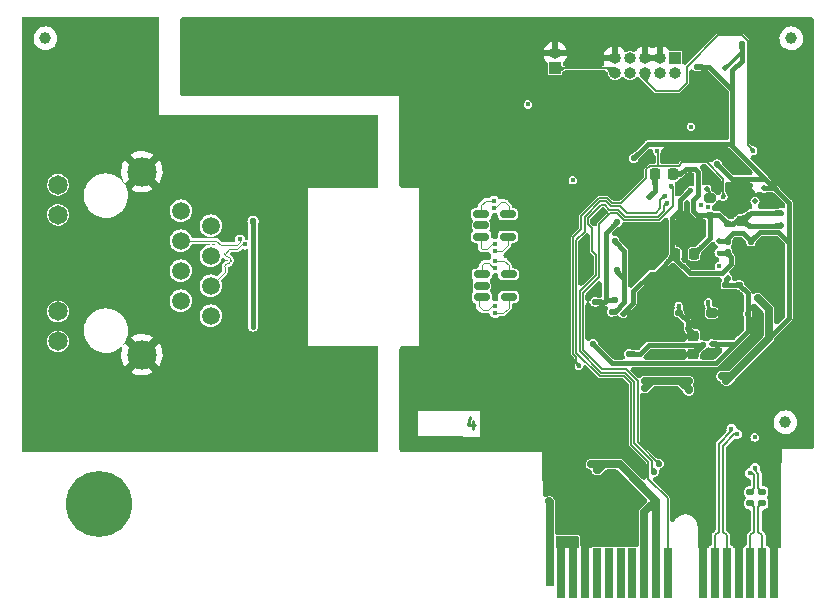
<source format=gbr>
%TF.GenerationSoftware,KiCad,Pcbnew,(6.0.9)*%
%TF.CreationDate,2023-02-16T17:53:30+01:00*%
%TF.ProjectId,pallas-ethernet-adapter,70616c6c-6173-42d6-9574-6865726e6574,rev?*%
%TF.SameCoordinates,Original*%
%TF.FileFunction,Copper,L4,Bot*%
%TF.FilePolarity,Positive*%
%FSLAX46Y46*%
G04 Gerber Fmt 4.6, Leading zero omitted, Abs format (unit mm)*
G04 Created by KiCad (PCBNEW (6.0.9)) date 2023-02-16 17:53:30*
%MOMM*%
%LPD*%
G01*
G04 APERTURE LIST*
G04 Aperture macros list*
%AMRoundRect*
0 Rectangle with rounded corners*
0 $1 Rounding radius*
0 $2 $3 $4 $5 $6 $7 $8 $9 X,Y pos of 4 corners*
0 Add a 4 corners polygon primitive as box body*
4,1,4,$2,$3,$4,$5,$6,$7,$8,$9,$2,$3,0*
0 Add four circle primitives for the rounded corners*
1,1,$1+$1,$2,$3*
1,1,$1+$1,$4,$5*
1,1,$1+$1,$6,$7*
1,1,$1+$1,$8,$9*
0 Add four rect primitives between the rounded corners*
20,1,$1+$1,$2,$3,$4,$5,0*
20,1,$1+$1,$4,$5,$6,$7,0*
20,1,$1+$1,$6,$7,$8,$9,0*
20,1,$1+$1,$8,$9,$2,$3,0*%
G04 Aperture macros list end*
%ADD10C,0.250000*%
%TA.AperFunction,NonConductor*%
%ADD11C,0.250000*%
%TD*%
%TA.AperFunction,ConnectorPad*%
%ADD12R,0.700000X3.200000*%
%TD*%
%TA.AperFunction,ConnectorPad*%
%ADD13R,0.700000X4.200000*%
%TD*%
%TA.AperFunction,ComponentPad*%
%ADD14C,1.509000*%
%TD*%
%TA.AperFunction,ComponentPad*%
%ADD15C,1.650000*%
%TD*%
%TA.AperFunction,ComponentPad*%
%ADD16C,2.475000*%
%TD*%
%TA.AperFunction,ComponentPad*%
%ADD17R,1.000000X1.000000*%
%TD*%
%TA.AperFunction,ComponentPad*%
%ADD18O,1.000000X1.000000*%
%TD*%
%TA.AperFunction,ComponentPad*%
%ADD19C,5.600000*%
%TD*%
%TA.AperFunction,SMDPad,CuDef*%
%ADD20RoundRect,0.200000X-0.275000X0.200000X-0.275000X-0.200000X0.275000X-0.200000X0.275000X0.200000X0*%
%TD*%
%TA.AperFunction,SMDPad,CuDef*%
%ADD21RoundRect,0.140000X-0.140000X-0.170000X0.140000X-0.170000X0.140000X0.170000X-0.140000X0.170000X0*%
%TD*%
%TA.AperFunction,SMDPad,CuDef*%
%ADD22RoundRect,0.218750X0.256250X-0.218750X0.256250X0.218750X-0.256250X0.218750X-0.256250X-0.218750X0*%
%TD*%
%TA.AperFunction,SMDPad,CuDef*%
%ADD23RoundRect,0.200000X0.275000X-0.200000X0.275000X0.200000X-0.275000X0.200000X-0.275000X-0.200000X0*%
%TD*%
%TA.AperFunction,SMDPad,CuDef*%
%ADD24C,1.000000*%
%TD*%
%TA.AperFunction,SMDPad,CuDef*%
%ADD25RoundRect,0.218750X0.218750X0.256250X-0.218750X0.256250X-0.218750X-0.256250X0.218750X-0.256250X0*%
%TD*%
%TA.AperFunction,SMDPad,CuDef*%
%ADD26RoundRect,0.150000X0.512500X0.150000X-0.512500X0.150000X-0.512500X-0.150000X0.512500X-0.150000X0*%
%TD*%
%TA.AperFunction,SMDPad,CuDef*%
%ADD27RoundRect,0.140000X-0.170000X0.140000X-0.170000X-0.140000X0.170000X-0.140000X0.170000X0.140000X0*%
%TD*%
%TA.AperFunction,SMDPad,CuDef*%
%ADD28RoundRect,0.225000X0.250000X-0.225000X0.250000X0.225000X-0.250000X0.225000X-0.250000X-0.225000X0*%
%TD*%
%TA.AperFunction,SMDPad,CuDef*%
%ADD29RoundRect,0.140000X0.170000X-0.140000X0.170000X0.140000X-0.170000X0.140000X-0.170000X-0.140000X0*%
%TD*%
%TA.AperFunction,ViaPad*%
%ADD30C,0.450000*%
%TD*%
%TA.AperFunction,ViaPad*%
%ADD31C,0.550000*%
%TD*%
%TA.AperFunction,ViaPad*%
%ADD32C,0.500000*%
%TD*%
%TA.AperFunction,Conductor*%
%ADD33C,0.250000*%
%TD*%
%TA.AperFunction,Conductor*%
%ADD34C,0.400000*%
%TD*%
%TA.AperFunction,Conductor*%
%ADD35C,0.700000*%
%TD*%
%TA.AperFunction,Conductor*%
%ADD36C,0.152400*%
%TD*%
%TA.AperFunction,Conductor*%
%ADD37C,0.127000*%
%TD*%
%TA.AperFunction,Conductor*%
%ADD38C,0.110000*%
%TD*%
G04 APERTURE END LIST*
D10*
D11*
X-5964524Y16359286D02*
X-5964524Y15692620D01*
X-6202620Y16740239D02*
X-6440715Y16025953D01*
X-5821667Y16025953D01*
D12*
%TO.P,J2,A1,~{PRSNT1}*%
%TO.N,/PCIexpress_connector/~{PRSNT1}*%
X500000Y4050000D03*
D13*
%TO.P,J2,A2,+12V*%
%TO.N,/PCIexpress_connector/12V*%
X1500000Y3550000D03*
%TO.P,J2,A3,+12V*%
X2500000Y3550000D03*
%TO.P,J2,A4,GND*%
%TO.N,GND*%
X3500000Y3550000D03*
%TO.P,J2,A5,TCK*%
%TO.N,/PCIexpress_connector/TCK*%
X4500000Y3550000D03*
%TO.P,J2,A6,TDI*%
%TO.N,/PCIexpress_connector/TDI*%
X5500000Y3550000D03*
%TO.P,J2,A7,TDO*%
%TO.N,/PCIexpress_connector/TDO*%
X6500000Y3550000D03*
%TO.P,J2,A8,TMS*%
%TO.N,/PCIexpress_connector/TMS*%
X7500000Y3550000D03*
%TO.P,J2,A9,+3.3V*%
%TO.N,/PCIexpress_connector/3V3*%
X8500000Y3550000D03*
%TO.P,J2,A10,+3.3V*%
X9500000Y3550000D03*
%TO.P,J2,A11,~{PERST}*%
%TO.N,/LAN7430/~{PCIE_PERST}*%
X10500000Y3550000D03*
%TO.P,J2,A12,GND*%
%TO.N,GND*%
X13500000Y3550000D03*
%TO.P,J2,A13,REFCLK+*%
%TO.N,/LAN7430/PCIE_CLK_P*%
X14500000Y3550000D03*
%TO.P,J2,A14,REFCLK-*%
%TO.N,/LAN7430/PCIE_CLK_N*%
X15500000Y3550000D03*
%TO.P,J2,A15,GND*%
%TO.N,GND*%
X16500000Y3550000D03*
%TO.P,J2,A16,PERp0*%
%TO.N,/PCIexpress_connector/_PER0_P*%
X17500000Y3550000D03*
%TO.P,J2,A17,PERn0*%
%TO.N,/PCIexpress_connector/_PER0_N*%
X18500000Y3550000D03*
%TO.P,J2,A18,GND*%
%TO.N,GND*%
X19500000Y3550000D03*
%TD*%
D14*
%TO.P,J5,1*%
%TO.N,/Ethernet/MDI_A_P*%
X-30720000Y34195000D03*
%TO.P,J5,2*%
%TO.N,/Ethernet/MDI_A_N*%
X-28180000Y32925000D03*
%TO.P,J5,3*%
%TO.N,/Ethernet/MDI_B_P*%
X-30720000Y31655000D03*
%TO.P,J5,4*%
%TO.N,/Ethernet/MDI_C_P*%
X-28180000Y30385000D03*
%TO.P,J5,5*%
%TO.N,/Ethernet/MDI_C_N*%
X-30720000Y29115000D03*
%TO.P,J5,6*%
%TO.N,/Ethernet/MDI_B_N*%
X-28180000Y27845000D03*
%TO.P,J5,7*%
%TO.N,/Ethernet/MDI_D_P*%
X-30720000Y26575000D03*
%TO.P,J5,8*%
%TO.N,/Ethernet/MDI_D_N*%
X-28180000Y25305000D03*
D15*
%TO.P,J5,9*%
%TO.N,/~{LED1}*%
X-41130000Y33840000D03*
%TO.P,J5,10*%
%TO.N,+3V3*%
X-41130000Y36380000D03*
%TO.P,J5,11*%
%TO.N,/~{LED0}*%
X-41130000Y23120000D03*
%TO.P,J5,12*%
%TO.N,+3V3*%
X-41130000Y25660000D03*
D16*
%TO.P,J5,SH*%
%TO.N,/CASE*%
X-34020000Y37495000D03*
X-34020000Y22005000D03*
%TD*%
D17*
%TO.P,J6,1,Pin_1*%
%TO.N,/RESET*%
X965000Y46235000D03*
D18*
%TO.P,J6,2,Pin_2*%
%TO.N,GND*%
X965000Y47505000D03*
%TD*%
D19*
%TO.P,H2,1,1*%
%TO.N,/CASE*%
X-37685000Y45585000D03*
%TD*%
D17*
%TO.P,J7,1,VTref*%
%TO.N,+3V3*%
X11114992Y47110003D03*
D18*
%TO.P,J7,2,TMS*%
%TO.N,/LAN_JTAG_TDI*%
X11114992Y45840003D03*
%TO.P,J7,3,GND*%
%TO.N,GND*%
X9844992Y47110003D03*
%TO.P,J7,4,TCK*%
%TO.N,/LAN_JTAG_TCK*%
X9844992Y45840003D03*
%TO.P,J7,5,GND*%
%TO.N,GND*%
X8574992Y47110003D03*
%TO.P,J7,6,TDO*%
%TO.N,/LAN_JTAG_TDO*%
X8574992Y45840003D03*
%TO.P,J7,7,KEY*%
%TO.N,unconnected-(J7-Pad7)*%
X7304992Y47110003D03*
%TO.P,J7,8,TDI*%
%TO.N,/LAN_JTAG_TMS*%
X7304992Y45840003D03*
%TO.P,J7,9,GNDDet*%
%TO.N,GND*%
X6034992Y47110003D03*
%TO.P,J7,10,~{RESET}*%
%TO.N,/RESET*%
X6034992Y45840003D03*
%TD*%
D19*
%TO.P,H1,1,1*%
%TO.N,/CASE*%
X-37650000Y9350000D03*
%TD*%
D20*
%TO.P,R20,1*%
%TO.N,GND*%
X14065000Y36910000D03*
%TO.P,R20,2*%
%TO.N,/LAN7430/TEST*%
X14065000Y35260000D03*
%TD*%
D21*
%TO.P,C31,1*%
%TO.N,/LAN7430/VDD12CORE*%
X15595000Y30575000D03*
%TO.P,C31,2*%
%TO.N,GND*%
X16555000Y30575000D03*
%TD*%
D22*
%TO.P,L3,1*%
%TO.N,/LAN7430/VDD12_SW_FB*%
X12675000Y22037500D03*
%TO.P,L3,2*%
%TO.N,/LAN7430/VPTX*%
X12675000Y23612500D03*
%TD*%
D23*
%TO.P,R4,1*%
%TO.N,GND*%
X14225000Y23900000D03*
%TO.P,R4,2*%
%TO.N,/LAN7430/RESREF*%
X14225000Y25550000D03*
%TD*%
D24*
%TO.P,FID2,*%
%TO.N,*%
X20465000Y16285000D03*
%TD*%
D25*
%TO.P,L7,1*%
%TO.N,/LAN7430/VDD12_SW_FB*%
X10962500Y37275000D03*
%TO.P,L7,2*%
%TO.N,/LAN7430/AVDD12*%
X9387500Y37275000D03*
%TD*%
D26*
%TO.P,U3,1,I/O1*%
%TO.N,/Ethernet/TXRX_C_P*%
X-2977500Y28795000D03*
%TO.P,U3,2,GND*%
%TO.N,GND*%
X-2977500Y27845000D03*
%TO.P,U3,3,I/O2*%
%TO.N,/Ethernet/TXRX_D_N*%
X-2977500Y26895000D03*
%TO.P,U3,4,I/O3*%
%TO.N,/Ethernet/TXRX_D_P*%
X-5252500Y26895000D03*
%TO.P,U3,5,VBUS*%
%TO.N,unconnected-(U3-Pad5)*%
X-5252500Y27845000D03*
%TO.P,U3,6,I/O4*%
%TO.N,/Ethernet/TXRX_C_N*%
X-5252500Y28795000D03*
%TD*%
D21*
%TO.P,C9,1*%
%TO.N,+3V3*%
X15595000Y31625000D03*
%TO.P,C9,2*%
%TO.N,GND*%
X16555000Y31625000D03*
%TD*%
D27*
%TO.P,C1,1*%
%TO.N,/LAN7430/PCIE_TX_P*%
X17505000Y10365000D03*
%TO.P,C1,2*%
%TO.N,/PCIexpress_connector/_PER0_P*%
X17505000Y9405000D03*
%TD*%
%TO.P,C19,1*%
%TO.N,/LAN7430/VDD_2V5*%
X16525000Y27905000D03*
%TO.P,C19,2*%
%TO.N,GND*%
X16525000Y26945000D03*
%TD*%
D25*
%TO.P,L8,1*%
%TO.N,/LAN7430/VDD12_SW_FB*%
X12712500Y30525000D03*
%TO.P,L8,2*%
%TO.N,/LAN7430/VDD12CORE*%
X11137500Y30525000D03*
%TD*%
D28*
%TO.P,C13,1*%
%TO.N,/LAN7430/VDD12_SW_FB*%
X16825000Y33350000D03*
%TO.P,C13,2*%
%TO.N,GND*%
X16825000Y34900000D03*
%TD*%
D24*
%TO.P,FID3,*%
%TO.N,*%
X-42185000Y48785000D03*
%TD*%
D27*
%TO.P,C10,1*%
%TO.N,/LAN7430/VDD_2V5*%
X15425000Y27905000D03*
%TO.P,C10,2*%
%TO.N,GND*%
X15425000Y26945000D03*
%TD*%
D26*
%TO.P,U4,1,I/O1*%
%TO.N,/Ethernet/TXRX_A_N*%
X-3027500Y33895000D03*
%TO.P,U4,2,GND*%
%TO.N,GND*%
X-3027500Y32945000D03*
%TO.P,U4,3,I/O2*%
%TO.N,/Ethernet/TXRX_B_N*%
X-3027500Y31995000D03*
%TO.P,U4,4,I/O3*%
%TO.N,/Ethernet/TXRX_B_P*%
X-5302500Y31995000D03*
%TO.P,U4,5,VBUS*%
%TO.N,unconnected-(U4-Pad5)*%
X-5302500Y32945000D03*
%TO.P,U4,6,I/O4*%
%TO.N,/Ethernet/TXRX_A_P*%
X-5302500Y33895000D03*
%TD*%
D29*
%TO.P,C15,1*%
%TO.N,/LAN7430/VDD12_SW_FB*%
X15575000Y33095000D03*
%TO.P,C15,2*%
%TO.N,GND*%
X15575000Y34055000D03*
%TD*%
%TO.P,C2,1*%
%TO.N,/PCIexpress_connector/_PER0_N*%
X18495000Y9405000D03*
%TO.P,C2,2*%
%TO.N,/LAN7430/PCIE_TX_N*%
X18495000Y10365000D03*
%TD*%
D21*
%TO.P,C18,1*%
%TO.N,+3V3*%
X16785000Y48185000D03*
%TO.P,C18,2*%
%TO.N,GND*%
X17745000Y48185000D03*
%TD*%
%TO.P,C8,1*%
%TO.N,+3V3*%
X17545000Y31625000D03*
%TO.P,C8,2*%
%TO.N,GND*%
X18505000Y31625000D03*
%TD*%
D27*
%TO.P,C11,1*%
%TO.N,/LAN7430/VPTX*%
X11425000Y25565000D03*
%TO.P,C11,2*%
%TO.N,GND*%
X11425000Y24605000D03*
%TD*%
D24*
%TO.P,FID4,*%
%TO.N,*%
X20965000Y48785000D03*
%TD*%
D30*
%TO.N,GND*%
X-9535000Y14385000D03*
X20965000Y50285000D03*
X19965000Y25535000D03*
X17435000Y22995000D03*
X15476500Y23605000D03*
X12956905Y14596905D03*
X15465000Y21215000D03*
X9565000Y31585000D03*
X-20535000Y44285000D03*
X-17960000Y48810000D03*
D31*
X12315000Y20675000D03*
D30*
X22465000Y17785000D03*
X22472715Y29781913D03*
X12365000Y37135000D03*
X15475000Y25115000D03*
D31*
X13885000Y6995000D03*
D30*
X22472715Y39781913D03*
X19915000Y34885000D03*
X16965000Y8285000D03*
X22465000Y49285000D03*
X-11535000Y14385000D03*
X16785000Y9945000D03*
X13575000Y24875000D03*
X16065000Y9685000D03*
X17055000Y13543500D03*
X18635000Y34925000D03*
X8425000Y14795000D03*
D31*
X19465000Y6185000D03*
D30*
X22465000Y14785000D03*
X9115000Y27985000D03*
X9188569Y13953816D03*
X15178095Y26298095D03*
D31*
X3565000Y6985000D03*
D30*
X22472715Y27781913D03*
X11665000Y9235000D03*
X19565000Y10375000D03*
X15975000Y13545000D03*
X17465000Y50285000D03*
D31*
X6515000Y6985000D03*
D30*
X22465000Y16235000D03*
X9185000Y38645000D03*
D31*
X-4765000Y30345000D03*
D30*
X9465000Y50285000D03*
X-2531913Y50292715D03*
X-10185000Y22345000D03*
X-9015000Y36745000D03*
X-17985000Y45735000D03*
D31*
X-1615000Y36045000D03*
D30*
X12165000Y10585000D03*
D31*
X-7255600Y29519700D03*
D30*
X-11585000Y22345000D03*
D31*
X6515000Y6185000D03*
D30*
X7465000Y50285000D03*
D31*
X-7275600Y31044700D03*
D30*
X8365000Y31585000D03*
X19555000Y9395000D03*
X20465000Y14785000D03*
D31*
X9265000Y20585000D03*
D30*
X22472715Y41781913D03*
X13465000Y50285000D03*
D31*
X-4115000Y27845000D03*
D30*
X-18535000Y50285000D03*
X11765000Y32785000D03*
X13985000Y13605000D03*
D31*
X-7245000Y26575000D03*
D30*
X5365000Y19235000D03*
X-6535000Y50285000D03*
X15985000Y11586500D03*
X22472715Y47781913D03*
X-11535000Y18785000D03*
D31*
X1825000Y27465000D03*
D30*
X-3535000Y14385000D03*
X11615000Y40435000D03*
D31*
X-1515000Y24645000D03*
D30*
X11510423Y31825558D03*
X20085000Y31095000D03*
X-16531913Y44292715D03*
X9186500Y17315000D03*
X12253500Y15475000D03*
X1465000Y50285000D03*
X-20535000Y50285000D03*
X16815000Y11205000D03*
X-22535000Y44285000D03*
X14465000Y36135000D03*
D31*
X-6485000Y24355000D03*
D30*
X-11860000Y42560000D03*
X22465000Y31785000D03*
X20085000Y29595000D03*
X5465000Y50285000D03*
X19410000Y8535000D03*
X22465000Y23785000D03*
X-24535000Y44285000D03*
X-12535000Y50285000D03*
X13965000Y8785000D03*
X19695000Y28875000D03*
X22465000Y45785000D03*
X22465000Y19785000D03*
X-5715000Y35745000D03*
X12265000Y16755000D03*
D31*
X-7294400Y34085300D03*
X15415000Y18855000D03*
X-6464400Y27285300D03*
D30*
X-8535000Y50285000D03*
X19165000Y46335000D03*
X11468087Y50292715D03*
X8365000Y30385000D03*
D31*
X9135000Y23495000D03*
D30*
X12165000Y27985000D03*
X14515000Y40435000D03*
X-26535000Y44285000D03*
X-1535000Y14385000D03*
D31*
X-7285000Y23495000D03*
X3935000Y29145000D03*
X4335000Y27345000D03*
D30*
X22472715Y25781913D03*
X22465000Y50285000D03*
X-5535000Y14385000D03*
X-11835000Y38485000D03*
D31*
X13335000Y16985000D03*
X1165000Y31675000D03*
D30*
X-11815000Y36745000D03*
X-22535000Y50285000D03*
X-30535000Y50285000D03*
D31*
X-4215000Y32945000D03*
D30*
X13015000Y9735000D03*
X-16531913Y50292715D03*
X15085000Y16045000D03*
X-14535000Y44285000D03*
X-4535000Y50285000D03*
X-14535000Y50285000D03*
X-26535000Y50285000D03*
X13965000Y11685000D03*
X-11615000Y20788087D03*
X18795000Y28890000D03*
X4765000Y37260000D03*
X-11535000Y16785000D03*
D31*
X14815000Y17555000D03*
X17015000Y6985000D03*
D30*
X-30535000Y46785000D03*
X17165000Y37535000D03*
X9565000Y32785000D03*
X22472715Y35781913D03*
D31*
X3485000Y31645000D03*
D30*
X-535000Y50285000D03*
X8445000Y15535000D03*
X17465000Y16195000D03*
X5315000Y14585000D03*
X22472715Y43781913D03*
X-10415000Y36745000D03*
X-28535000Y44285000D03*
X-30535000Y44785000D03*
D31*
X-6494400Y33240300D03*
D30*
X-26835000Y48810000D03*
X17065000Y36135000D03*
X15315000Y38985000D03*
X-30535000Y48785000D03*
D31*
X9136500Y22035000D03*
D30*
X20085000Y30345000D03*
X-18535000Y44285000D03*
X15715000Y34935000D03*
X16005000Y10695000D03*
D32*
X19165000Y48785000D03*
D30*
X-24535000Y50285000D03*
D31*
X-7315000Y32495000D03*
D30*
X22472715Y33781913D03*
X8365000Y29185000D03*
X9186500Y16215000D03*
X-7535000Y14385000D03*
X-28535000Y50285000D03*
D31*
X3565000Y6185000D03*
D30*
X18185000Y13325000D03*
D31*
X-7264400Y28085300D03*
D30*
X8251808Y12646433D03*
X12253500Y18245000D03*
D31*
X1695000Y33165000D03*
D30*
X9185000Y15075000D03*
X11535000Y11305000D03*
X-26860000Y45810000D03*
X15468087Y50292715D03*
X18968087Y50292715D03*
D31*
X4965000Y34035000D03*
D30*
X8405000Y16535000D03*
X22457285Y21788087D03*
X-10535000Y50285000D03*
D31*
X1185000Y29145000D03*
D30*
X14045000Y22045000D03*
D31*
X-7255600Y25154700D03*
D30*
X11615000Y38785000D03*
D31*
X-6465000Y30295000D03*
D30*
X22472715Y37781913D03*
D31*
X19465000Y6985000D03*
D30*
X9565000Y30385000D03*
X8365000Y32785000D03*
X3465000Y50285000D03*
X-5915000Y22345000D03*
X10565000Y27985000D03*
%TO.N,/PCIexpress_connector/~{PRSNT1}*%
X465000Y9585000D03*
X17855000Y15005000D03*
D31*
%TO.N,+3V3*%
X8565000Y19185000D03*
X12265000Y18985000D03*
D32*
X15365000Y46285000D03*
D31*
X18115000Y26785000D03*
X14665000Y38135000D03*
D32*
X18665000Y36075000D03*
D31*
X15065000Y20185000D03*
X8565000Y19785000D03*
X12965000Y46385000D03*
X12265000Y19785000D03*
X7615000Y38635000D03*
D32*
X14875000Y31625000D03*
D31*
X15465000Y19785000D03*
%TO.N,/LAN7430/VDD12_SW_FB*%
X7215000Y22085000D03*
D32*
X20065000Y32985000D03*
D31*
X13465000Y22805000D03*
D32*
X20065000Y34035000D03*
D31*
X14065000Y33835000D03*
D32*
%TO.N,/LAN7430/VDD12CORE*%
X6715000Y25485000D03*
D30*
X12415000Y35935000D03*
X14815000Y30635000D03*
D31*
%TO.N,/LAN7430/AVDDH*%
X6015000Y26635000D03*
X6215000Y33235000D03*
X4365000Y26485000D03*
D30*
%TO.N,/LAN7430/VPTX*%
X11415000Y26135000D03*
D31*
%TO.N,/LAN7430/AVDDL*%
X5775000Y25625000D03*
X6215000Y29135000D03*
X6005000Y31625000D03*
D32*
%TO.N,/LAN7430/AVDD12*%
X8915000Y35385000D03*
%TO.N,/LAN7430/TEST*%
X13815000Y36035000D03*
D31*
%TO.N,/LAN7430/VDD_2V5*%
X17265000Y25485000D03*
D32*
X14225000Y22925000D03*
D31*
X4175000Y22925000D03*
D32*
X15565000Y28535000D03*
D31*
%TO.N,/PCIexpress_connector/3V3*%
X4015000Y12735000D03*
X4515000Y12235000D03*
D30*
%TO.N,/LAN7430/PCIE_TX_P*%
X17434058Y11954058D03*
%TO.N,/LAN7430/PCIE_TX_N*%
X17895942Y12415942D03*
%TO.N,/LAN7430/PCIE_CLK_P*%
X15894058Y15725942D03*
%TO.N,/LAN7430/PCIE_CLK_N*%
X16355942Y15264058D03*
%TO.N,/LAN_JTAG_TCK*%
X9585000Y39245000D03*
X15215000Y35385000D03*
X2965000Y21085000D03*
X-1335000Y43185000D03*
%TO.N,/Ethernet/MDI_B_P*%
X-25727133Y31757133D03*
%TO.N,/Ethernet/MDI_B_N*%
X-25302867Y31332867D03*
%TO.N,/CASE*%
X-23041593Y38797064D03*
X-19035000Y38785000D03*
X-15035000Y14385000D03*
X-42035000Y14385000D03*
X-33035000Y50285000D03*
X-43735000Y31785000D03*
X-31035000Y20785000D03*
X-19035000Y20785000D03*
X-27035000Y41785000D03*
X-43735000Y17785000D03*
X-31315000Y24545000D03*
X-34535000Y50285000D03*
X-21035000Y41785000D03*
X-25615000Y24745000D03*
X-25035000Y14385000D03*
X-17015000Y22345000D03*
X-17031913Y41792715D03*
X-21035000Y38785000D03*
X-23035000Y41785000D03*
X-43735000Y25785000D03*
X-25035000Y20785000D03*
X-33535000Y14385000D03*
X-43735000Y44785000D03*
X-15025000Y40315000D03*
X-31035000Y41785000D03*
X-40535000Y50285000D03*
X-35535000Y20785000D03*
X-43735000Y46785000D03*
X-15035000Y16785000D03*
X-25515000Y27945000D03*
X-43735000Y41785000D03*
X-19035000Y41785000D03*
X-27015000Y22345000D03*
X-38535000Y50285000D03*
X-23015000Y22345000D03*
X-43735000Y37785000D03*
X-27035000Y20785000D03*
X-42835000Y20485000D03*
X-25035000Y41785000D03*
X-29035000Y14385000D03*
X-23035000Y20785000D03*
X-43735000Y39785000D03*
X-43735000Y21785000D03*
X-42535000Y50285000D03*
X-33035000Y46785000D03*
X-29035000Y41785000D03*
X-15035000Y18785000D03*
X-25515000Y22345000D03*
X-43735000Y29785000D03*
X-43735000Y19785000D03*
X-43735000Y33785000D03*
X-21035000Y20785000D03*
X-27035000Y14385000D03*
X-33035000Y44785000D03*
X-43735000Y23785000D03*
X-15035000Y38785000D03*
X-43735000Y50285000D03*
X-25415000Y33745000D03*
X-19035000Y14385000D03*
X-21015000Y22345000D03*
X-17035000Y38785000D03*
X-19015000Y22345000D03*
X-23035000Y14385000D03*
X-40235000Y20485000D03*
X-33035000Y48785000D03*
X-21035000Y14385000D03*
X-43735000Y15785000D03*
X-15035000Y41885000D03*
X-43735000Y14385000D03*
X-23785000Y22345000D03*
X-31035000Y14385000D03*
X-43735000Y27785000D03*
X-43735000Y35785000D03*
X-31815000Y32945000D03*
X-37535000Y14385000D03*
X-15015000Y36785000D03*
X-15015000Y22345000D03*
X-35535000Y14385000D03*
X-17035000Y20785000D03*
X-17035000Y14385000D03*
X-39535000Y14385000D03*
X-38335000Y20785000D03*
X-43735000Y48685000D03*
X-36535000Y50285000D03*
X-33035000Y41785000D03*
X-29035000Y20785000D03*
X-15035000Y20785000D03*
%TO.N,/RESET*%
X14865000Y29535000D03*
D32*
X17885000Y34975000D03*
D30*
%TO.N,/LAN_JTAG_TDI*%
X13315000Y34635000D03*
X12465000Y41285000D03*
%TO.N,/LAN_JTAG_TDO*%
X17740000Y39285000D03*
X13915000Y34485000D03*
%TO.N,/LAN7430/RESREF*%
X13915000Y26435000D03*
%TO.N,/PCIexpress_connector/12V*%
X1480000Y6175000D03*
%TO.N,/LAN7430/~{PCIE_CLKREQ}*%
X10765000Y36285000D03*
D31*
X9765000Y12785000D03*
D30*
%TO.N,/LAN7430/~{PCIE_PERST}*%
X10225000Y35425000D03*
X2465000Y36785000D03*
%TO.N,/LAN7430/~{PCIE_WAKE}*%
X10425000Y34825000D03*
D31*
X9365000Y12085000D03*
D30*
%TO.N,/Ethernet/TXRX_A_P*%
X-4215000Y35048000D03*
%TO.N,/Ethernet/TXRX_A_N*%
X-4215000Y34448000D03*
%TO.N,/Ethernet/TXRX_B_P*%
X-4144400Y31365800D03*
%TO.N,/Ethernet/TXRX_B_N*%
X-4160000Y30760000D03*
%TO.N,/Ethernet/TXRX_C_P*%
X-4144400Y29965800D03*
%TO.N,/Ethernet/TXRX_C_N*%
X-4135000Y29360000D03*
%TO.N,/Ethernet/TXRX_D_P*%
X-4115000Y26132600D03*
%TO.N,/Ethernet/TXRX_D_N*%
X-4115000Y25532600D03*
%TO.N,/Ethernet/BOB_SMITH*%
X-24605000Y24385000D03*
D31*
X-24605000Y33285000D03*
D30*
X-24605000Y27285000D03*
X-24605000Y30285000D03*
%TD*%
D33*
%TO.N,GND*%
X17745000Y48185000D02*
X18565000Y48185000D01*
X14065000Y36910000D02*
X14065000Y36535000D01*
X18565000Y48185000D02*
X19165000Y48785000D01*
D34*
X16500000Y6470000D02*
X17015000Y6985000D01*
D33*
X14065000Y36535000D02*
X14465000Y36135000D01*
D34*
X13885000Y6995000D02*
X13500000Y6610000D01*
X13500000Y6610000D02*
X13500000Y3550000D01*
X16500000Y3550000D02*
X16500000Y6470000D01*
D35*
%TO.N,/PCIexpress_connector/~{PRSNT1}*%
X500000Y9550000D02*
X465000Y9585000D01*
X500000Y4050000D02*
X500000Y9550000D01*
D34*
%TO.N,+3V3*%
X15965000Y44435000D02*
X14015000Y46385000D01*
X15595000Y31625000D02*
X14875000Y31625000D01*
D35*
X12265000Y19085000D02*
X12265000Y18985000D01*
D34*
X20765000Y31485000D02*
X19865000Y32385000D01*
X15965000Y46085000D02*
X16785000Y46905000D01*
X18305000Y32385000D02*
X17545000Y31625000D01*
X19765000Y35885000D02*
X19465000Y36185000D01*
D35*
X11565000Y19785000D02*
X12265000Y19785000D01*
D34*
X14015000Y46385000D02*
X12965000Y46385000D01*
X20765000Y30985000D02*
X20765000Y31485000D01*
X8830000Y39850000D02*
X15800000Y39850000D01*
X16895000Y32275000D02*
X16025000Y32275000D01*
D35*
X15465000Y19785000D02*
X16115000Y20435000D01*
X9165000Y19785000D02*
X9365000Y19785000D01*
D34*
X17545000Y31625000D02*
X16895000Y32275000D01*
D33*
X16785000Y47705000D02*
X16785000Y48185000D01*
D34*
X19065000Y23385000D02*
X20765000Y25085000D01*
X15965000Y44435000D02*
X15965000Y45335000D01*
X15800000Y39850000D02*
X15965000Y39685000D01*
D35*
X19065000Y23385000D02*
X19065000Y25835000D01*
X8565000Y19185000D02*
X9165000Y19785000D01*
X11565000Y19785000D02*
X12265000Y19085000D01*
D34*
X15965000Y45335000D02*
X15965000Y46085000D01*
D33*
X15365000Y46285000D02*
X16785000Y47705000D01*
D35*
X8565000Y19785000D02*
X9365000Y19785000D01*
D34*
X16785000Y46905000D02*
X16785000Y48185000D01*
D35*
X9365000Y19785000D02*
X11565000Y19785000D01*
D34*
X19865000Y32385000D02*
X18305000Y32385000D01*
X19575000Y36075000D02*
X19765000Y35885000D01*
X18665000Y36075000D02*
X19575000Y36075000D01*
X15595000Y31845000D02*
X16025000Y32275000D01*
X20765000Y34885000D02*
X19765000Y35885000D01*
X20765000Y25085000D02*
X20765000Y30985000D01*
X15915000Y36885000D02*
X18765000Y36885000D01*
X14665000Y38135000D02*
X15915000Y36885000D01*
D35*
X16115000Y20435000D02*
X15865000Y20185000D01*
D34*
X7615000Y38635000D02*
X8830000Y39850000D01*
X18765000Y36885000D02*
X15965000Y39685000D01*
X15595000Y31625000D02*
X15595000Y31845000D01*
D35*
X15865000Y20185000D02*
X15065000Y20185000D01*
D34*
X20765000Y30985000D02*
X20765000Y34885000D01*
D35*
X19065000Y25835000D02*
X18115000Y26785000D01*
X16115000Y20435000D02*
X19065000Y23385000D01*
D34*
X19465000Y36185000D02*
X18765000Y36885000D01*
X15965000Y39685000D02*
X15965000Y44435000D01*
%TO.N,/LAN7430/VDD12_SW_FB*%
X14835000Y33835000D02*
X15575000Y33095000D01*
X12015000Y37735000D02*
X11555000Y37275000D01*
X16005000Y33055000D02*
X16350000Y33400000D01*
X7215000Y22085000D02*
X8165000Y22085000D01*
X17350000Y32925000D02*
X16875000Y33400000D01*
X8885000Y22805000D02*
X9642500Y22805000D01*
X14065000Y33835000D02*
X13015000Y33835000D01*
X8165000Y22085000D02*
X8885000Y22805000D01*
X15575000Y33055000D02*
X16005000Y33055000D01*
X14065000Y33835000D02*
X14835000Y33835000D01*
X20005000Y32925000D02*
X17350000Y32925000D01*
X17510000Y34035000D02*
X16875000Y33400000D01*
X13442500Y22805000D02*
X12675000Y22037500D01*
X13465000Y22805000D02*
X13442500Y22805000D01*
X20065000Y32985000D02*
X20005000Y32925000D01*
X13015000Y33835000D02*
X12665000Y34185000D01*
X12665000Y35085000D02*
X13065000Y35485000D01*
X16350000Y33400000D02*
X16875000Y33400000D01*
X11555000Y37275000D02*
X10962500Y37275000D01*
X20065000Y34035000D02*
X17510000Y34035000D01*
X12815000Y37735000D02*
X12015000Y37735000D01*
X13065000Y37485000D02*
X12815000Y37735000D01*
X13465000Y22805000D02*
X9642500Y22805000D01*
X14065000Y31877500D02*
X12712500Y30525000D01*
X13065000Y35485000D02*
X13065000Y37485000D01*
X12665000Y34185000D02*
X12665000Y35085000D01*
X14065000Y33835000D02*
X14065000Y31877500D01*
%TO.N,/LAN7430/VDD12CORE*%
X10865000Y33585000D02*
X10865000Y30797500D01*
X11137500Y30112500D02*
X12365000Y28885000D01*
X15595000Y30575000D02*
X14875000Y30575000D01*
X15865000Y30305000D02*
X15595000Y30575000D01*
X6715000Y25485000D02*
X7575000Y26345000D01*
X11137500Y30525000D02*
X11137500Y30112500D01*
X7575000Y26345000D02*
X7575000Y27375000D01*
X9487500Y28875000D02*
X11137500Y30525000D01*
X14875000Y30575000D02*
X14815000Y30635000D01*
X11565000Y34285000D02*
X10865000Y33585000D01*
X7575000Y27375000D02*
X9075000Y28875000D01*
X12415000Y35935000D02*
X11565000Y35085000D01*
X15065000Y28885000D02*
X15865000Y29685000D01*
X9075000Y28875000D02*
X9487500Y28875000D01*
X10865000Y30797500D02*
X11137500Y30525000D01*
X12365000Y28885000D02*
X15065000Y28885000D01*
X15865000Y29685000D02*
X15865000Y30305000D01*
X11565000Y35085000D02*
X11565000Y34285000D01*
D36*
%TO.N,/PCIexpress_connector/_PER0_P*%
X17822199Y9087801D02*
X17505000Y9405000D01*
X17822200Y7022201D02*
X17822199Y9087801D01*
X17500000Y6700001D02*
X17822200Y7022201D01*
X17500000Y3550000D02*
X17500000Y6700001D01*
%TO.N,/PCIexpress_connector/_PER0_N*%
X18177800Y7022201D02*
X18177801Y9087801D01*
X18500000Y3550000D02*
X18500000Y6700001D01*
X18500000Y6700001D02*
X18177800Y7022201D01*
X18177801Y9087801D02*
X18495000Y9405000D01*
D34*
%TO.N,/LAN7430/AVDDH*%
X5185000Y26485000D02*
X5250000Y26550000D01*
X6215000Y33235000D02*
X5250000Y32270000D01*
X5250000Y32270000D02*
X5250000Y26550000D01*
X4365000Y26485000D02*
X5185000Y26485000D01*
X5250000Y26550000D02*
X5335000Y26635000D01*
X5335000Y26635000D02*
X6015000Y26635000D01*
D33*
%TO.N,/LAN7430/VPTX*%
X11425000Y26125000D02*
X11425000Y25705000D01*
X11415000Y26135000D02*
X11425000Y26125000D01*
D34*
X12675000Y23725000D02*
X12175000Y24225000D01*
X12175000Y24815000D02*
X11425000Y25565000D01*
X12175000Y24225000D02*
X12175000Y24815000D01*
%TO.N,/LAN7430/AVDDL*%
X6825000Y28425000D02*
X6825000Y30805000D01*
X6825000Y28425000D02*
X6825000Y26445000D01*
X6825000Y28425000D02*
X6215000Y29035000D01*
X6005000Y25625000D02*
X5775000Y25625000D01*
X6825000Y26445000D02*
X6005000Y25625000D01*
X6825000Y30805000D02*
X6005000Y31625000D01*
X6215000Y29035000D02*
X6215000Y29135000D01*
%TO.N,/LAN7430/AVDD12*%
X9387500Y35857500D02*
X9387500Y37275000D01*
X8915000Y35385000D02*
X9387500Y35857500D01*
D37*
%TO.N,/LAN7430/TEST*%
X13815000Y36035000D02*
X14065000Y35785000D01*
X14065000Y35785000D02*
X14065000Y35260000D01*
D34*
%TO.N,/LAN7430/VDD_2V5*%
X15565000Y28535000D02*
X15425000Y28395000D01*
X16565000Y27885000D02*
X17265000Y27185000D01*
X17265000Y23985000D02*
X16615000Y23335000D01*
X4175000Y22875000D02*
X4175000Y22925000D01*
X16205000Y22925000D02*
X14225000Y22925000D01*
X16615000Y23335000D02*
X14565000Y21285000D01*
X5765000Y21285000D02*
X4175000Y22875000D01*
X16615000Y23335000D02*
X16205000Y22925000D01*
X17265000Y23985000D02*
X17265000Y27185000D01*
X15425000Y27905000D02*
X16525000Y27905000D01*
X15425000Y28395000D02*
X15425000Y27905000D01*
X14565000Y21285000D02*
X5765000Y21285000D01*
D35*
%TO.N,/PCIexpress_connector/3V3*%
X8500000Y8650000D02*
X9500000Y9650000D01*
X6415000Y12735000D02*
X9500000Y9650000D01*
X4615000Y12235000D02*
X4515000Y12235000D01*
X8500000Y3550000D02*
X8500000Y8650000D01*
X5115000Y12735000D02*
X6415000Y12735000D01*
X9500000Y9650000D02*
X9500000Y3550000D01*
X5115000Y12735000D02*
X4015000Y12735000D01*
X5115000Y12735000D02*
X4615000Y12235000D01*
D36*
%TO.N,/LAN7430/PCIE_TX_P*%
X17822199Y10682199D02*
X17822199Y11776353D01*
X17505000Y10365000D02*
X17822199Y10682199D01*
X17644494Y11954058D02*
X17434058Y11954058D01*
X17822199Y11776353D02*
X17644494Y11954058D01*
%TO.N,/LAN7430/PCIE_TX_N*%
X18495000Y10365000D02*
X18177801Y10682199D01*
X18177801Y10682199D02*
X18177801Y11923647D01*
X18177801Y11923647D02*
X17895942Y12205506D01*
X17895942Y12205506D02*
X17895942Y12415942D01*
%TO.N,/LAN7430/PCIE_CLK_P*%
X14500000Y6700001D02*
X14500000Y3550000D01*
X14822200Y14443648D02*
X14822200Y7022201D01*
X15894058Y15515506D02*
X14822200Y14443648D01*
X15894058Y15725942D02*
X15894058Y15515506D01*
X14822200Y7022201D02*
X14500000Y6700001D01*
%TO.N,/LAN7430/PCIE_CLK_N*%
X15500000Y6700001D02*
X15500000Y3550000D01*
X15177800Y7022201D02*
X15500000Y6700001D01*
X16355942Y15264058D02*
X16145506Y15264058D01*
X15177800Y14296352D02*
X15177800Y7022201D01*
X16145506Y15264058D02*
X15177800Y14296352D01*
D37*
%TO.N,/LAN_JTAG_TCK*%
X3165000Y32625000D02*
X2465000Y31925000D01*
X11415000Y37985000D02*
X11715000Y38285000D01*
X5365000Y35285000D02*
X5765000Y34885000D01*
X4665000Y35285000D02*
X5365000Y35285000D01*
X3165000Y32985000D02*
X3165000Y32625000D01*
X9665000Y39165000D02*
X9585000Y39245000D01*
X15215000Y36885000D02*
X15215000Y35385000D01*
X3165000Y33785000D02*
X4665000Y35285000D01*
X13815000Y38285000D02*
X15215000Y36885000D01*
X2465000Y22085000D02*
X2765000Y21785000D01*
X2765000Y21785000D02*
X2765000Y21285000D01*
X11715000Y38285000D02*
X13815000Y38285000D01*
X9665000Y37985000D02*
X9665000Y39165000D01*
X3165000Y32985000D02*
X3165000Y33785000D01*
X8665000Y36985000D02*
X8665000Y37685000D01*
X8965000Y37985000D02*
X9665000Y37985000D01*
X8665000Y37685000D02*
X8965000Y37985000D01*
X2765000Y21285000D02*
X2965000Y21085000D01*
X5765000Y34885000D02*
X6565000Y34885000D01*
X9665000Y37985000D02*
X11415000Y37985000D01*
X2465000Y31925000D02*
X2465000Y22085000D01*
X6565000Y34885000D02*
X8665000Y36985000D01*
D38*
%TO.N,/Ethernet/MDI_B_P*%
X-25727133Y31757133D02*
X-25727133Y31516715D01*
X-25968848Y31275000D02*
X-27345000Y31275000D01*
X-27725000Y31655000D02*
X-30720000Y31655000D01*
X-25727133Y31516715D02*
X-25968848Y31275000D01*
X-27345000Y31275000D02*
X-27725000Y31655000D01*
%TO.N,/Ethernet/MDI_B_N*%
X-27015000Y29444894D02*
X-27015000Y29345000D01*
X-27015000Y29345000D02*
X-27015000Y29010000D01*
X-25543285Y31332867D02*
X-25931152Y30945000D01*
X-25931152Y30945000D02*
X-26615000Y30945000D01*
X-26514894Y30044894D02*
X-26514894Y29945000D01*
X-27015000Y29010000D02*
X-28180000Y27845000D01*
X-25302867Y31332867D02*
X-25543285Y31332867D01*
X-26615000Y30945000D02*
X-27015000Y30545000D01*
X-27014947Y29444894D02*
G75*
G02*
X-26764947Y29694947I250047J6D01*
G01*
X-26514853Y30044894D02*
G75*
G03*
X-26764947Y30294947I-250047J6D01*
G01*
X-26764947Y30294900D02*
G75*
G02*
X-27015000Y30545000I47J250100D01*
G01*
X-26764947Y29694994D02*
G75*
G03*
X-26514894Y29945000I47J250006D01*
G01*
D37*
%TO.N,/RESET*%
X6035000Y45840000D02*
X5640000Y46235000D01*
X5640000Y46235000D02*
X965000Y46235000D01*
%TO.N,/LAN_JTAG_TDO*%
X16815000Y49035000D02*
X14765000Y49035000D01*
X12115000Y46385000D02*
X12115000Y44985000D01*
X9465000Y44335000D02*
X8575000Y45225000D01*
X17265000Y39760000D02*
X17265000Y48585000D01*
X8575000Y45225000D02*
X8575000Y45840000D01*
X17265000Y48585000D02*
X16815000Y49035000D01*
X14765000Y49035000D02*
X12115000Y46385000D01*
X12115000Y44985000D02*
X11465000Y44335000D01*
X17740000Y39285000D02*
X17265000Y39760000D01*
X11465000Y44335000D02*
X9465000Y44335000D01*
D33*
%TO.N,/LAN7430/RESREF*%
X13915000Y25860000D02*
X14225000Y25550000D01*
X13915000Y26435000D02*
X13915000Y25860000D01*
D37*
%TO.N,/LAN7430/~{PCIE_CLKREQ}*%
X6165000Y33985000D02*
X5625000Y33985000D01*
X7965000Y14585000D02*
X9765000Y12785000D01*
X9765000Y33385000D02*
X6765000Y33385000D01*
X4965000Y20785000D02*
X6965000Y20785000D01*
X4685000Y33045000D02*
X4685000Y28545000D01*
X10965000Y36085000D02*
X10965000Y34585000D01*
X3365000Y22385000D02*
X4965000Y20785000D01*
X10765000Y36285000D02*
X10965000Y36085000D01*
X6965000Y20785000D02*
X7965000Y19785000D01*
X7965000Y19785000D02*
X7965000Y14585000D01*
X5625000Y33985000D02*
X4685000Y33045000D01*
X10965000Y34585000D02*
X9765000Y33385000D01*
X4685000Y28545000D02*
X3365000Y27225000D01*
X3365000Y27225000D02*
X3365000Y22385000D01*
X6765000Y33385000D02*
X6165000Y33985000D01*
%TO.N,/LAN7430/~{PCIE_PERST}*%
X10500000Y9850000D02*
X8865000Y11485000D01*
X6765000Y20185000D02*
X4765000Y20185000D01*
X6465000Y34585000D02*
X7065000Y33985000D01*
X8865000Y12885000D02*
X7365000Y14385000D01*
X7365000Y19585000D02*
X6765000Y20185000D01*
X10205000Y35425000D02*
X10225000Y35425000D01*
X10500000Y3550000D02*
X10500000Y9850000D01*
X8865000Y11485000D02*
X8865000Y12885000D01*
X4765000Y34985000D02*
X5265000Y34985000D01*
X2765000Y22185000D02*
X2765000Y31725000D01*
X5665000Y34585000D02*
X6465000Y34585000D01*
X4765000Y20185000D02*
X2765000Y22185000D01*
X9865000Y34385000D02*
X9865000Y35085000D01*
X2765000Y31725000D02*
X3465000Y32425000D01*
X9465000Y33985000D02*
X9865000Y34385000D01*
X9865000Y35085000D02*
X10205000Y35425000D01*
X7065000Y33985000D02*
X9465000Y33985000D01*
X3465000Y33685000D02*
X4765000Y34985000D01*
X7365000Y14385000D02*
X7365000Y19585000D01*
X5265000Y34985000D02*
X5665000Y34585000D01*
X3465000Y32425000D02*
X3465000Y33685000D01*
%TO.N,/LAN7430/~{PCIE_WAKE}*%
X10425000Y34825000D02*
X10165000Y34565000D01*
X4865000Y34685000D02*
X3765000Y33585000D01*
X10165000Y34185000D02*
X9665000Y33685000D01*
X4402500Y28762500D02*
X3065000Y27425000D01*
X6865000Y20485000D02*
X7665000Y19685000D01*
X6865000Y33685000D02*
X6265000Y34285000D01*
X6265000Y34285000D02*
X5565000Y34285000D01*
X4085000Y30745000D02*
X4402500Y30427500D01*
X9165000Y12285000D02*
X9365000Y12085000D01*
X4402500Y30427500D02*
X4402500Y28762500D01*
X10165000Y34565000D02*
X10165000Y34185000D01*
X7665000Y19685000D02*
X7665000Y14485000D01*
X5165000Y34685000D02*
X4865000Y34685000D01*
X9165000Y12985000D02*
X9165000Y12285000D01*
X3765000Y33585000D02*
X3765000Y33085000D01*
X4085000Y32765000D02*
X4085000Y30745000D01*
X7665000Y14485000D02*
X9165000Y12985000D01*
X4865000Y20485000D02*
X6865000Y20485000D01*
X9665000Y33685000D02*
X6865000Y33685000D01*
X3065000Y22285000D02*
X4865000Y20485000D01*
X3765000Y33085000D02*
X4085000Y32765000D01*
X3065000Y27425000D02*
X3065000Y22285000D01*
X5565000Y34285000D02*
X5165000Y34685000D01*
D38*
%TO.N,/Ethernet/TXRX_A_P*%
X-4215000Y35048000D02*
X-4912000Y35048000D01*
X-5302500Y34657500D02*
X-5302500Y33895000D01*
X-4912000Y35048000D02*
X-5302500Y34657500D01*
%TO.N,/Ethernet/TXRX_A_N*%
X-3645000Y34895000D02*
X-3265000Y34895000D01*
X-2965000Y33957500D02*
X-3027500Y33895000D01*
X-2965000Y34595000D02*
X-2965000Y33957500D01*
X-4092000Y34448000D02*
X-3645000Y34895000D01*
X-3265000Y34895000D02*
X-2965000Y34595000D01*
X-4215000Y34448000D02*
X-4092000Y34448000D01*
%TO.N,/Ethernet/TXRX_B_P*%
X-4144400Y31365800D02*
X-4344200Y31365800D01*
X-5215000Y30945000D02*
X-5315000Y31045000D01*
X-4765000Y30945000D02*
X-5215000Y30945000D01*
X-5315000Y31045000D02*
X-5315000Y31982500D01*
X-5315000Y31982500D02*
X-5302500Y31995000D01*
X-4344200Y31365800D02*
X-4765000Y30945000D01*
%TO.N,/Ethernet/TXRX_B_N*%
X-3550000Y30760000D02*
X-4160000Y30760000D01*
X-3027500Y31995000D02*
X-3027500Y31282500D01*
X-3027500Y31282500D02*
X-3550000Y30760000D01*
%TO.N,/Ethernet/TXRX_C_P*%
X-3335800Y29965800D02*
X-4144400Y29965800D01*
X-2977500Y28795000D02*
X-2977500Y29607500D01*
X-2977500Y29607500D02*
X-3335800Y29965800D01*
%TO.N,/Ethernet/TXRX_C_N*%
X-4665000Y29745000D02*
X-5065000Y29745000D01*
X-5252500Y29557500D02*
X-5252500Y28795000D01*
X-5065000Y29745000D02*
X-5252500Y29557500D01*
X-4280000Y29360000D02*
X-4665000Y29745000D01*
X-4285000Y29365000D02*
X-4135000Y29365000D01*
%TO.N,/Ethernet/TXRX_D_P*%
X-4715000Y25795000D02*
X-5165000Y25795000D01*
X-5465000Y26095000D02*
X-5465000Y26682500D01*
X-4115000Y26132600D02*
X-4377400Y26132600D01*
X-4377400Y26132600D02*
X-4715000Y25795000D01*
X-5465000Y26682500D02*
X-5252500Y26895000D01*
X-5165000Y25795000D02*
X-5465000Y26095000D01*
%TO.N,/Ethernet/TXRX_D_N*%
X-3427400Y25532600D02*
X-4115000Y25532600D01*
X-2977500Y26895000D02*
X-2977500Y25982500D01*
X-2977500Y25982500D02*
X-3427400Y25532600D01*
D34*
%TO.N,/Ethernet/BOB_SMITH*%
X-24605000Y30285000D02*
X-24605000Y33285000D01*
X-24605000Y27285000D02*
X-24605000Y30285000D01*
X-24605000Y24385000D02*
X-24605000Y27285000D01*
%TD*%
%TA.AperFunction,Conductor*%
%TO.N,/LAN7430/AVDDH*%
G36*
X4492037Y26729357D02*
G01*
X4520405Y26716917D01*
X4520417Y26716912D01*
X4520623Y26716822D01*
X4520853Y26716743D01*
X4555134Y26704966D01*
X4555141Y26704964D01*
X4555365Y26704887D01*
X4572851Y26700506D01*
X4589812Y26696257D01*
X4589821Y26696255D01*
X4590037Y26696201D01*
X4590250Y26696166D01*
X4590257Y26696164D01*
X4614201Y26692171D01*
X4625583Y26690272D01*
X4639074Y26688949D01*
X4662800Y26686622D01*
X4662809Y26686621D01*
X4662945Y26686608D01*
X4663081Y26686602D01*
X4663089Y26686601D01*
X4702994Y26684718D01*
X4703015Y26684717D01*
X4703066Y26684715D01*
X4703133Y26684714D01*
X4703135Y26684714D01*
X4707904Y26684647D01*
X4746889Y26684101D01*
X4746946Y26684101D01*
X4795357Y26684272D01*
X4849413Y26684736D01*
X4849462Y26684736D01*
X4874444Y26684845D01*
X4898249Y26684949D01*
X4906537Y26681558D01*
X4910000Y26673249D01*
X4910000Y26296751D01*
X4906573Y26288478D01*
X4898250Y26285051D01*
X4866554Y26285190D01*
X4849462Y26285265D01*
X4849413Y26285265D01*
X4795357Y26285729D01*
X4746946Y26285900D01*
X4746889Y26285900D01*
X4707904Y26285354D01*
X4703135Y26285287D01*
X4703133Y26285287D01*
X4703066Y26285286D01*
X4703015Y26285284D01*
X4702994Y26285283D01*
X4663089Y26283400D01*
X4663081Y26283399D01*
X4662945Y26283393D01*
X4662809Y26283380D01*
X4662800Y26283379D01*
X4639074Y26281052D01*
X4625583Y26279729D01*
X4614201Y26277830D01*
X4590257Y26273837D01*
X4590250Y26273835D01*
X4590037Y26273800D01*
X4589821Y26273746D01*
X4589812Y26273744D01*
X4572851Y26269495D01*
X4555365Y26265114D01*
X4555141Y26265037D01*
X4555134Y26265035D01*
X4522010Y26253656D01*
X4520623Y26253179D01*
X4520417Y26253089D01*
X4520405Y26253084D01*
X4502367Y26245173D01*
X4492036Y26240643D01*
X4483084Y26240459D01*
X4479228Y26242925D01*
X4236269Y26476567D01*
X4232681Y26484771D01*
X4236269Y26493433D01*
X4479228Y26727075D01*
X4487567Y26730340D01*
X4492037Y26729357D01*
G37*
%TD.AperFunction*%
%TD*%
%TA.AperFunction,Conductor*%
%TO.N,/LAN_JTAG_TCK*%
G36*
X15275521Y35826573D02*
G01*
X15278939Y35818756D01*
X15280488Y35779056D01*
X15280489Y35779046D01*
X15280499Y35778786D01*
X15286225Y35736059D01*
X15295274Y35700014D01*
X15307237Y35668844D01*
X15321710Y35640744D01*
X15338286Y35613907D01*
X15338345Y35613819D01*
X15356559Y35586528D01*
X15356600Y35586465D01*
X15375990Y35557002D01*
X15376234Y35556616D01*
X15396393Y35523215D01*
X15396734Y35522610D01*
X15413577Y35490544D01*
X15414390Y35481626D01*
X15411653Y35476995D01*
X15223433Y35281269D01*
X15215229Y35277681D01*
X15206567Y35281269D01*
X15018348Y35476994D01*
X15015083Y35485333D01*
X15016423Y35490544D01*
X15033261Y35522602D01*
X15033602Y35523208D01*
X15053765Y35556616D01*
X15054009Y35557002D01*
X15073399Y35586465D01*
X15073440Y35586528D01*
X15091654Y35613819D01*
X15091713Y35613907D01*
X15108289Y35640744D01*
X15122762Y35668844D01*
X15134725Y35700014D01*
X15143774Y35736059D01*
X15149500Y35778786D01*
X15151061Y35818757D01*
X15154808Y35826890D01*
X15162752Y35830000D01*
X15267248Y35830000D01*
X15275521Y35826573D01*
G37*
%TD.AperFunction*%
%TD*%
%TA.AperFunction,Conductor*%
%TO.N,/LAN7430/VDD12CORE*%
G36*
X11281076Y30111731D02*
G01*
X11204647Y30085989D01*
X11136792Y30063916D01*
X11075534Y30043437D01*
X11018899Y30022472D01*
X11005169Y30016489D01*
X10964910Y29998946D01*
X10964725Y29998848D01*
X10964714Y29998843D01*
X10934534Y29982900D01*
X10911591Y29970780D01*
X10856967Y29935896D01*
X10799063Y29892218D01*
X10735901Y29837667D01*
X10704868Y29807908D01*
X10673777Y29778095D01*
X10665434Y29774843D01*
X10657406Y29778267D01*
X10390767Y30044906D01*
X10387340Y30053179D01*
X10390595Y30061277D01*
X10450058Y30123289D01*
X10450065Y30123297D01*
X10450166Y30123402D01*
X10504717Y30186564D01*
X10548395Y30244468D01*
X10583279Y30299092D01*
X10595399Y30322035D01*
X10611342Y30352215D01*
X10611347Y30352226D01*
X10611445Y30352411D01*
X10634971Y30406400D01*
X10655936Y30463035D01*
X10676415Y30524293D01*
X10698488Y30592148D01*
X10724231Y30668576D01*
X11292179Y30679679D01*
X11281076Y30111731D01*
G37*
%TD.AperFunction*%
%TD*%
%TA.AperFunction,Conductor*%
%TO.N,/LAN7430/VDD12_SW_FB*%
G36*
X14192037Y34079357D02*
G01*
X14220405Y34066917D01*
X14220417Y34066912D01*
X14220623Y34066822D01*
X14220853Y34066743D01*
X14255134Y34054966D01*
X14255141Y34054964D01*
X14255365Y34054887D01*
X14272851Y34050506D01*
X14289812Y34046257D01*
X14289821Y34046255D01*
X14290037Y34046201D01*
X14290250Y34046166D01*
X14290257Y34046164D01*
X14314201Y34042171D01*
X14325583Y34040272D01*
X14339074Y34038949D01*
X14362800Y34036622D01*
X14362809Y34036621D01*
X14362945Y34036608D01*
X14363081Y34036602D01*
X14363089Y34036601D01*
X14402994Y34034718D01*
X14403015Y34034717D01*
X14403066Y34034715D01*
X14403133Y34034714D01*
X14403135Y34034714D01*
X14407904Y34034647D01*
X14446889Y34034101D01*
X14446946Y34034101D01*
X14495357Y34034272D01*
X14549413Y34034736D01*
X14549462Y34034736D01*
X14574444Y34034845D01*
X14598249Y34034949D01*
X14606537Y34031558D01*
X14610000Y34023249D01*
X14610000Y33646751D01*
X14606573Y33638478D01*
X14598250Y33635051D01*
X14566554Y33635190D01*
X14549462Y33635265D01*
X14549413Y33635265D01*
X14495357Y33635729D01*
X14446946Y33635900D01*
X14446889Y33635900D01*
X14407904Y33635354D01*
X14403135Y33635287D01*
X14403133Y33635287D01*
X14403066Y33635286D01*
X14403015Y33635284D01*
X14402994Y33635283D01*
X14363089Y33633400D01*
X14363081Y33633399D01*
X14362945Y33633393D01*
X14362809Y33633380D01*
X14362800Y33633379D01*
X14339074Y33631052D01*
X14325583Y33629729D01*
X14314201Y33627830D01*
X14290257Y33623837D01*
X14290250Y33623835D01*
X14290037Y33623800D01*
X14289821Y33623746D01*
X14289812Y33623744D01*
X14281230Y33621594D01*
X14281229Y33621594D01*
X14255365Y33615114D01*
X14220623Y33603179D01*
X14184869Y33587500D01*
X13927500Y33835000D01*
X14067634Y33969760D01*
X14179227Y34077075D01*
X14187567Y34080340D01*
X14192037Y34079357D01*
G37*
%TD.AperFunction*%
%TD*%
%TA.AperFunction,Conductor*%
%TO.N,/LAN7430/~{PCIE_WAKE}*%
G36*
X9225845Y12553730D02*
G01*
X9229244Y12546255D01*
X9231402Y12514660D01*
X9239826Y12479676D01*
X9253350Y12451159D01*
X9271549Y12428063D01*
X9294002Y12409342D01*
X9320284Y12393951D01*
X9349973Y12380844D01*
X9382645Y12368976D01*
X9417878Y12357299D01*
X9417916Y12357286D01*
X9447430Y12347390D01*
X9454185Y12341511D01*
X9455409Y12336526D01*
X9456672Y12271941D01*
X9459218Y12141719D01*
X9461925Y12003229D01*
X9458660Y11994890D01*
X9450456Y11991302D01*
X9447270Y11991680D01*
X9098795Y12082703D01*
X9091657Y12088109D01*
X9090052Y12094089D01*
X9090322Y12141719D01*
X9090324Y12141863D01*
X9091193Y12190182D01*
X9091196Y12190325D01*
X9092480Y12232839D01*
X9092484Y12232955D01*
X9094048Y12271941D01*
X9094051Y12272001D01*
X9095750Y12309565D01*
X9097452Y12348110D01*
X9099015Y12389859D01*
X9100304Y12437095D01*
X9101178Y12492100D01*
X9101178Y12492133D01*
X9101287Y12514178D01*
X9101442Y12545516D01*
X9104910Y12553771D01*
X9113142Y12557157D01*
X9217572Y12557157D01*
X9225845Y12553730D01*
G37*
%TD.AperFunction*%
%TD*%
%TA.AperFunction,Conductor*%
%TO.N,/LAN7430/VDD12_SW_FB*%
G36*
X7342037Y22329357D02*
G01*
X7370405Y22316917D01*
X7370417Y22316912D01*
X7370623Y22316822D01*
X7370853Y22316743D01*
X7405134Y22304966D01*
X7405141Y22304964D01*
X7405365Y22304887D01*
X7422851Y22300506D01*
X7439812Y22296257D01*
X7439821Y22296255D01*
X7440037Y22296201D01*
X7440250Y22296166D01*
X7440257Y22296164D01*
X7464201Y22292171D01*
X7475583Y22290272D01*
X7489074Y22288949D01*
X7512800Y22286622D01*
X7512809Y22286621D01*
X7512945Y22286608D01*
X7513081Y22286602D01*
X7513089Y22286601D01*
X7552994Y22284718D01*
X7553015Y22284717D01*
X7553066Y22284715D01*
X7553133Y22284714D01*
X7553135Y22284714D01*
X7557904Y22284647D01*
X7596889Y22284101D01*
X7596946Y22284101D01*
X7645357Y22284272D01*
X7699413Y22284736D01*
X7699462Y22284736D01*
X7724444Y22284845D01*
X7748249Y22284949D01*
X7756537Y22281558D01*
X7760000Y22273249D01*
X7760000Y21896751D01*
X7756573Y21888478D01*
X7748250Y21885051D01*
X7716554Y21885190D01*
X7699462Y21885265D01*
X7699413Y21885265D01*
X7645357Y21885729D01*
X7596946Y21885900D01*
X7596889Y21885900D01*
X7557904Y21885354D01*
X7553135Y21885287D01*
X7553133Y21885287D01*
X7553066Y21885286D01*
X7553015Y21885284D01*
X7552994Y21885283D01*
X7513089Y21883400D01*
X7513081Y21883399D01*
X7512945Y21883393D01*
X7512809Y21883380D01*
X7512800Y21883379D01*
X7489074Y21881052D01*
X7475583Y21879729D01*
X7464201Y21877830D01*
X7440257Y21873837D01*
X7440250Y21873835D01*
X7440037Y21873800D01*
X7439821Y21873746D01*
X7439812Y21873744D01*
X7422851Y21869495D01*
X7405365Y21865114D01*
X7405141Y21865037D01*
X7405134Y21865035D01*
X7372010Y21853656D01*
X7370623Y21853179D01*
X7370417Y21853089D01*
X7370405Y21853084D01*
X7352367Y21845173D01*
X7342036Y21840643D01*
X7333084Y21840459D01*
X7329228Y21842925D01*
X7086269Y22076567D01*
X7082681Y22084771D01*
X7086269Y22093433D01*
X7329228Y22327075D01*
X7337567Y22330340D01*
X7342037Y22329357D01*
G37*
%TD.AperFunction*%
%TD*%
%TA.AperFunction,Conductor*%
%TO.N,+3V3*%
G36*
X15716652Y32232463D02*
G01*
X15982816Y31966299D01*
X15986243Y31958026D01*
X15982926Y31949866D01*
X15961770Y31928140D01*
X15936126Y31899860D01*
X15914106Y31872954D01*
X15895767Y31847075D01*
X15895640Y31846856D01*
X15895633Y31846845D01*
X15888732Y31834934D01*
X15881169Y31821880D01*
X15870370Y31797023D01*
X15870264Y31796645D01*
X15870262Y31796638D01*
X15863549Y31772588D01*
X15863429Y31772158D01*
X15860406Y31746943D01*
X15861358Y31721030D01*
X15861436Y31720609D01*
X15864965Y31701536D01*
X15863100Y31692777D01*
X15860098Y31689773D01*
X15566946Y31487840D01*
X15397011Y31822989D01*
X15429846Y31858818D01*
X15457664Y31894757D01*
X15461175Y31899980D01*
X15482145Y31931178D01*
X15482155Y31931194D01*
X15482203Y31931265D01*
X15505200Y31968795D01*
X15528393Y32007805D01*
X15553424Y32048589D01*
X15553645Y32048935D01*
X15582153Y32091829D01*
X15582496Y32092318D01*
X15616324Y32137982D01*
X15616748Y32138520D01*
X15657662Y32187469D01*
X15658120Y32187985D01*
X15699870Y32232221D01*
X15708041Y32235885D01*
X15716652Y32232463D01*
G37*
%TD.AperFunction*%
%TD*%
%TA.AperFunction,Conductor*%
%TO.N,/LAN_JTAG_TDO*%
G36*
X17478500Y39636923D02*
G01*
X17478843Y39636606D01*
X17507867Y39609763D01*
X17542129Y39583600D01*
X17542420Y39583426D01*
X17573712Y39564691D01*
X17573717Y39564688D01*
X17574015Y39564510D01*
X17604514Y39550929D01*
X17618351Y39546500D01*
X17634408Y39541360D01*
X17634413Y39541359D01*
X17634618Y39541293D01*
X17665315Y39534038D01*
X17665387Y39534024D01*
X17665399Y39534021D01*
X17677235Y39531660D01*
X17697596Y39527599D01*
X17716218Y39523759D01*
X17732230Y39520457D01*
X17732675Y39520356D01*
X17770536Y39510995D01*
X17771205Y39510808D01*
X17805784Y39500045D01*
X17812664Y39494316D01*
X17814004Y39489105D01*
X17815345Y39420486D01*
X17819311Y39217616D01*
X17816046Y39209277D01*
X17807384Y39205689D01*
X17644212Y39208879D01*
X17535896Y39210996D01*
X17527692Y39214584D01*
X17524955Y39219215D01*
X17514192Y39253795D01*
X17514005Y39254464D01*
X17504644Y39292325D01*
X17504543Y39292770D01*
X17497401Y39327404D01*
X17497386Y39327478D01*
X17490979Y39359601D01*
X17490976Y39359613D01*
X17490962Y39359685D01*
X17483707Y39390382D01*
X17474071Y39420486D01*
X17460490Y39450985D01*
X17441400Y39482871D01*
X17415237Y39517133D01*
X17405564Y39527592D01*
X17388077Y39546500D01*
X17384976Y39554900D01*
X17388394Y39562717D01*
X17462283Y39636606D01*
X17470556Y39640033D01*
X17478500Y39636923D01*
G37*
%TD.AperFunction*%
%TD*%
%TA.AperFunction,Conductor*%
%TO.N,/RESET*%
G36*
X6034162Y46336566D02*
G01*
X6037302Y46331157D01*
X6094270Y46113060D01*
X6207860Y45678183D01*
X6206635Y45669312D01*
X6199497Y45663906D01*
X6196313Y45663528D01*
X5900546Y45669312D01*
X5571135Y45675754D01*
X5562931Y45679342D01*
X5560186Y45683997D01*
X5539165Y45752013D01*
X5539013Y45752548D01*
X5520045Y45826151D01*
X5520014Y45826274D01*
X5502771Y45896313D01*
X5502767Y45896327D01*
X5502755Y45896377D01*
X5484485Y45961462D01*
X5462445Y46020149D01*
X5433862Y46071121D01*
X5395961Y46113060D01*
X5345968Y46144648D01*
X5321149Y46152271D01*
X5281714Y46164383D01*
X5281712Y46164383D01*
X5281111Y46164568D01*
X5280489Y46164620D01*
X5280485Y46164621D01*
X5234387Y46168494D01*
X5209334Y46170599D01*
X5201378Y46174707D01*
X5198615Y46182258D01*
X5198615Y46286918D01*
X5202042Y46295191D01*
X5210197Y46298617D01*
X5313768Y46299663D01*
X5313815Y46299665D01*
X5313843Y46299665D01*
X5376151Y46301691D01*
X5410789Y46302817D01*
X5493850Y46307465D01*
X5567126Y46313109D01*
X5567156Y46313112D01*
X5567172Y46313113D01*
X5634789Y46319251D01*
X5700975Y46325390D01*
X5701063Y46325398D01*
X5769895Y46331032D01*
X5770055Y46331043D01*
X5845736Y46335680D01*
X5845954Y46335690D01*
X5932670Y46338836D01*
X5932902Y46338841D01*
X6012866Y46339750D01*
X6025850Y46339898D01*
X6034162Y46336566D01*
G37*
%TD.AperFunction*%
%TD*%
%TA.AperFunction,Conductor*%
%TO.N,/LAN7430/AVDD12*%
G36*
X9128397Y35864566D02*
G01*
X9394565Y35598398D01*
X9397992Y35590125D01*
X9394501Y35581788D01*
X9363926Y35551683D01*
X9363828Y35551588D01*
X9327921Y35517051D01*
X9327887Y35517018D01*
X9294909Y35485553D01*
X9264988Y35456649D01*
X9238150Y35429698D01*
X9214422Y35404092D01*
X9193831Y35379223D01*
X9176405Y35354483D01*
X9162170Y35329264D01*
X9162036Y35328945D01*
X9162034Y35328940D01*
X9154098Y35309987D01*
X9147742Y35303679D01*
X9143535Y35302808D01*
X9080136Y35301569D01*
X8838777Y35296850D01*
X8830438Y35300115D01*
X8826850Y35308777D01*
X8832808Y35613535D01*
X8836396Y35621739D01*
X8839985Y35624097D01*
X8859263Y35632171D01*
X8859552Y35632334D01*
X8859560Y35632338D01*
X8874481Y35640761D01*
X8884482Y35646406D01*
X8884708Y35646565D01*
X8884714Y35646569D01*
X8909036Y35663701D01*
X8909222Y35663832D01*
X8934091Y35684423D01*
X8959697Y35708151D01*
X8986648Y35734989D01*
X9015552Y35764910D01*
X9047017Y35797888D01*
X9081587Y35833829D01*
X9081682Y35833927D01*
X9093225Y35845650D01*
X9111788Y35864503D01*
X9120033Y35867993D01*
X9128397Y35864566D01*
G37*
%TD.AperFunction*%
%TD*%
%TA.AperFunction,Conductor*%
%TO.N,/LAN7430/VDD12_SW_FB*%
G36*
X13429835Y22509492D02*
G01*
X13362333Y22439099D01*
X13362095Y22438823D01*
X13307782Y22375937D01*
X13264104Y22318033D01*
X13229220Y22263409D01*
X13229110Y22263200D01*
X13201157Y22210286D01*
X13201152Y22210275D01*
X13201054Y22210090D01*
X13177528Y22156101D01*
X13156563Y22099466D01*
X13136084Y22038208D01*
X13136070Y22038164D01*
X13114049Y21970469D01*
X13114011Y21970353D01*
X13090897Y21901726D01*
X13085009Y21894980D01*
X13080038Y21893763D01*
X12899836Y21890240D01*
X12532486Y21883059D01*
X12524147Y21886324D01*
X12520559Y21894986D01*
X12529964Y22376072D01*
X12531263Y22442538D01*
X12534851Y22450742D01*
X12539226Y22453397D01*
X12607829Y22476504D01*
X12607945Y22476542D01*
X12638184Y22486379D01*
X12675707Y22498585D01*
X12736965Y22519064D01*
X12759082Y22527251D01*
X12793430Y22539966D01*
X12793432Y22539967D01*
X12793600Y22540029D01*
X12847589Y22563555D01*
X12847774Y22563653D01*
X12847785Y22563658D01*
X12877965Y22579601D01*
X12900908Y22591721D01*
X12921713Y22605007D01*
X12921712Y22605007D01*
X12955532Y22626605D01*
X13013436Y22670283D01*
X13076598Y22724834D01*
X13146992Y22792335D01*
X13429835Y22509492D01*
G37*
%TD.AperFunction*%
%TD*%
%TA.AperFunction,Conductor*%
%TO.N,/RESET*%
G36*
X6034162Y46336566D02*
G01*
X6037302Y46331157D01*
X6094270Y46113060D01*
X6207860Y45678183D01*
X6206635Y45669312D01*
X6199497Y45663906D01*
X6196313Y45663528D01*
X5900546Y45669312D01*
X5571135Y45675754D01*
X5562931Y45679342D01*
X5560186Y45683997D01*
X5539165Y45752013D01*
X5539013Y45752548D01*
X5520045Y45826151D01*
X5520014Y45826274D01*
X5502771Y45896313D01*
X5502767Y45896327D01*
X5502755Y45896377D01*
X5484485Y45961462D01*
X5462445Y46020149D01*
X5433862Y46071121D01*
X5395961Y46113060D01*
X5345968Y46144648D01*
X5321149Y46152271D01*
X5281714Y46164383D01*
X5281712Y46164383D01*
X5281111Y46164568D01*
X5280489Y46164620D01*
X5280485Y46164621D01*
X5234387Y46168494D01*
X5209334Y46170599D01*
X5201378Y46174707D01*
X5198615Y46182258D01*
X5198615Y46286918D01*
X5202042Y46295191D01*
X5210197Y46298617D01*
X5313768Y46299663D01*
X5313815Y46299665D01*
X5313843Y46299665D01*
X5376151Y46301691D01*
X5410789Y46302817D01*
X5493850Y46307465D01*
X5567126Y46313109D01*
X5567156Y46313112D01*
X5567172Y46313113D01*
X5634789Y46319251D01*
X5700975Y46325390D01*
X5701063Y46325398D01*
X5769895Y46331032D01*
X5770055Y46331043D01*
X5845736Y46335680D01*
X5845954Y46335690D01*
X5932670Y46338836D01*
X5932902Y46338841D01*
X6012866Y46339750D01*
X6025850Y46339898D01*
X6034162Y46336566D01*
G37*
%TD.AperFunction*%
%TD*%
%TA.AperFunction,Conductor*%
%TO.N,/Ethernet/BOB_SMITH*%
G36*
X-24408458Y24826573D02*
G01*
X-24405031Y24818269D01*
X-24405135Y24778603D01*
X-24405135Y24778556D01*
X-24405466Y24728835D01*
X-24405466Y24728808D01*
X-24405890Y24681516D01*
X-24405891Y24681516D01*
X-24405890Y24681513D01*
X-24406298Y24637441D01*
X-24406586Y24597342D01*
X-24406647Y24561979D01*
X-24406375Y24532111D01*
X-24405664Y24508498D01*
X-24404408Y24491900D01*
X-24404324Y24491512D01*
X-24404324Y24491511D01*
X-24403817Y24489164D01*
X-24405419Y24480354D01*
X-24406820Y24478583D01*
X-24596567Y24281269D01*
X-24604771Y24277681D01*
X-24613433Y24281269D01*
X-24803181Y24478584D01*
X-24806446Y24486923D01*
X-24806184Y24489165D01*
X-24805677Y24491510D01*
X-24805676Y24491514D01*
X-24805593Y24491900D01*
X-24804337Y24508498D01*
X-24803626Y24532111D01*
X-24803354Y24561979D01*
X-24803415Y24597342D01*
X-24803703Y24637441D01*
X-24804111Y24681513D01*
X-24804110Y24681516D01*
X-24804111Y24681516D01*
X-24804535Y24728808D01*
X-24804866Y24778556D01*
X-24804969Y24818270D01*
X-24801564Y24826552D01*
X-24793269Y24830000D01*
X-24416731Y24830000D01*
X-24408458Y24826573D01*
G37*
%TD.AperFunction*%
%TD*%
%TA.AperFunction,Conductor*%
%TO.N,+3V3*%
G36*
X14991025Y31847111D02*
G01*
X15010363Y31839189D01*
X15010685Y31839099D01*
X15010689Y31839098D01*
X15034931Y31832349D01*
X15038261Y31831422D01*
X15038546Y31831372D01*
X15038553Y31831371D01*
X15051350Y31829152D01*
X15068078Y31826250D01*
X15100223Y31823225D01*
X15135108Y31821897D01*
X15173142Y31821817D01*
X15214738Y31822536D01*
X15260306Y31823606D01*
X15310256Y31824577D01*
X15365000Y31825000D01*
X15365000Y31425000D01*
X15310256Y31425424D01*
X15260306Y31426395D01*
X15214738Y31427465D01*
X15173142Y31428184D01*
X15135108Y31428104D01*
X15100223Y31426776D01*
X15082373Y31425096D01*
X15082369Y31425096D01*
X15077212Y31424611D01*
X15073753Y31424285D01*
X15068078Y31423751D01*
X15051350Y31420849D01*
X15038553Y31418630D01*
X15038546Y31418629D01*
X15038261Y31418579D01*
X15037970Y31418498D01*
X15011423Y31411107D01*
X15010363Y31410812D01*
X15010058Y31410687D01*
X15010052Y31410685D01*
X14991024Y31402889D01*
X14982069Y31402924D01*
X14978478Y31405283D01*
X14965556Y31417710D01*
X14758769Y31616567D01*
X14755181Y31624771D01*
X14758769Y31633433D01*
X14978479Y31844717D01*
X14986818Y31847982D01*
X14991025Y31847111D01*
G37*
%TD.AperFunction*%
%TD*%
%TA.AperFunction,Conductor*%
%TO.N,/LAN7430/VDD12_SW_FB*%
G36*
X17250312Y33501394D02*
G01*
X17273428Y33439312D01*
X17293387Y33378595D01*
X17300852Y33356573D01*
X17300852Y33356572D01*
X17312969Y33320829D01*
X17334954Y33267599D01*
X17362124Y33220492D01*
X17362521Y33220047D01*
X17362523Y33220044D01*
X17377495Y33203255D01*
X17397258Y33181093D01*
X17397900Y33180672D01*
X17397902Y33180670D01*
X17426779Y33161721D01*
X17443136Y33150988D01*
X17443884Y33150746D01*
X17443886Y33150745D01*
X17465998Y33143589D01*
X17502539Y33131762D01*
X17565633Y33126127D01*
X17567589Y33125952D01*
X17575524Y33121802D01*
X17578248Y33114298D01*
X17578248Y32737251D01*
X17574821Y32728978D01*
X17566010Y32725563D01*
X17472347Y32729873D01*
X17471172Y32729987D01*
X17382468Y32743112D01*
X17381292Y32743348D01*
X17360789Y32748572D01*
X17305452Y32762673D01*
X17304465Y32762973D01*
X17237692Y32786492D01*
X17237060Y32786735D01*
X17175567Y32812482D01*
X17175434Y32812539D01*
X17115755Y32838400D01*
X17054445Y32862201D01*
X17054219Y32862268D01*
X17054212Y32862270D01*
X16988284Y32881707D01*
X16988281Y32881708D01*
X16987968Y32881800D01*
X16981649Y32882917D01*
X16913025Y32895042D01*
X16913023Y32895042D01*
X16912696Y32895100D01*
X16912366Y32895118D01*
X16912361Y32895119D01*
X16840347Y32899142D01*
X16833089Y32899548D01*
X16825020Y32903431D01*
X16822577Y32907731D01*
X16761912Y33101327D01*
X16642673Y33481839D01*
X17221260Y33563255D01*
X17250312Y33501394D01*
G37*
%TD.AperFunction*%
%TD*%
%TA.AperFunction,Conductor*%
%TO.N,/RESET*%
G36*
X6034162Y46336566D02*
G01*
X6037302Y46331157D01*
X6094270Y46113060D01*
X6207860Y45678183D01*
X6206635Y45669312D01*
X6199497Y45663906D01*
X6196313Y45663528D01*
X5900546Y45669312D01*
X5571135Y45675754D01*
X5562931Y45679342D01*
X5560186Y45683997D01*
X5539165Y45752013D01*
X5539013Y45752548D01*
X5520045Y45826151D01*
X5520014Y45826274D01*
X5502771Y45896313D01*
X5502767Y45896327D01*
X5502755Y45896377D01*
X5484485Y45961462D01*
X5462445Y46020149D01*
X5433862Y46071121D01*
X5395961Y46113060D01*
X5345968Y46144648D01*
X5321149Y46152271D01*
X5281714Y46164383D01*
X5281712Y46164383D01*
X5281111Y46164568D01*
X5280489Y46164620D01*
X5280485Y46164621D01*
X5234387Y46168494D01*
X5209334Y46170599D01*
X5201378Y46174707D01*
X5198615Y46182258D01*
X5198615Y46286918D01*
X5202042Y46295191D01*
X5210197Y46298617D01*
X5313768Y46299663D01*
X5313815Y46299665D01*
X5313843Y46299665D01*
X5376151Y46301691D01*
X5410789Y46302817D01*
X5493850Y46307465D01*
X5567126Y46313109D01*
X5567156Y46313112D01*
X5567172Y46313113D01*
X5634789Y46319251D01*
X5700975Y46325390D01*
X5701063Y46325398D01*
X5769895Y46331032D01*
X5770055Y46331043D01*
X5845736Y46335680D01*
X5845954Y46335690D01*
X5932670Y46338836D01*
X5932902Y46338841D01*
X6012866Y46339750D01*
X6025850Y46339898D01*
X6034162Y46336566D01*
G37*
%TD.AperFunction*%
%TD*%
%TA.AperFunction,Conductor*%
%TO.N,/LAN7430/VDD_2V5*%
G36*
X16785081Y28006587D02*
G01*
X16787756Y28002816D01*
X16801711Y27971401D01*
X16801724Y27971375D01*
X16801809Y27971183D01*
X16820533Y27936254D01*
X16820652Y27936068D01*
X16820658Y27936058D01*
X16832117Y27918173D01*
X16841157Y27904061D01*
X16864102Y27873456D01*
X16889791Y27843288D01*
X16902864Y27829295D01*
X16918590Y27812461D01*
X16918615Y27812435D01*
X16918643Y27812405D01*
X16918670Y27812378D01*
X16918688Y27812359D01*
X16951042Y27779698D01*
X16951081Y27779659D01*
X16987525Y27743897D01*
X17028342Y27704023D01*
X17028396Y27703970D01*
X17065756Y27666999D01*
X17069226Y27658744D01*
X17065799Y27650410D01*
X16799566Y27384177D01*
X16791293Y27380750D01*
X16783000Y27384197D01*
X16748136Y27419232D01*
X16709748Y27457783D01*
X16709691Y27457840D01*
X16674898Y27492045D01*
X16642722Y27522179D01*
X16642610Y27522276D01*
X16612256Y27548462D01*
X16612244Y27548472D01*
X16612122Y27548577D01*
X16582062Y27571575D01*
X16551503Y27591506D01*
X16551301Y27591614D01*
X16551293Y27591619D01*
X16519629Y27608586D01*
X16519630Y27608586D01*
X16519407Y27608705D01*
X16484737Y27623506D01*
X16453887Y27633770D01*
X16447119Y27639634D01*
X16445909Y27644059D01*
X16445467Y27650410D01*
X16429912Y27873612D01*
X16422025Y27986783D01*
X16424869Y27995274D01*
X16433340Y27999291D01*
X16544000Y28002665D01*
X16776707Y28009761D01*
X16785081Y28006587D01*
G37*
%TD.AperFunction*%
%TD*%
%TA.AperFunction,Conductor*%
%TO.N,/LAN7430/~{PCIE_CLKREQ}*%
G36*
X9432786Y13207710D02*
G01*
X9471019Y13172695D01*
X9471027Y13172689D01*
X9471248Y13172486D01*
X9490600Y13158213D01*
X9513643Y13141218D01*
X9513648Y13141214D01*
X9513942Y13140998D01*
X9553816Y13118716D01*
X9592076Y13103548D01*
X9629927Y13093402D01*
X9630143Y13093362D01*
X9630146Y13093361D01*
X9642325Y13091087D01*
X9668575Y13086186D01*
X9709178Y13079814D01*
X9709276Y13079798D01*
X9732606Y13075737D01*
X9752789Y13072223D01*
X9753377Y13072105D01*
X9800950Y13061283D01*
X9801765Y13061066D01*
X9847126Y13047244D01*
X9854041Y13041554D01*
X9855414Y13036281D01*
X9861989Y12699938D01*
X9858724Y12691599D01*
X9850062Y12688011D01*
X9602749Y12692846D01*
X9513719Y12694586D01*
X9505515Y12698174D01*
X9502756Y12702874D01*
X9488934Y12748235D01*
X9488717Y12749050D01*
X9477895Y12796623D01*
X9477777Y12797211D01*
X9470210Y12840675D01*
X9470178Y12840868D01*
X9463821Y12881379D01*
X9463814Y12881425D01*
X9456598Y12920073D01*
X9446452Y12957924D01*
X9431284Y12996184D01*
X9409002Y13036058D01*
X9408786Y13036352D01*
X9408782Y13036357D01*
X9377695Y13078506D01*
X9377514Y13078752D01*
X9377311Y13078973D01*
X9377305Y13078981D01*
X9342290Y13117214D01*
X9339229Y13125630D01*
X9342645Y13133389D01*
X9416611Y13207355D01*
X9424884Y13210782D01*
X9432786Y13207710D01*
G37*
%TD.AperFunction*%
%TD*%
%TA.AperFunction,Conductor*%
%TO.N,/LAN7430/VDD12_SW_FB*%
G36*
X11160650Y37664882D02*
G01*
X11203015Y37642885D01*
X11203305Y37642728D01*
X11250973Y37615969D01*
X11297150Y37590290D01*
X11342169Y37567860D01*
X11342415Y37567765D01*
X11342422Y37567762D01*
X11381855Y37552553D01*
X11386514Y37550756D01*
X11386938Y37550663D01*
X11386941Y37550662D01*
X11412906Y37544961D01*
X11430669Y37541061D01*
X11431288Y37541058D01*
X11431289Y37541058D01*
X11474388Y37540855D01*
X11474392Y37540855D01*
X11475121Y37540852D01*
X11475828Y37541030D01*
X11475832Y37541030D01*
X11519651Y37552033D01*
X11519654Y37552034D01*
X11520354Y37552210D01*
X11520992Y37552553D01*
X11566318Y37576927D01*
X11566320Y37576928D01*
X11566853Y37577215D01*
X11606888Y37611010D01*
X11615419Y37613728D01*
X11622707Y37610343D01*
X11889242Y37343808D01*
X11892669Y37335535D01*
X11888812Y37326853D01*
X11840483Y37283196D01*
X11824103Y37268400D01*
X11823089Y37267582D01*
X11754804Y37218500D01*
X11753689Y37217790D01*
X11689489Y37181860D01*
X11688470Y37181353D01*
X11627239Y37154547D01*
X11626572Y37154281D01*
X11567193Y37132635D01*
X11567110Y37132605D01*
X11508799Y37112250D01*
X11450983Y37089336D01*
X11392813Y37059907D01*
X11333401Y37019998D01*
X11333105Y37019736D01*
X11333103Y37019735D01*
X11278208Y36971249D01*
X11269739Y36968340D01*
X11264549Y36969923D01*
X11262286Y36971249D01*
X11060698Y37089336D01*
X10757088Y37267187D01*
X10751682Y37274325D01*
X10752907Y37283196D01*
X10754892Y37285715D01*
X10797671Y37326853D01*
X11147150Y37662931D01*
X11155489Y37666196D01*
X11160650Y37664882D01*
G37*
%TD.AperFunction*%
%TD*%
%TA.AperFunction,Conductor*%
%TO.N,/LAN7430/AVDDH*%
G36*
X6308401Y33328724D02*
G01*
X6311989Y33320062D01*
X6305401Y32983055D01*
X6301813Y32974851D01*
X6297958Y32972386D01*
X6268879Y32961036D01*
X6268666Y32960932D01*
X6268657Y32960928D01*
X6236098Y32945019D01*
X6236088Y32945014D01*
X6235874Y32944909D01*
X6205215Y32926534D01*
X6175888Y32905592D01*
X6175750Y32905479D01*
X6175740Y32905471D01*
X6146991Y32881856D01*
X6146879Y32881764D01*
X6146788Y32881681D01*
X6146775Y32881670D01*
X6117238Y32854795D01*
X6117170Y32854733D01*
X6085748Y32824180D01*
X6051598Y32789787D01*
X6013703Y32751235D01*
X5979321Y32716552D01*
X5971064Y32713089D01*
X5962740Y32716516D01*
X5696516Y32982740D01*
X5693089Y32991013D01*
X5696552Y32999322D01*
X5731199Y33033669D01*
X5731234Y33033704D01*
X5769786Y33071599D01*
X5804122Y33105692D01*
X5804138Y33105709D01*
X5804179Y33105749D01*
X5834732Y33137171D01*
X5834794Y33137239D01*
X5861669Y33166776D01*
X5861680Y33166789D01*
X5861763Y33166880D01*
X5861855Y33166992D01*
X5885470Y33195741D01*
X5885478Y33195751D01*
X5885591Y33195889D01*
X5906533Y33225216D01*
X5924908Y33255875D01*
X5925013Y33256089D01*
X5925018Y33256099D01*
X5940927Y33288658D01*
X5940931Y33288667D01*
X5941035Y33288880D01*
X5952385Y33317957D01*
X5958585Y33324418D01*
X5963055Y33325401D01*
X6031485Y33326739D01*
X6300062Y33331989D01*
X6308401Y33328724D01*
G37*
%TD.AperFunction*%
%TD*%
%TA.AperFunction,Conductor*%
%TO.N,/Ethernet/BOB_SMITH*%
G36*
X-24408458Y30726573D02*
G01*
X-24405031Y30718269D01*
X-24405135Y30678603D01*
X-24405135Y30678556D01*
X-24405466Y30628835D01*
X-24405466Y30628808D01*
X-24405890Y30581516D01*
X-24405891Y30581516D01*
X-24405890Y30581513D01*
X-24406298Y30537441D01*
X-24406586Y30497342D01*
X-24406647Y30461979D01*
X-24406375Y30432111D01*
X-24405664Y30408498D01*
X-24404408Y30391900D01*
X-24404324Y30391512D01*
X-24404324Y30391511D01*
X-24403817Y30389164D01*
X-24405419Y30380354D01*
X-24406820Y30378583D01*
X-24495200Y30286679D01*
X-24495200Y30286678D01*
X-24605000Y30172500D01*
X-24803181Y30378584D01*
X-24806446Y30386923D01*
X-24806184Y30389165D01*
X-24805677Y30391510D01*
X-24805676Y30391514D01*
X-24805593Y30391900D01*
X-24804337Y30408498D01*
X-24803626Y30432111D01*
X-24803354Y30461979D01*
X-24803415Y30497342D01*
X-24803703Y30537441D01*
X-24804111Y30581513D01*
X-24804110Y30581516D01*
X-24804111Y30581516D01*
X-24804535Y30628808D01*
X-24804866Y30678556D01*
X-24804969Y30718270D01*
X-24801564Y30726552D01*
X-24793269Y30730000D01*
X-24416731Y30730000D01*
X-24408458Y30726573D01*
G37*
%TD.AperFunction*%
%TD*%
%TA.AperFunction,Conductor*%
%TO.N,/RESET*%
G36*
X1190482Y46680866D02*
G01*
X1276008Y46633961D01*
X1276981Y46633363D01*
X1353526Y46581078D01*
X1354239Y46580550D01*
X1419664Y46528170D01*
X1419996Y46527894D01*
X1478945Y46477018D01*
X1478996Y46476974D01*
X1536093Y46429269D01*
X1536278Y46429137D01*
X1595510Y46386785D01*
X1595514Y46386783D01*
X1595821Y46386563D01*
X1596156Y46386383D01*
X1662473Y46350711D01*
X1662476Y46350710D01*
X1662877Y46350494D01*
X1741960Y46322701D01*
X1742407Y46322618D01*
X1742413Y46322616D01*
X1837380Y46304896D01*
X1837386Y46304895D01*
X1837768Y46304824D01*
X1876294Y46302746D01*
X1943930Y46299097D01*
X1952007Y46295229D01*
X1955000Y46287414D01*
X1955000Y46182586D01*
X1951573Y46174313D01*
X1943930Y46170903D01*
X1897653Y46168407D01*
X1837768Y46165177D01*
X1837386Y46165106D01*
X1837380Y46165105D01*
X1742413Y46147385D01*
X1742407Y46147383D01*
X1741960Y46147300D01*
X1662877Y46119507D01*
X1662476Y46119291D01*
X1662473Y46119290D01*
X1621762Y46097392D01*
X1595821Y46083438D01*
X1595514Y46083218D01*
X1595510Y46083216D01*
X1561708Y46059047D01*
X1536093Y46040732D01*
X1478996Y45993027D01*
X1478946Y45992984D01*
X1478945Y45992983D01*
X1419996Y45942107D01*
X1419664Y45941831D01*
X1354239Y45889451D01*
X1353526Y45888923D01*
X1276974Y45836633D01*
X1276011Y45836041D01*
X1190482Y45789134D01*
X1181581Y45788161D01*
X1176747Y45790960D01*
X723769Y46226567D01*
X720181Y46234771D01*
X723769Y46243433D01*
X769504Y46287414D01*
X1176747Y46679040D01*
X1185085Y46682305D01*
X1190482Y46680866D01*
G37*
%TD.AperFunction*%
%TD*%
%TA.AperFunction,Conductor*%
%TO.N,/LAN7430/~{PCIE_PERST}*%
G36*
X10180294Y35504868D02*
G01*
X10297043Y35500104D01*
X10305170Y35496343D01*
X10308229Y35487481D01*
X10286561Y35216771D01*
X10282485Y35208797D01*
X10277742Y35206356D01*
X10260817Y35202116D01*
X10241848Y35197364D01*
X10241282Y35197237D01*
X10202209Y35189483D01*
X10201891Y35189424D01*
X10166271Y35183373D01*
X10133400Y35177609D01*
X10133387Y35177606D01*
X10133248Y35177582D01*
X10121061Y35174858D01*
X10102199Y35170643D01*
X10102187Y35170640D01*
X10101942Y35170585D01*
X10101696Y35170507D01*
X10071643Y35160996D01*
X10071637Y35160994D01*
X10071325Y35160895D01*
X10071025Y35160760D01*
X10071021Y35160759D01*
X10040695Y35147168D01*
X10040692Y35147166D01*
X10040372Y35147023D01*
X10008057Y35127482D01*
X9973355Y35100783D01*
X9943501Y35073097D01*
X9935105Y35069985D01*
X9927273Y35073404D01*
X9853425Y35147252D01*
X9849998Y35155525D01*
X9853140Y35163502D01*
X9882466Y35194958D01*
X9910730Y35230912D01*
X9910895Y35231171D01*
X9931694Y35263906D01*
X9931699Y35263915D01*
X9931863Y35264173D01*
X9947497Y35295811D01*
X9959266Y35326898D01*
X9968804Y35358503D01*
X9977743Y35391697D01*
X9987663Y35427359D01*
X9987786Y35427771D01*
X10000253Y35466808D01*
X10000467Y35467422D01*
X10014300Y35503659D01*
X10020452Y35510166D01*
X10025708Y35511176D01*
X10180294Y35504868D01*
G37*
%TD.AperFunction*%
%TD*%
%TA.AperFunction,Conductor*%
%TO.N,/LAN7430/VDD12_SW_FB*%
G36*
X17328572Y34120223D02*
G01*
X17595223Y33853572D01*
X17598650Y33845299D01*
X17595400Y33837207D01*
X17533052Y33772100D01*
X17476439Y33706250D01*
X17431270Y33645858D01*
X17395338Y33588858D01*
X17395229Y33588647D01*
X17395225Y33588641D01*
X17382046Y33563253D01*
X17366436Y33533183D01*
X17342354Y33476765D01*
X17320885Y33417538D01*
X17299821Y33353433D01*
X17276954Y33282383D01*
X17250077Y33202322D01*
X16665901Y33190901D01*
X16673149Y33561634D01*
X16673682Y33588858D01*
X16677161Y33766837D01*
X16680749Y33775041D01*
X16685135Y33777700D01*
X16757382Y33801955D01*
X16828432Y33824822D01*
X16890751Y33845299D01*
X16892437Y33845853D01*
X16892445Y33845856D01*
X16892537Y33845886D01*
X16951764Y33867355D01*
X17008182Y33891437D01*
X17026838Y33901122D01*
X17063640Y33920226D01*
X17063646Y33920230D01*
X17063857Y33920339D01*
X17064062Y33920468D01*
X17120672Y33956154D01*
X17120678Y33956158D01*
X17120857Y33956271D01*
X17181249Y34001440D01*
X17247099Y34058053D01*
X17312022Y34120223D01*
X17312207Y34120400D01*
X17320552Y34123647D01*
X17328572Y34120223D01*
G37*
%TD.AperFunction*%
%TD*%
%TA.AperFunction,Conductor*%
%TO.N,/LAN7430/VDD_2V5*%
G36*
X15341357Y28577538D02*
G01*
X15342317Y28576678D01*
X15615918Y28303077D01*
X15592258Y28273293D01*
X15580044Y28243928D01*
X15577463Y28215006D01*
X15582705Y28186552D01*
X15593958Y28158591D01*
X15609411Y28131148D01*
X15627253Y28104248D01*
X15645673Y28077915D01*
X15662859Y28052174D01*
X15677000Y28027049D01*
X15427682Y27767789D01*
X15427014Y27767094D01*
X15426587Y27767261D01*
X15420758Y27772241D01*
X15281681Y28009662D01*
X15244584Y28072991D01*
X15244583Y28072992D01*
X15227011Y28102989D01*
X15252872Y28139403D01*
X15264892Y28180065D01*
X15266991Y28224372D01*
X15263087Y28271722D01*
X15257124Y28321303D01*
X15257080Y28321741D01*
X15252999Y28372482D01*
X15252966Y28373775D01*
X15254519Y28424953D01*
X15254766Y28427012D01*
X15265551Y28478168D01*
X15266389Y28480685D01*
X15290101Y28531704D01*
X15291578Y28534086D01*
X15324911Y28575718D01*
X15332757Y28580034D01*
X15341357Y28577538D01*
G37*
%TD.AperFunction*%
%TD*%
%TA.AperFunction,Conductor*%
%TO.N,/RESET*%
G36*
X6034162Y46336566D02*
G01*
X6037302Y46331157D01*
X6094270Y46113060D01*
X6207860Y45678183D01*
X6206635Y45669312D01*
X6199497Y45663906D01*
X6196313Y45663528D01*
X5900546Y45669312D01*
X5571135Y45675754D01*
X5562931Y45679342D01*
X5560186Y45683997D01*
X5539165Y45752013D01*
X5539013Y45752548D01*
X5520045Y45826151D01*
X5520014Y45826274D01*
X5502771Y45896313D01*
X5502767Y45896327D01*
X5502755Y45896377D01*
X5484485Y45961462D01*
X5462445Y46020149D01*
X5433862Y46071121D01*
X5395961Y46113060D01*
X5345968Y46144648D01*
X5321149Y46152271D01*
X5281714Y46164383D01*
X5281712Y46164383D01*
X5281111Y46164568D01*
X5280489Y46164620D01*
X5280485Y46164621D01*
X5234387Y46168494D01*
X5209334Y46170599D01*
X5201378Y46174707D01*
X5198615Y46182258D01*
X5198615Y46286918D01*
X5202042Y46295191D01*
X5210197Y46298617D01*
X5313768Y46299663D01*
X5313815Y46299665D01*
X5313843Y46299665D01*
X5376151Y46301691D01*
X5410789Y46302817D01*
X5493850Y46307465D01*
X5567126Y46313109D01*
X5567156Y46313112D01*
X5567172Y46313113D01*
X5634789Y46319251D01*
X5700975Y46325390D01*
X5701063Y46325398D01*
X5769895Y46331032D01*
X5770055Y46331043D01*
X5845736Y46335680D01*
X5845954Y46335690D01*
X5932670Y46338836D01*
X5932902Y46338841D01*
X6012866Y46339750D01*
X6025850Y46339898D01*
X6034162Y46336566D01*
G37*
%TD.AperFunction*%
%TD*%
%TA.AperFunction,Conductor*%
%TO.N,/LAN7430/TEST*%
G36*
X13977710Y35960717D02*
G01*
X14028923Y35905771D01*
X14071644Y35857549D01*
X14105246Y35817845D01*
X14106035Y35816912D01*
X14106037Y35816909D01*
X14108410Y35814105D01*
X14108520Y35813973D01*
X14141827Y35773419D01*
X14141844Y35773399D01*
X14174440Y35733533D01*
X14208780Y35692514D01*
X14208830Y35692457D01*
X14208835Y35692451D01*
X14208882Y35692398D01*
X14247420Y35648372D01*
X14292922Y35599138D01*
X14293006Y35599052D01*
X14341612Y35549228D01*
X14344936Y35540913D01*
X14343332Y35535144D01*
X14072813Y35073338D01*
X14065675Y35067932D01*
X14056804Y35069157D01*
X14054285Y35071142D01*
X13710970Y35428147D01*
X13707705Y35436486D01*
X13709154Y35441900D01*
X13737078Y35492623D01*
X13737551Y35493408D01*
X13772837Y35547078D01*
X13773077Y35547429D01*
X13809017Y35597989D01*
X13842432Y35646007D01*
X13842545Y35646169D01*
X13848122Y35655428D01*
X13870388Y35692398D01*
X13870392Y35692407D01*
X13870595Y35692743D01*
X13890224Y35738653D01*
X13898486Y35784845D01*
X13892440Y35832262D01*
X13869140Y35881850D01*
X13825645Y35934553D01*
X13915447Y36024355D01*
X13977710Y35960717D01*
G37*
%TD.AperFunction*%
%TD*%
%TA.AperFunction,Conductor*%
%TO.N,+3V3*%
G36*
X15735000Y31625000D02*
G01*
X15656565Y31549572D01*
X15656564Y31549572D01*
X15656224Y31549245D01*
X15656219Y31549241D01*
X15478614Y31378446D01*
X15470275Y31375181D01*
X15465767Y31376181D01*
X15460652Y31378446D01*
X15436146Y31389297D01*
X15435948Y31389367D01*
X15435936Y31389372D01*
X15400950Y31401777D01*
X15400943Y31401779D01*
X15400715Y31401860D01*
X15365643Y31411165D01*
X15329916Y31417687D01*
X15329716Y31417709D01*
X15329713Y31417710D01*
X15292692Y31421883D01*
X15292679Y31421884D01*
X15292520Y31421902D01*
X15268100Y31423354D01*
X15252544Y31424279D01*
X15252534Y31424279D01*
X15252440Y31424285D01*
X15208662Y31425311D01*
X15160172Y31425455D01*
X15105956Y31425193D01*
X15105936Y31425193D01*
X15082868Y31425120D01*
X15082866Y31425120D01*
X15045000Y31425000D01*
X15045000Y31825000D01*
X15101817Y31824821D01*
X15105936Y31824808D01*
X15105956Y31824808D01*
X15160172Y31824546D01*
X15208662Y31824690D01*
X15252440Y31825716D01*
X15252534Y31825722D01*
X15252544Y31825722D01*
X15268100Y31826647D01*
X15292520Y31828099D01*
X15292679Y31828117D01*
X15292692Y31828118D01*
X15329713Y31832291D01*
X15329716Y31832292D01*
X15329916Y31832314D01*
X15365643Y31838836D01*
X15400715Y31848141D01*
X15436146Y31860704D01*
X15472951Y31877000D01*
X15735000Y31625000D01*
G37*
%TD.AperFunction*%
%TD*%
%TA.AperFunction,Conductor*%
%TO.N,+3V3*%
G36*
X13092037Y46629357D02*
G01*
X13120405Y46616917D01*
X13120417Y46616912D01*
X13120623Y46616822D01*
X13120853Y46616743D01*
X13155134Y46604966D01*
X13155141Y46604964D01*
X13155365Y46604887D01*
X13172851Y46600506D01*
X13189812Y46596257D01*
X13189821Y46596255D01*
X13190037Y46596201D01*
X13190250Y46596166D01*
X13190257Y46596164D01*
X13214201Y46592171D01*
X13225583Y46590272D01*
X13239074Y46588949D01*
X13262800Y46586622D01*
X13262809Y46586621D01*
X13262945Y46586608D01*
X13263081Y46586602D01*
X13263089Y46586601D01*
X13302994Y46584718D01*
X13303015Y46584717D01*
X13303066Y46584715D01*
X13303133Y46584714D01*
X13303135Y46584714D01*
X13307904Y46584647D01*
X13346889Y46584101D01*
X13346946Y46584101D01*
X13395357Y46584272D01*
X13449413Y46584736D01*
X13449462Y46584736D01*
X13474444Y46584845D01*
X13498249Y46584949D01*
X13506537Y46581558D01*
X13510000Y46573249D01*
X13510000Y46196751D01*
X13506573Y46188478D01*
X13498250Y46185051D01*
X13466554Y46185190D01*
X13449462Y46185265D01*
X13449413Y46185265D01*
X13395357Y46185729D01*
X13346946Y46185900D01*
X13346889Y46185900D01*
X13307904Y46185354D01*
X13303135Y46185287D01*
X13303133Y46185287D01*
X13303066Y46185286D01*
X13303015Y46185284D01*
X13302994Y46185283D01*
X13263089Y46183400D01*
X13263081Y46183399D01*
X13262945Y46183393D01*
X13262809Y46183380D01*
X13262800Y46183379D01*
X13239074Y46181052D01*
X13225583Y46179729D01*
X13214201Y46177830D01*
X13190257Y46173837D01*
X13190250Y46173835D01*
X13190037Y46173800D01*
X13189821Y46173746D01*
X13189812Y46173744D01*
X13172851Y46169495D01*
X13155365Y46165114D01*
X13155141Y46165037D01*
X13155134Y46165035D01*
X13122010Y46153656D01*
X13120623Y46153179D01*
X13120417Y46153089D01*
X13120405Y46153084D01*
X13102367Y46145173D01*
X13092036Y46140643D01*
X13083084Y46140459D01*
X13079228Y46142925D01*
X12836269Y46376567D01*
X12832681Y46384771D01*
X12836269Y46393433D01*
X13079228Y46627075D01*
X13087567Y46630340D01*
X13092037Y46629357D01*
G37*
%TD.AperFunction*%
%TD*%
%TA.AperFunction,Conductor*%
%TO.N,/LAN7430/VPTX*%
G36*
X12372770Y24311966D02*
G01*
X12376129Y24304950D01*
X12383501Y24236724D01*
X12383502Y24236720D01*
X12383591Y24235896D01*
X12407837Y24177027D01*
X12445440Y24134994D01*
X12494106Y24106004D01*
X12551540Y24086264D01*
X12551852Y24086194D01*
X12551853Y24086194D01*
X12615337Y24072008D01*
X12615343Y24072007D01*
X12615445Y24071984D01*
X12666326Y24062556D01*
X12683370Y24059398D01*
X12683650Y24059343D01*
X12753023Y24044725D01*
X12753943Y24044492D01*
X12822268Y24024195D01*
X12823776Y24023631D01*
X12881750Y23997288D01*
X12887865Y23990746D01*
X12888461Y23984779D01*
X12842161Y23696957D01*
X12801820Y23446175D01*
X12797123Y23438551D01*
X12788411Y23436482D01*
X12786706Y23436889D01*
X12781509Y23438551D01*
X12667318Y23475064D01*
X12244913Y23610130D01*
X12238076Y23615914D01*
X12236821Y23620253D01*
X12230199Y23695867D01*
X12230198Y23695871D01*
X12230150Y23696422D01*
X12210200Y23767109D01*
X12202044Y23784108D01*
X12180957Y23828062D01*
X12180953Y23828069D01*
X12180800Y23828388D01*
X12145100Y23884087D01*
X12106250Y23938032D01*
X12067677Y23993651D01*
X12067156Y23994473D01*
X12032090Y24055290D01*
X12031402Y24056692D01*
X12002655Y24126749D01*
X12002087Y24128524D01*
X11982562Y24211910D01*
X11982284Y24213741D01*
X11975898Y24302857D01*
X11978725Y24311354D01*
X11987568Y24315393D01*
X12364497Y24315393D01*
X12372770Y24311966D01*
G37*
%TD.AperFunction*%
%TD*%
%TA.AperFunction,Conductor*%
%TO.N,/LAN7430/VDD_2V5*%
G36*
X15583853Y28140704D02*
G01*
X15619284Y28128141D01*
X15625951Y28126372D01*
X15627554Y28125947D01*
X15627555Y28125946D01*
X15641171Y28122334D01*
X15654356Y28118836D01*
X15690083Y28112314D01*
X15690283Y28112292D01*
X15690286Y28112291D01*
X15727307Y28108118D01*
X15727320Y28108117D01*
X15727479Y28108099D01*
X15751899Y28106647D01*
X15767455Y28105722D01*
X15767465Y28105722D01*
X15767559Y28105716D01*
X15811337Y28104690D01*
X15859827Y28104546D01*
X15914043Y28104808D01*
X15914063Y28104808D01*
X15963263Y28104963D01*
X15971547Y28101562D01*
X15975000Y28093263D01*
X15975000Y27716737D01*
X15971573Y27708464D01*
X15963263Y27705037D01*
X15927933Y27705149D01*
X15914063Y27705193D01*
X15914043Y27705193D01*
X15859827Y27705455D01*
X15811337Y27705311D01*
X15767559Y27704285D01*
X15767465Y27704279D01*
X15767455Y27704279D01*
X15751899Y27703354D01*
X15727479Y27701902D01*
X15727320Y27701884D01*
X15727307Y27701883D01*
X15690286Y27697710D01*
X15690283Y27697709D01*
X15690083Y27697687D01*
X15654356Y27691165D01*
X15619284Y27681860D01*
X15619056Y27681779D01*
X15619049Y27681777D01*
X15584063Y27669372D01*
X15584051Y27669367D01*
X15583853Y27669297D01*
X15559348Y27658446D01*
X15554233Y27656181D01*
X15545281Y27655965D01*
X15541386Y27658446D01*
X15500556Y27697710D01*
X15293769Y27896567D01*
X15290181Y27904771D01*
X15293769Y27913433D01*
X15547049Y28157000D01*
X15583853Y28140704D01*
G37*
%TD.AperFunction*%
%TD*%
%TA.AperFunction,Conductor*%
%TO.N,/LAN7430/AVDDL*%
G36*
X6188515Y31716739D02*
G01*
X6256945Y31715401D01*
X6265149Y31711813D01*
X6267614Y31707958D01*
X6278964Y31678880D01*
X6279068Y31678667D01*
X6279072Y31678658D01*
X6294981Y31646099D01*
X6294986Y31646089D01*
X6295091Y31645875D01*
X6313466Y31615216D01*
X6334408Y31585889D01*
X6334521Y31585751D01*
X6334529Y31585741D01*
X6358144Y31556992D01*
X6358236Y31556880D01*
X6358319Y31556789D01*
X6358330Y31556776D01*
X6385205Y31527239D01*
X6385267Y31527171D01*
X6415820Y31495749D01*
X6415861Y31495709D01*
X6415877Y31495692D01*
X6450213Y31461599D01*
X6488765Y31423704D01*
X6488800Y31423669D01*
X6523448Y31389322D01*
X6526911Y31381064D01*
X6523484Y31372740D01*
X6257260Y31106516D01*
X6248987Y31103089D01*
X6240678Y31106552D01*
X6206331Y31141200D01*
X6206296Y31141235D01*
X6168401Y31179787D01*
X6134308Y31214123D01*
X6134291Y31214139D01*
X6134251Y31214180D01*
X6102829Y31244733D01*
X6102761Y31244795D01*
X6073224Y31271670D01*
X6073211Y31271681D01*
X6073120Y31271764D01*
X6073008Y31271856D01*
X6044259Y31295471D01*
X6044249Y31295479D01*
X6044111Y31295592D01*
X6014784Y31316534D01*
X5984125Y31334909D01*
X5983911Y31335014D01*
X5983901Y31335019D01*
X5951342Y31350928D01*
X5951333Y31350932D01*
X5951120Y31351036D01*
X5922043Y31362385D01*
X5915582Y31368585D01*
X5914599Y31373055D01*
X5908011Y31710062D01*
X5911276Y31718401D01*
X5919938Y31721989D01*
X6188515Y31716739D01*
G37*
%TD.AperFunction*%
%TD*%
%TA.AperFunction,Conductor*%
%TO.N,/LAN_JTAG_TDO*%
G36*
X8583184Y46080845D02*
G01*
X8585703Y46078860D01*
X9019061Y45628236D01*
X9022326Y45619898D01*
X9020910Y45614543D01*
X8985439Y45549224D01*
X8985033Y45548533D01*
X8942293Y45481258D01*
X8942121Y45480995D01*
X8899313Y45417678D01*
X8860009Y45357394D01*
X8858985Y45355545D01*
X8829922Y45303071D01*
X8827732Y45299117D01*
X8805921Y45241701D01*
X8798017Y45183996D01*
X8807458Y45124854D01*
X8807839Y45124076D01*
X8807840Y45124073D01*
X8837380Y45063749D01*
X8837685Y45063127D01*
X8885311Y45005872D01*
X8887967Y44997321D01*
X8884589Y44990118D01*
X8810604Y44916133D01*
X8802331Y44912706D01*
X8794061Y44916129D01*
X8794057Y44916133D01*
X8722560Y44987573D01*
X8655250Y45054707D01*
X8597537Y45112161D01*
X8546554Y45162830D01*
X8499434Y45209609D01*
X8453311Y45255391D01*
X8405316Y45303071D01*
X8352584Y45355545D01*
X8292247Y45415707D01*
X8227835Y45480060D01*
X8224404Y45488332D01*
X8226009Y45494251D01*
X8567175Y46076664D01*
X8574313Y46082070D01*
X8583184Y46080845D01*
G37*
%TD.AperFunction*%
%TD*%
%TA.AperFunction,Conductor*%
%TO.N,/LAN7430/VDD12CORE*%
G36*
X11062048Y31301573D02*
G01*
X11065465Y31293785D01*
X11067705Y31239789D01*
X11075782Y31183298D01*
X11089174Y31134479D01*
X11107823Y31092281D01*
X11131671Y31055655D01*
X11152915Y31032132D01*
X11159762Y31024550D01*
X11160662Y31023553D01*
X11194736Y30994923D01*
X11194977Y30994761D01*
X11194987Y30994754D01*
X11233645Y30968847D01*
X11233651Y30968843D01*
X11233838Y30968718D01*
X11277909Y30943887D01*
X11278033Y30943825D01*
X11319728Y30922965D01*
X11325593Y30916198D01*
X11326142Y30911406D01*
X11273694Y30353820D01*
X10700000Y30525000D01*
X10699020Y30613690D01*
X10696360Y30690938D01*
X10692440Y30760145D01*
X10687680Y30824710D01*
X10682500Y30888033D01*
X10679737Y30922965D01*
X10677324Y30953467D01*
X10677314Y30953608D01*
X10672566Y31024452D01*
X10672554Y31024661D01*
X10668645Y31104435D01*
X10668636Y31104671D01*
X10667778Y31134479D01*
X10665983Y31196780D01*
X10665979Y31196978D01*
X10665107Y31293194D01*
X10668459Y31301498D01*
X10676807Y31305000D01*
X11053775Y31305000D01*
X11062048Y31301573D01*
G37*
%TD.AperFunction*%
%TD*%
%TA.AperFunction,Conductor*%
%TO.N,/LAN7430/TEST*%
G36*
X13741569Y36119481D02*
G01*
X14056587Y36037197D01*
X14063725Y36031791D01*
X14065322Y36026311D01*
X14066778Y35987077D01*
X14071604Y35946288D01*
X14078716Y35910647D01*
X14087352Y35878169D01*
X14096750Y35846869D01*
X14106148Y35814762D01*
X14114783Y35779862D01*
X14121896Y35740184D01*
X14126722Y35693743D01*
X14128500Y35638554D01*
X14001500Y35638554D01*
X13997434Y35679841D01*
X13985850Y35711006D01*
X13967669Y35733739D01*
X13943811Y35749732D01*
X13915195Y35760676D01*
X13895007Y35765395D01*
X13882741Y35768262D01*
X13882580Y35768289D01*
X13882565Y35768292D01*
X13847371Y35774181D01*
X13810211Y35780091D01*
X13809806Y35780163D01*
X13772026Y35787689D01*
X13771087Y35787917D01*
X13741262Y35796466D01*
X13734254Y35802040D01*
X13732788Y35807484D01*
X13732604Y35816909D01*
X13726914Y36107932D01*
X13730179Y36116271D01*
X13738383Y36119859D01*
X13741569Y36119481D01*
G37*
%TD.AperFunction*%
%TD*%
%TA.AperFunction,Conductor*%
%TO.N,/LAN7430/RESREF*%
G36*
X13923433Y26538731D02*
G01*
X14111879Y26342770D01*
X14115144Y26334431D01*
X14114001Y26329611D01*
X14100739Y26301885D01*
X14086383Y26270303D01*
X14086337Y26270192D01*
X14086336Y26270189D01*
X14074334Y26241040D01*
X14074328Y26241024D01*
X14074281Y26240910D01*
X14064281Y26212440D01*
X14056234Y26183625D01*
X14049987Y26153197D01*
X14049962Y26153016D01*
X14049960Y26153004D01*
X14048878Y26145165D01*
X14048878Y26145161D01*
X14045391Y26119888D01*
X14042295Y26082431D01*
X14040548Y26039557D01*
X14040000Y25990000D01*
X13796137Y25990000D01*
X13795884Y25990523D01*
X13790914Y25995213D01*
X13789891Y25999871D01*
X13789570Y26028790D01*
X13789451Y26039557D01*
X13787774Y26080722D01*
X13787710Y26082292D01*
X13787709Y26082308D01*
X13787704Y26082431D01*
X13784608Y26119888D01*
X13780012Y26153197D01*
X13773765Y26183625D01*
X13765718Y26212440D01*
X13755718Y26240910D01*
X13755671Y26241024D01*
X13755665Y26241040D01*
X13743663Y26270189D01*
X13743662Y26270192D01*
X13743616Y26270303D01*
X13729260Y26301885D01*
X13715998Y26329612D01*
X13715520Y26338552D01*
X13718120Y26342769D01*
X13906567Y26538731D01*
X13914771Y26542319D01*
X13923433Y26538731D01*
G37*
%TD.AperFunction*%
%TD*%
%TA.AperFunction,Conductor*%
%TO.N,/LAN7430/VDD12_SW_FB*%
G36*
X13429835Y22509492D02*
G01*
X13362333Y22439099D01*
X13362095Y22438823D01*
X13307782Y22375937D01*
X13264104Y22318033D01*
X13229220Y22263409D01*
X13229110Y22263200D01*
X13201157Y22210286D01*
X13201152Y22210275D01*
X13201054Y22210090D01*
X13177528Y22156101D01*
X13156563Y22099466D01*
X13136084Y22038208D01*
X13136070Y22038164D01*
X13114049Y21970469D01*
X13114011Y21970353D01*
X13090897Y21901726D01*
X13085009Y21894980D01*
X13080038Y21893763D01*
X12899836Y21890240D01*
X12532486Y21883059D01*
X12524147Y21886324D01*
X12520559Y21894986D01*
X12529964Y22376072D01*
X12531263Y22442538D01*
X12534851Y22450742D01*
X12539226Y22453397D01*
X12607829Y22476504D01*
X12607945Y22476542D01*
X12638184Y22486379D01*
X12675707Y22498585D01*
X12736965Y22519064D01*
X12759082Y22527251D01*
X12793430Y22539966D01*
X12793432Y22539967D01*
X12793600Y22540029D01*
X12847589Y22563555D01*
X12847774Y22563653D01*
X12847785Y22563658D01*
X12877965Y22579601D01*
X12900908Y22591721D01*
X12921713Y22605007D01*
X12921712Y22605007D01*
X12955532Y22626605D01*
X13013436Y22670283D01*
X13076598Y22724834D01*
X13146992Y22792335D01*
X13429835Y22509492D01*
G37*
%TD.AperFunction*%
%TD*%
%TA.AperFunction,Conductor*%
%TO.N,/LAN7430/AVDDL*%
G36*
X6092315Y25966745D02*
G01*
X6358537Y25700523D01*
X6361964Y25692250D01*
X6358406Y25683848D01*
X6314844Y25641633D01*
X6314609Y25641412D01*
X6290958Y25619906D01*
X6267234Y25598335D01*
X6266975Y25598107D01*
X6223651Y25560992D01*
X6223435Y25560811D01*
X6183428Y25528173D01*
X6183296Y25528067D01*
X6146015Y25498543D01*
X6110879Y25470774D01*
X6077355Y25443437D01*
X6077315Y25443403D01*
X6077298Y25443388D01*
X6050717Y25420262D01*
X6044845Y25415154D01*
X6016183Y25387822D01*
X6007998Y25384590D01*
X5966666Y25384984D01*
X5963408Y25385479D01*
X5660603Y25476600D01*
X5653668Y25482266D01*
X5652770Y25491175D01*
X5653254Y25492492D01*
X5699493Y25598229D01*
X5787960Y25800529D01*
X5794414Y25806735D01*
X5798697Y25807540D01*
X5802784Y25807534D01*
X5821942Y25807504D01*
X5822295Y25807548D01*
X5822298Y25807548D01*
X5837226Y25809402D01*
X5851026Y25811115D01*
X5851392Y25811211D01*
X5851397Y25811212D01*
X5863076Y25814277D01*
X5878833Y25818412D01*
X5886885Y25821685D01*
X5905608Y25829296D01*
X5905614Y25829299D01*
X5905917Y25829422D01*
X5932828Y25844172D01*
X5960117Y25862689D01*
X5960297Y25862831D01*
X5988202Y25884892D01*
X5988212Y25884901D01*
X5988338Y25885000D01*
X6018040Y25911131D01*
X6049777Y25941109D01*
X6075827Y25966802D01*
X6084122Y25970172D01*
X6092315Y25966745D01*
G37*
%TD.AperFunction*%
%TD*%
%TA.AperFunction,Conductor*%
%TO.N,/RESET*%
G36*
X1190482Y46680866D02*
G01*
X1276008Y46633961D01*
X1276981Y46633363D01*
X1353526Y46581078D01*
X1354239Y46580550D01*
X1419664Y46528170D01*
X1419996Y46527894D01*
X1478945Y46477018D01*
X1478996Y46476974D01*
X1536093Y46429269D01*
X1536278Y46429137D01*
X1595510Y46386785D01*
X1595514Y46386783D01*
X1595821Y46386563D01*
X1596156Y46386383D01*
X1662473Y46350711D01*
X1662476Y46350710D01*
X1662877Y46350494D01*
X1741960Y46322701D01*
X1742407Y46322618D01*
X1742413Y46322616D01*
X1837380Y46304896D01*
X1837386Y46304895D01*
X1837768Y46304824D01*
X1876294Y46302746D01*
X1943930Y46299097D01*
X1952007Y46295229D01*
X1955000Y46287414D01*
X1955000Y46182586D01*
X1951573Y46174313D01*
X1943930Y46170903D01*
X1897653Y46168407D01*
X1837768Y46165177D01*
X1837386Y46165106D01*
X1837380Y46165105D01*
X1742413Y46147385D01*
X1742407Y46147383D01*
X1741960Y46147300D01*
X1662877Y46119507D01*
X1662476Y46119291D01*
X1662473Y46119290D01*
X1621762Y46097392D01*
X1595821Y46083438D01*
X1595514Y46083218D01*
X1595510Y46083216D01*
X1561708Y46059047D01*
X1536093Y46040732D01*
X1478996Y45993027D01*
X1478946Y45992984D01*
X1478945Y45992983D01*
X1419996Y45942107D01*
X1419664Y45941831D01*
X1354239Y45889451D01*
X1353526Y45888923D01*
X1276974Y45836633D01*
X1276011Y45836041D01*
X1190482Y45789134D01*
X1181581Y45788161D01*
X1176747Y45790960D01*
X723769Y46226567D01*
X720181Y46234771D01*
X723769Y46243433D01*
X769504Y46287414D01*
X1176747Y46679040D01*
X1185085Y46682305D01*
X1190482Y46680866D01*
G37*
%TD.AperFunction*%
%TD*%
%TA.AperFunction,Conductor*%
%TO.N,/RESET*%
G36*
X1190482Y46680866D02*
G01*
X1276008Y46633961D01*
X1276981Y46633363D01*
X1353526Y46581078D01*
X1354239Y46580550D01*
X1419664Y46528170D01*
X1419996Y46527894D01*
X1478945Y46477018D01*
X1478996Y46476974D01*
X1536093Y46429269D01*
X1536278Y46429137D01*
X1595510Y46386785D01*
X1595514Y46386783D01*
X1595821Y46386563D01*
X1596156Y46386383D01*
X1662473Y46350711D01*
X1662476Y46350710D01*
X1662877Y46350494D01*
X1741960Y46322701D01*
X1742407Y46322618D01*
X1742413Y46322616D01*
X1837380Y46304896D01*
X1837386Y46304895D01*
X1837768Y46304824D01*
X1876294Y46302746D01*
X1943930Y46299097D01*
X1952007Y46295229D01*
X1955000Y46287414D01*
X1955000Y46182586D01*
X1951573Y46174313D01*
X1943930Y46170903D01*
X1897653Y46168407D01*
X1837768Y46165177D01*
X1837386Y46165106D01*
X1837380Y46165105D01*
X1742413Y46147385D01*
X1742407Y46147383D01*
X1741960Y46147300D01*
X1662877Y46119507D01*
X1662476Y46119291D01*
X1662473Y46119290D01*
X1621762Y46097392D01*
X1595821Y46083438D01*
X1595514Y46083218D01*
X1595510Y46083216D01*
X1561708Y46059047D01*
X1536093Y46040732D01*
X1478996Y45993027D01*
X1478946Y45992984D01*
X1478945Y45992983D01*
X1419996Y45942107D01*
X1419664Y45941831D01*
X1354239Y45889451D01*
X1353526Y45888923D01*
X1276974Y45836633D01*
X1276011Y45836041D01*
X1190482Y45789134D01*
X1181581Y45788161D01*
X1176747Y45790960D01*
X723769Y46226567D01*
X720181Y46234771D01*
X723769Y46243433D01*
X769504Y46287414D01*
X1176747Y46679040D01*
X1185085Y46682305D01*
X1190482Y46680866D01*
G37*
%TD.AperFunction*%
%TD*%
%TA.AperFunction,Conductor*%
%TO.N,/Ethernet/BOB_SMITH*%
G36*
X-24495283Y27283408D02*
G01*
X-24406820Y27191417D01*
X-24403555Y27183078D01*
X-24403817Y27180834D01*
X-24404408Y27178101D01*
X-24405664Y27161503D01*
X-24405668Y27161379D01*
X-24405668Y27161374D01*
X-24406372Y27138003D01*
X-24406376Y27137829D01*
X-24406647Y27108022D01*
X-24406647Y27108002D01*
X-24406586Y27072659D01*
X-24406298Y27032560D01*
X-24405890Y26988488D01*
X-24405891Y26988485D01*
X-24405890Y26988485D01*
X-24405466Y26941220D01*
X-24405466Y26941193D01*
X-24405135Y26891492D01*
X-24405135Y26891445D01*
X-24405031Y26851731D01*
X-24408436Y26843449D01*
X-24416731Y26840000D01*
X-24793269Y26840000D01*
X-24801542Y26843427D01*
X-24804969Y26851730D01*
X-24804866Y26891397D01*
X-24804866Y26891445D01*
X-24804535Y26941166D01*
X-24804535Y26941193D01*
X-24804111Y26988485D01*
X-24804110Y26988485D01*
X-24804111Y26988488D01*
X-24803703Y27032560D01*
X-24803415Y27072659D01*
X-24803354Y27108022D01*
X-24803625Y27137829D01*
X-24803629Y27138003D01*
X-24804333Y27161374D01*
X-24804333Y27161379D01*
X-24804337Y27161503D01*
X-24805593Y27178101D01*
X-24806184Y27180835D01*
X-24804582Y27189644D01*
X-24803181Y27191416D01*
X-24714800Y27283321D01*
X-24714800Y27283322D01*
X-24605000Y27397500D01*
X-24495283Y27283408D01*
G37*
%TD.AperFunction*%
%TD*%
%TA.AperFunction,Conductor*%
%TO.N,/LAN7430/~{PCIE_WAKE}*%
G36*
X10498463Y34899417D02*
G01*
X10503869Y34892279D01*
X10504247Y34889094D01*
X10501461Y34746553D01*
X10499011Y34621249D01*
X10495423Y34613045D01*
X10490352Y34610179D01*
X10481424Y34607778D01*
X10462042Y34602566D01*
X10460786Y34602302D01*
X10423917Y34596619D01*
X10423223Y34596533D01*
X10386376Y34593093D01*
X10386266Y34593083D01*
X10356792Y34590611D01*
X10350633Y34590094D01*
X10350521Y34590079D01*
X10350510Y34590078D01*
X10317974Y34585767D01*
X10317968Y34585766D01*
X10317622Y34585720D01*
X10317285Y34585632D01*
X10317278Y34585631D01*
X10288929Y34578260D01*
X10288928Y34578260D01*
X10288295Y34578095D01*
X10263685Y34565349D01*
X10244827Y34545614D01*
X10232754Y34517019D01*
X10229837Y34490048D01*
X10229630Y34488138D01*
X10225333Y34480281D01*
X10217998Y34477696D01*
X10113872Y34477696D01*
X10105599Y34481123D01*
X10102190Y34490048D01*
X10103648Y34516170D01*
X10104218Y34526369D01*
X10104387Y34527797D01*
X10111095Y34564648D01*
X10111611Y34567483D01*
X10111971Y34568929D01*
X10118696Y34590105D01*
X10122582Y34602343D01*
X10123034Y34603536D01*
X10136011Y34632818D01*
X10136363Y34633543D01*
X10150687Y34660660D01*
X10150750Y34660779D01*
X10165265Y34687504D01*
X10165273Y34687520D01*
X10165328Y34687621D01*
X10165390Y34687750D01*
X10178591Y34715310D01*
X10178595Y34715320D01*
X10178723Y34715587D01*
X10189756Y34746553D01*
X10197242Y34782399D01*
X10199454Y34816572D01*
X10203409Y34824605D01*
X10208172Y34827135D01*
X10445377Y34889093D01*
X10489592Y34900642D01*
X10498463Y34899417D01*
G37*
%TD.AperFunction*%
%TD*%
%TA.AperFunction,Conductor*%
%TO.N,/LAN7430/VPTX*%
G36*
X12372770Y24311966D02*
G01*
X12376129Y24304950D01*
X12383501Y24236724D01*
X12383502Y24236720D01*
X12383591Y24235896D01*
X12407837Y24177027D01*
X12445440Y24134994D01*
X12494106Y24106004D01*
X12551540Y24086264D01*
X12551852Y24086194D01*
X12551853Y24086194D01*
X12615337Y24072008D01*
X12615343Y24072007D01*
X12615445Y24071984D01*
X12666326Y24062556D01*
X12683370Y24059398D01*
X12683650Y24059343D01*
X12753023Y24044725D01*
X12753943Y24044492D01*
X12822268Y24024195D01*
X12823776Y24023631D01*
X12881750Y23997288D01*
X12887865Y23990746D01*
X12888461Y23984779D01*
X12842161Y23696957D01*
X12801820Y23446175D01*
X12797123Y23438551D01*
X12788411Y23436482D01*
X12786706Y23436889D01*
X12781509Y23438551D01*
X12667318Y23475064D01*
X12244913Y23610130D01*
X12238076Y23615914D01*
X12236821Y23620253D01*
X12230199Y23695867D01*
X12230198Y23695871D01*
X12230150Y23696422D01*
X12210200Y23767109D01*
X12202044Y23784108D01*
X12180957Y23828062D01*
X12180953Y23828069D01*
X12180800Y23828388D01*
X12145100Y23884087D01*
X12106250Y23938032D01*
X12067677Y23993651D01*
X12067156Y23994473D01*
X12032090Y24055290D01*
X12031402Y24056692D01*
X12002655Y24126749D01*
X12002087Y24128524D01*
X11982562Y24211910D01*
X11982284Y24213741D01*
X11975898Y24302857D01*
X11978725Y24311354D01*
X11987568Y24315393D01*
X12364497Y24315393D01*
X12372770Y24311966D01*
G37*
%TD.AperFunction*%
%TD*%
%TA.AperFunction,Conductor*%
%TO.N,/LAN7430/VDD12_SW_FB*%
G36*
X17250312Y33501394D02*
G01*
X17273428Y33439312D01*
X17293387Y33378595D01*
X17300852Y33356573D01*
X17300852Y33356572D01*
X17312969Y33320829D01*
X17334954Y33267599D01*
X17362124Y33220492D01*
X17362521Y33220047D01*
X17362523Y33220044D01*
X17377495Y33203255D01*
X17397258Y33181093D01*
X17397900Y33180672D01*
X17397902Y33180670D01*
X17426779Y33161721D01*
X17443136Y33150988D01*
X17443884Y33150746D01*
X17443886Y33150745D01*
X17465998Y33143589D01*
X17502539Y33131762D01*
X17565633Y33126127D01*
X17567589Y33125952D01*
X17575524Y33121802D01*
X17578248Y33114298D01*
X17578248Y32737251D01*
X17574821Y32728978D01*
X17566010Y32725563D01*
X17472347Y32729873D01*
X17471172Y32729987D01*
X17382468Y32743112D01*
X17381292Y32743348D01*
X17360789Y32748572D01*
X17305452Y32762673D01*
X17304465Y32762973D01*
X17237692Y32786492D01*
X17237060Y32786735D01*
X17175567Y32812482D01*
X17175434Y32812539D01*
X17115755Y32838400D01*
X17054445Y32862201D01*
X17054219Y32862268D01*
X17054212Y32862270D01*
X16988284Y32881707D01*
X16988281Y32881708D01*
X16987968Y32881800D01*
X16981649Y32882917D01*
X16913025Y32895042D01*
X16913023Y32895042D01*
X16912696Y32895100D01*
X16912366Y32895118D01*
X16912361Y32895119D01*
X16840347Y32899142D01*
X16833089Y32899548D01*
X16825020Y32903431D01*
X16822577Y32907731D01*
X16761912Y33101327D01*
X16642673Y33481839D01*
X17221260Y33563255D01*
X17250312Y33501394D01*
G37*
%TD.AperFunction*%
%TD*%
%TA.AperFunction,Conductor*%
%TO.N,/LAN7430/VDD12_SW_FB*%
G36*
X11160650Y37664882D02*
G01*
X11203015Y37642885D01*
X11203305Y37642728D01*
X11250973Y37615969D01*
X11297150Y37590290D01*
X11342169Y37567860D01*
X11342415Y37567765D01*
X11342422Y37567762D01*
X11381855Y37552553D01*
X11386514Y37550756D01*
X11386938Y37550663D01*
X11386941Y37550662D01*
X11412906Y37544961D01*
X11430669Y37541061D01*
X11431288Y37541058D01*
X11431289Y37541058D01*
X11474388Y37540855D01*
X11474392Y37540855D01*
X11475121Y37540852D01*
X11475828Y37541030D01*
X11475832Y37541030D01*
X11519651Y37552033D01*
X11519654Y37552034D01*
X11520354Y37552210D01*
X11520992Y37552553D01*
X11566318Y37576927D01*
X11566320Y37576928D01*
X11566853Y37577215D01*
X11606888Y37611010D01*
X11615419Y37613728D01*
X11622707Y37610343D01*
X11889242Y37343808D01*
X11892669Y37335535D01*
X11888812Y37326853D01*
X11840483Y37283196D01*
X11824103Y37268400D01*
X11823089Y37267582D01*
X11754804Y37218500D01*
X11753689Y37217790D01*
X11689489Y37181860D01*
X11688470Y37181353D01*
X11627239Y37154547D01*
X11626572Y37154281D01*
X11567193Y37132635D01*
X11567110Y37132605D01*
X11508799Y37112250D01*
X11450983Y37089336D01*
X11392813Y37059907D01*
X11333401Y37019998D01*
X11333105Y37019736D01*
X11333103Y37019735D01*
X11278208Y36971249D01*
X11269739Y36968340D01*
X11264549Y36969923D01*
X11262286Y36971249D01*
X11060698Y37089336D01*
X10757088Y37267187D01*
X10751682Y37274325D01*
X10752907Y37283196D01*
X10754892Y37285715D01*
X10797671Y37326853D01*
X11147150Y37662931D01*
X11155489Y37666196D01*
X11160650Y37664882D01*
G37*
%TD.AperFunction*%
%TD*%
%TA.AperFunction,Conductor*%
%TO.N,/LAN7430/VPTX*%
G36*
X11418108Y26238624D02*
G01*
X11419448Y26237395D01*
X11608075Y26035358D01*
X11611216Y26026974D01*
X11609952Y26022073D01*
X11598892Y26000323D01*
X11586517Y25972900D01*
X11586452Y25972730D01*
X11586448Y25972720D01*
X11581770Y25960452D01*
X11576340Y25946211D01*
X11568162Y25919364D01*
X11561787Y25891467D01*
X11561759Y25891289D01*
X11561756Y25891276D01*
X11560560Y25883794D01*
X11557015Y25861627D01*
X11553648Y25828953D01*
X11551489Y25792552D01*
X11551486Y25792440D01*
X11551485Y25792421D01*
X11550341Y25751619D01*
X11550339Y25751532D01*
X11550338Y25751463D01*
X11550338Y25751441D01*
X11550085Y25716615D01*
X11546598Y25708367D01*
X11538385Y25705000D01*
X11311578Y25705000D01*
X11303305Y25708427D01*
X11299879Y25716578D01*
X11299537Y25749404D01*
X11299536Y25749425D01*
X11299535Y25749568D01*
X11298022Y25788930D01*
X11295276Y25823888D01*
X11291117Y25855243D01*
X11289866Y25861451D01*
X11285407Y25883564D01*
X11285361Y25883794D01*
X11283238Y25891276D01*
X11277898Y25910088D01*
X11277826Y25910343D01*
X11274447Y25919364D01*
X11268411Y25935473D01*
X11268330Y25935690D01*
X11256691Y25960636D01*
X11242725Y25985982D01*
X11230562Y26005584D01*
X11229112Y26014420D01*
X11231291Y26018964D01*
X11401683Y26236623D01*
X11409481Y26241025D01*
X11418108Y26238624D01*
G37*
%TD.AperFunction*%
%TD*%
%TA.AperFunction,Conductor*%
%TO.N,/LAN7430/VDD_2V5*%
G36*
X14341025Y23147111D02*
G01*
X14360363Y23139189D01*
X14360685Y23139099D01*
X14360689Y23139098D01*
X14387970Y23131503D01*
X14388261Y23131422D01*
X14388546Y23131372D01*
X14388553Y23131371D01*
X14401350Y23129152D01*
X14418078Y23126250D01*
X14437240Y23124447D01*
X14450061Y23123240D01*
X14450069Y23123239D01*
X14450223Y23123225D01*
X14485108Y23121897D01*
X14504308Y23121857D01*
X14523039Y23121817D01*
X14523142Y23121817D01*
X14564738Y23122536D01*
X14610306Y23123606D01*
X14633852Y23124064D01*
X14660176Y23124575D01*
X14660312Y23124577D01*
X14694668Y23124843D01*
X14703209Y23124909D01*
X14711509Y23121546D01*
X14715000Y23113209D01*
X14715000Y22736791D01*
X14711573Y22728518D01*
X14703210Y22725091D01*
X14684711Y22725235D01*
X14660311Y22725424D01*
X14660175Y22725426D01*
X14634407Y22725926D01*
X14610306Y22726395D01*
X14564738Y22727465D01*
X14523142Y22728184D01*
X14523039Y22728184D01*
X14504308Y22728144D01*
X14485108Y22728104D01*
X14450223Y22726776D01*
X14450069Y22726762D01*
X14450061Y22726761D01*
X14437240Y22725554D01*
X14418078Y22723751D01*
X14401350Y22720849D01*
X14388553Y22718630D01*
X14388546Y22718629D01*
X14388261Y22718579D01*
X14360363Y22710812D01*
X14360058Y22710687D01*
X14360052Y22710685D01*
X14341024Y22702889D01*
X14332069Y22702924D01*
X14328478Y22705283D01*
X14309316Y22723711D01*
X14108769Y22916567D01*
X14105181Y22924771D01*
X14108769Y22933433D01*
X14328479Y23144717D01*
X14336818Y23147982D01*
X14341025Y23147111D01*
G37*
%TD.AperFunction*%
%TD*%
%TA.AperFunction,Conductor*%
%TO.N,/LAN7430/VDD12_SW_FB*%
G36*
X13504900Y22898857D02*
G01*
X13507050Y22898775D01*
X13527656Y22897991D01*
X13555506Y22896931D01*
X13563642Y22893192D01*
X13566725Y22884337D01*
X13563671Y22844832D01*
X13563671Y22844831D01*
X13557061Y22759319D01*
X13557061Y22759318D01*
X13555323Y22736828D01*
X13541004Y22551584D01*
X13540746Y22548248D01*
X13536692Y22540264D01*
X13532729Y22538033D01*
X13503649Y22528491D01*
X13503419Y22528392D01*
X13503413Y22528390D01*
X13470671Y22514336D01*
X13470664Y22514333D01*
X13470418Y22514227D01*
X13439480Y22497405D01*
X13409865Y22477754D01*
X13409698Y22477624D01*
X13409688Y22477617D01*
X13392244Y22464054D01*
X13380603Y22455003D01*
X13350723Y22428882D01*
X13319255Y22399120D01*
X13285228Y22365445D01*
X13247673Y22327589D01*
X13205620Y22285278D01*
X12922778Y22568120D01*
X12967796Y22612574D01*
X13008247Y22651822D01*
X13044492Y22686960D01*
X13076894Y22719086D01*
X13105814Y22749298D01*
X13131614Y22778693D01*
X13154656Y22808368D01*
X13175303Y22839422D01*
X13193915Y22872951D01*
X13210857Y22910052D01*
X13504900Y22898857D01*
G37*
%TD.AperFunction*%
%TD*%
%TA.AperFunction,Conductor*%
%TO.N,/LAN7430/VDD12CORE*%
G36*
X11295528Y30585944D02*
G01*
X11536762Y30365293D01*
X11540552Y30357182D01*
X11539781Y30352454D01*
X11523607Y30310495D01*
X11508492Y30263797D01*
X11508437Y30263563D01*
X11508436Y30263559D01*
X11500046Y30227784D01*
X11498036Y30219215D01*
X11497999Y30218897D01*
X11497997Y30218888D01*
X11496315Y30204587D01*
X11492970Y30176153D01*
X11494021Y30134013D01*
X11501919Y30092200D01*
X11502087Y30091744D01*
X11517238Y30050537D01*
X11517241Y30050531D01*
X11517393Y30050117D01*
X11541172Y30007166D01*
X11573986Y29962753D01*
X11608999Y29924536D01*
X11612061Y29916122D01*
X11608645Y29908360D01*
X11342113Y29641828D01*
X11333840Y29638401D01*
X11325450Y29641946D01*
X11259436Y29709863D01*
X11259188Y29710127D01*
X11197928Y29777187D01*
X11197683Y29777464D01*
X11146449Y29837238D01*
X11146238Y29837490D01*
X11102096Y29892019D01*
X11101959Y29892192D01*
X11062128Y29943333D01*
X11062098Y29943371D01*
X11023667Y29993143D01*
X11012556Y30007166D01*
X11006614Y30014665D01*
X11005169Y30016489D01*
X10983899Y30043332D01*
X10939951Y30095862D01*
X10888979Y30152657D01*
X10828141Y30215641D01*
X11123493Y30743301D01*
X11295528Y30585944D01*
G37*
%TD.AperFunction*%
%TD*%
%TA.AperFunction,Conductor*%
%TO.N,+3V3*%
G36*
X17800785Y32147030D02*
G01*
X18067030Y31880785D01*
X18070457Y31872512D01*
X18067005Y31864215D01*
X18032089Y31829520D01*
X17993568Y31791369D01*
X17959382Y31756980D01*
X17929152Y31725299D01*
X17902496Y31695273D01*
X17902408Y31695163D01*
X17902399Y31695152D01*
X17879151Y31665997D01*
X17879033Y31665849D01*
X17858383Y31635975D01*
X17840163Y31604596D01*
X17823993Y31570659D01*
X17812322Y31540439D01*
X17806146Y31533957D01*
X17801640Y31532958D01*
X17563789Y31528308D01*
X17458171Y31526244D01*
X17449832Y31529509D01*
X17446244Y31538171D01*
X17449901Y31725262D01*
X17452958Y31881639D01*
X17456545Y31889842D01*
X17460439Y31892322D01*
X17473790Y31897479D01*
X17490444Y31903911D01*
X17490452Y31903914D01*
X17490658Y31903994D01*
X17524595Y31920164D01*
X17555974Y31938384D01*
X17585848Y31959034D01*
X17585996Y31959152D01*
X17615151Y31982400D01*
X17615162Y31982409D01*
X17615272Y31982497D01*
X17645298Y32009153D01*
X17676979Y32039383D01*
X17711368Y32073569D01*
X17749519Y32112090D01*
X17784214Y32147004D01*
X17792475Y32150457D01*
X17800785Y32147030D01*
G37*
%TD.AperFunction*%
%TD*%
%TA.AperFunction,Conductor*%
%TO.N,/LAN_JTAG_TDO*%
G36*
X8583184Y46080845D02*
G01*
X8585703Y46078860D01*
X9019061Y45628236D01*
X9022326Y45619898D01*
X9020910Y45614543D01*
X8985439Y45549224D01*
X8985033Y45548533D01*
X8942293Y45481258D01*
X8942121Y45480995D01*
X8899313Y45417678D01*
X8860009Y45357394D01*
X8858985Y45355545D01*
X8829922Y45303071D01*
X8827732Y45299117D01*
X8805921Y45241701D01*
X8798017Y45183996D01*
X8807458Y45124854D01*
X8807839Y45124076D01*
X8807840Y45124073D01*
X8837380Y45063749D01*
X8837685Y45063127D01*
X8885311Y45005872D01*
X8887967Y44997321D01*
X8884589Y44990118D01*
X8810604Y44916133D01*
X8802331Y44912706D01*
X8794061Y44916129D01*
X8794057Y44916133D01*
X8722560Y44987573D01*
X8655250Y45054707D01*
X8597537Y45112161D01*
X8546554Y45162830D01*
X8499434Y45209609D01*
X8453311Y45255391D01*
X8405316Y45303071D01*
X8352584Y45355545D01*
X8292247Y45415707D01*
X8227835Y45480060D01*
X8224404Y45488332D01*
X8226009Y45494251D01*
X8567175Y46076664D01*
X8574313Y46082070D01*
X8583184Y46080845D01*
G37*
%TD.AperFunction*%
%TD*%
%TA.AperFunction,Conductor*%
%TO.N,/LAN7430/VDD12_SW_FB*%
G36*
X17328572Y34120223D02*
G01*
X17595223Y33853572D01*
X17598650Y33845299D01*
X17595400Y33837207D01*
X17533052Y33772100D01*
X17476439Y33706250D01*
X17431270Y33645858D01*
X17395338Y33588858D01*
X17395229Y33588647D01*
X17395225Y33588641D01*
X17382046Y33563253D01*
X17366436Y33533183D01*
X17342354Y33476765D01*
X17320885Y33417538D01*
X17300852Y33356573D01*
X17300852Y33356572D01*
X17299821Y33353433D01*
X17276954Y33282383D01*
X17250077Y33202322D01*
X16665901Y33190901D01*
X16673149Y33561634D01*
X16673682Y33588858D01*
X16677161Y33766837D01*
X16680749Y33775041D01*
X16685135Y33777700D01*
X16757382Y33801955D01*
X16828432Y33824822D01*
X16890751Y33845299D01*
X16892437Y33845853D01*
X16892445Y33845856D01*
X16892537Y33845886D01*
X16951764Y33867355D01*
X17008182Y33891437D01*
X17026838Y33901122D01*
X17063640Y33920226D01*
X17063646Y33920230D01*
X17063857Y33920339D01*
X17064062Y33920468D01*
X17120672Y33956154D01*
X17120678Y33956158D01*
X17120857Y33956271D01*
X17181249Y34001440D01*
X17247099Y34058053D01*
X17312022Y34120223D01*
X17312207Y34120400D01*
X17320552Y34123647D01*
X17328572Y34120223D01*
G37*
%TD.AperFunction*%
%TD*%
%TA.AperFunction,Conductor*%
%TO.N,/LAN7430/VDD12_SW_FB*%
G36*
X15739435Y33321617D02*
G01*
X15751495Y33313117D01*
X15751545Y33313082D01*
X15769112Y33300564D01*
X15771479Y33298877D01*
X15771513Y33298855D01*
X15771522Y33298848D01*
X15792315Y33284925D01*
X15792465Y33284825D01*
X15814312Y33272110D01*
X15836878Y33261883D01*
X15837286Y33261767D01*
X15837291Y33261765D01*
X15851786Y33257639D01*
X15860020Y33255295D01*
X15860610Y33255250D01*
X15882870Y33253552D01*
X15882874Y33253552D01*
X15883597Y33253497D01*
X15884311Y33253621D01*
X15884313Y33253621D01*
X15906698Y33257506D01*
X15907464Y33257639D01*
X15908170Y33257969D01*
X15930833Y33268569D01*
X15930835Y33268570D01*
X15931480Y33268872D01*
X15932033Y33269320D01*
X15932039Y33269324D01*
X15954748Y33287732D01*
X15955612Y33288236D01*
X16238345Y33005503D01*
X16198232Y32973232D01*
X16188300Y32965241D01*
X16185984Y32963788D01*
X16136794Y32940448D01*
X16134345Y32939604D01*
X16085069Y32928543D01*
X16083060Y32928274D01*
X16045797Y32926544D01*
X16033825Y32925988D01*
X16032549Y32925998D01*
X16013843Y32927175D01*
X15983697Y32929071D01*
X15983273Y32929107D01*
X15959523Y32931535D01*
X15935727Y32933969D01*
X15935710Y32933970D01*
X15935577Y32933984D01*
X15890002Y32936943D01*
X15847335Y32934244D01*
X15846681Y32934043D01*
X15846678Y32934042D01*
X15828829Y32928544D01*
X15808141Y32922172D01*
X15807376Y32921625D01*
X15807375Y32921624D01*
X15779478Y32901656D01*
X15770756Y32899627D01*
X15766297Y32901356D01*
X15436512Y33115516D01*
X15668430Y33280656D01*
X15725909Y33321585D01*
X15734635Y33323592D01*
X15739435Y33321617D01*
G37*
%TD.AperFunction*%
%TD*%
%TA.AperFunction,Conductor*%
%TO.N,/LAN7430/VDD12CORE*%
G36*
X11295528Y30585944D02*
G01*
X11536762Y30365293D01*
X11540552Y30357182D01*
X11539781Y30352454D01*
X11523607Y30310495D01*
X11508492Y30263797D01*
X11508437Y30263563D01*
X11508436Y30263559D01*
X11500046Y30227784D01*
X11498036Y30219215D01*
X11497999Y30218897D01*
X11497997Y30218888D01*
X11496315Y30204587D01*
X11492970Y30176153D01*
X11494021Y30134013D01*
X11501919Y30092200D01*
X11502087Y30091744D01*
X11517238Y30050537D01*
X11517241Y30050531D01*
X11517393Y30050117D01*
X11541172Y30007166D01*
X11573986Y29962753D01*
X11608999Y29924536D01*
X11612061Y29916122D01*
X11608645Y29908360D01*
X11342113Y29641828D01*
X11333840Y29638401D01*
X11325450Y29641946D01*
X11259436Y29709863D01*
X11259188Y29710127D01*
X11197928Y29777187D01*
X11197683Y29777464D01*
X11146449Y29837238D01*
X11146238Y29837490D01*
X11102096Y29892019D01*
X11101959Y29892192D01*
X11062128Y29943333D01*
X11062098Y29943371D01*
X11023667Y29993143D01*
X11012556Y30007166D01*
X11006614Y30014665D01*
X11005169Y30016489D01*
X10983899Y30043332D01*
X10939951Y30095862D01*
X10888979Y30152657D01*
X10828141Y30215641D01*
X11123493Y30743301D01*
X11295528Y30585944D01*
G37*
%TD.AperFunction*%
%TD*%
%TA.AperFunction,Conductor*%
%TO.N,/LAN7430/VDD12CORE*%
G36*
X12490723Y36011046D02*
G01*
X12494311Y36002384D01*
X12488961Y35728692D01*
X12485373Y35720488D01*
X12483608Y35719092D01*
X12481250Y35717572D01*
X12480948Y35717313D01*
X12480946Y35717311D01*
X12468728Y35706812D01*
X12468717Y35706802D01*
X12468625Y35706723D01*
X12451426Y35690529D01*
X12430114Y35669601D01*
X12430100Y35669587D01*
X12405151Y35644552D01*
X12377001Y35615995D01*
X12346127Y35584543D01*
X12346124Y35584540D01*
X12313003Y35550820D01*
X12312984Y35550801D01*
X12278074Y35515422D01*
X12278041Y35515389D01*
X12250033Y35487234D01*
X12241769Y35483785D01*
X12233465Y35487212D01*
X11967212Y35753465D01*
X11963785Y35761738D01*
X11967233Y35770033D01*
X11995388Y35798042D01*
X11995422Y35798075D01*
X12030781Y35832966D01*
X12030800Y35832985D01*
X12064536Y35866122D01*
X12064539Y35866125D01*
X12095994Y35897002D01*
X12124551Y35925152D01*
X12149600Y35950115D01*
X12170528Y35971427D01*
X12186722Y35988626D01*
X12197571Y36001251D01*
X12199086Y36003602D01*
X12206447Y36008699D01*
X12208689Y36008961D01*
X12359571Y36011910D01*
X12482384Y36014311D01*
X12490723Y36011046D01*
G37*
%TD.AperFunction*%
%TD*%
%TA.AperFunction,Conductor*%
%TO.N,+3V3*%
G36*
X16789081Y48318034D02*
G01*
X16982989Y47987011D01*
X16950458Y47947178D01*
X16930292Y47907192D01*
X16919180Y47866871D01*
X16913812Y47826035D01*
X16910877Y47784501D01*
X16907064Y47742090D01*
X16899062Y47698620D01*
X16883561Y47653910D01*
X16872776Y47635000D01*
X16872056Y47633738D01*
X16857786Y47608718D01*
X16856551Y47606953D01*
X16825033Y47569742D01*
X16817071Y47565644D01*
X16808543Y47568376D01*
X16807832Y47569031D01*
X16640044Y47736819D01*
X16668191Y47772024D01*
X16681396Y47805189D01*
X16682025Y47836863D01*
X16672443Y47867595D01*
X16655016Y47897935D01*
X16632110Y47928430D01*
X16606089Y47959631D01*
X16579320Y47992085D01*
X16554168Y48026342D01*
X16536139Y48057523D01*
X16535965Y48064719D01*
X16538446Y48068614D01*
X16776567Y48316231D01*
X16784771Y48319819D01*
X16789081Y48318034D01*
G37*
%TD.AperFunction*%
%TD*%
%TA.AperFunction,Conductor*%
%TO.N,/Ethernet/BOB_SMITH*%
G36*
X-24596567Y33413731D02*
G01*
X-24362925Y33170772D01*
X-24359660Y33162433D01*
X-24360643Y33157963D01*
X-24373084Y33129595D01*
X-24373089Y33129583D01*
X-24373179Y33129377D01*
X-24385114Y33094635D01*
X-24393800Y33059963D01*
X-24399729Y33024417D01*
X-24403393Y32987055D01*
X-24405286Y32946934D01*
X-24405287Y32946867D01*
X-24405287Y32946865D01*
X-24405900Y32903111D01*
X-24405900Y32903013D01*
X-24405729Y32854644D01*
X-24405265Y32800637D01*
X-24405265Y32800587D01*
X-24405051Y32751751D01*
X-24408442Y32743463D01*
X-24416751Y32740000D01*
X-24793249Y32740000D01*
X-24801522Y32743427D01*
X-24804949Y32751751D01*
X-24804736Y32800538D01*
X-24804736Y32800587D01*
X-24804272Y32854643D01*
X-24804101Y32903111D01*
X-24804102Y32903218D01*
X-24804714Y32946865D01*
X-24804714Y32946867D01*
X-24804715Y32946934D01*
X-24806608Y32987055D01*
X-24810272Y33024417D01*
X-24816201Y33059963D01*
X-24824887Y33094635D01*
X-24836822Y33129377D01*
X-24836912Y33129583D01*
X-24836917Y33129595D01*
X-24849357Y33157963D01*
X-24849541Y33166916D01*
X-24847075Y33170772D01*
X-24613433Y33413731D01*
X-24605229Y33417319D01*
X-24596567Y33413731D01*
G37*
%TD.AperFunction*%
%TD*%
%TA.AperFunction,Conductor*%
%TO.N,/LAN7430/AVDD12*%
G36*
X9395933Y37484981D02*
G01*
X9775543Y37090234D01*
X9778808Y37081895D01*
X9777591Y37076924D01*
X9745409Y37012053D01*
X9713036Y36948464D01*
X9684201Y36890667D01*
X9658978Y36835795D01*
X9637437Y36780984D01*
X9619652Y36723365D01*
X9605693Y36660073D01*
X9595634Y36588243D01*
X9589545Y36505007D01*
X9589542Y36504841D01*
X9589541Y36504830D01*
X9587740Y36418955D01*
X9584141Y36410755D01*
X9576043Y36407500D01*
X9198957Y36407500D01*
X9190684Y36410927D01*
X9187260Y36418955D01*
X9185458Y36504830D01*
X9185457Y36504841D01*
X9185454Y36505007D01*
X9179365Y36588243D01*
X9169306Y36660073D01*
X9155347Y36723365D01*
X9137562Y36780984D01*
X9116021Y36835795D01*
X9090798Y36890667D01*
X9061963Y36948464D01*
X9029590Y37012053D01*
X8997409Y37076924D01*
X8996802Y37085858D01*
X8999457Y37090233D01*
X9379067Y37484981D01*
X9387271Y37488569D01*
X9395933Y37484981D01*
G37*
%TD.AperFunction*%
%TD*%
%TA.AperFunction,Conductor*%
%TO.N,/LAN7430/VDD12_SW_FB*%
G36*
X13192594Y31271733D02*
G01*
X13459233Y31005094D01*
X13462660Y30996821D01*
X13459405Y30988723D01*
X13435738Y30964042D01*
X13399833Y30926599D01*
X13345282Y30863437D01*
X13301604Y30805533D01*
X13266720Y30750909D01*
X13266610Y30750700D01*
X13238657Y30697786D01*
X13238652Y30697775D01*
X13238554Y30697590D01*
X13215028Y30643601D01*
X13194063Y30586966D01*
X13173584Y30525708D01*
X13173570Y30525664D01*
X13151549Y30457969D01*
X13151511Y30457853D01*
X13128397Y30389226D01*
X13122509Y30382480D01*
X13117538Y30381263D01*
X12937335Y30377740D01*
X12569986Y30370559D01*
X12561647Y30373824D01*
X12558059Y30382486D01*
X12568763Y30930038D01*
X12572351Y30938242D01*
X12576726Y30940897D01*
X12645329Y30964004D01*
X12645445Y30964042D01*
X12675684Y30973879D01*
X12713207Y30986085D01*
X12774465Y31006564D01*
X12831100Y31027529D01*
X12885089Y31051055D01*
X12885274Y31051153D01*
X12885285Y31051158D01*
X12915465Y31067101D01*
X12938408Y31079221D01*
X12993032Y31114105D01*
X13050936Y31157783D01*
X13114098Y31212334D01*
X13114211Y31212442D01*
X13176223Y31271905D01*
X13184566Y31275157D01*
X13192594Y31271733D01*
G37*
%TD.AperFunction*%
%TD*%
%TA.AperFunction,Conductor*%
%TO.N,/LAN7430/VDD12_SW_FB*%
G36*
X19957931Y34257076D02*
G01*
X19961521Y34254717D01*
X20181231Y34043433D01*
X20184819Y34035229D01*
X20181231Y34026567D01*
X19961521Y33815283D01*
X19953182Y33812018D01*
X19948976Y33812889D01*
X19929946Y33820685D01*
X19929636Y33820812D01*
X19929314Y33820902D01*
X19929310Y33820903D01*
X19902029Y33828498D01*
X19901738Y33828579D01*
X19901453Y33828629D01*
X19901446Y33828630D01*
X19888649Y33830849D01*
X19871921Y33833751D01*
X19852759Y33835554D01*
X19839938Y33836761D01*
X19839930Y33836762D01*
X19839776Y33836776D01*
X19804891Y33838104D01*
X19785691Y33838144D01*
X19766960Y33838184D01*
X19766857Y33838184D01*
X19725261Y33837465D01*
X19679693Y33836395D01*
X19655592Y33835926D01*
X19629824Y33835426D01*
X19629688Y33835424D01*
X19605343Y33835235D01*
X19586790Y33835091D01*
X19578491Y33838454D01*
X19575000Y33846791D01*
X19575000Y34223209D01*
X19578427Y34231482D01*
X19586791Y34234909D01*
X19595437Y34234842D01*
X19629687Y34234577D01*
X19629823Y34234575D01*
X19656147Y34234064D01*
X19679693Y34233606D01*
X19724138Y34232562D01*
X19725218Y34232537D01*
X19725261Y34232536D01*
X19766857Y34231817D01*
X19766960Y34231817D01*
X19785691Y34231857D01*
X19804891Y34231897D01*
X19839776Y34233225D01*
X19839930Y34233239D01*
X19839938Y34233240D01*
X19852759Y34234447D01*
X19871921Y34236250D01*
X19888649Y34239152D01*
X19901446Y34241371D01*
X19901453Y34241372D01*
X19901738Y34241422D01*
X19902029Y34241503D01*
X19929310Y34249098D01*
X19929314Y34249099D01*
X19929636Y34249189D01*
X19930872Y34249695D01*
X19948976Y34257111D01*
X19957931Y34257076D01*
G37*
%TD.AperFunction*%
%TD*%
%TA.AperFunction,Conductor*%
%TO.N,/LAN7430/AVDDL*%
G36*
X6434657Y29172044D02*
G01*
X6481703Y29158768D01*
X6488734Y29153223D01*
X6490130Y29148999D01*
X6493524Y29122579D01*
X6501118Y29090994D01*
X6501232Y29090682D01*
X6501233Y29090680D01*
X6511935Y29061495D01*
X6511939Y29061486D01*
X6512050Y29061183D01*
X6526442Y29032410D01*
X6544415Y29003944D01*
X6566093Y28975051D01*
X6591598Y28944998D01*
X6621052Y28913052D01*
X6621088Y28913015D01*
X6654570Y28878486D01*
X6654611Y28878444D01*
X6684069Y28848819D01*
X6687473Y28840536D01*
X6684046Y28832296D01*
X6417828Y28566078D01*
X6409555Y28562651D01*
X6401183Y28566179D01*
X6361023Y28607327D01*
X6360838Y28607521D01*
X6319002Y28652403D01*
X6318859Y28652559D01*
X6282201Y28693336D01*
X6282124Y28693422D01*
X6249282Y28730686D01*
X6219054Y28764839D01*
X6190162Y28796371D01*
X6190105Y28796429D01*
X6190089Y28796446D01*
X6161409Y28825690D01*
X6161309Y28825792D01*
X6131200Y28853611D01*
X6098540Y28880334D01*
X6098393Y28880439D01*
X6098379Y28880450D01*
X6068439Y28901884D01*
X6063707Y28909486D01*
X6063874Y28914132D01*
X6142657Y29241813D01*
X6147923Y29249056D01*
X6157210Y29250338D01*
X6434657Y29172044D01*
G37*
%TD.AperFunction*%
%TD*%
%TA.AperFunction,Conductor*%
%TO.N,/LAN7430/VDD12_SW_FB*%
G36*
X13350772Y23047075D02*
G01*
X13503349Y22900349D01*
X13564857Y22841200D01*
X13564857Y22841199D01*
X13593731Y22813433D01*
X13597319Y22805229D01*
X13593731Y22796567D01*
X13345131Y22557500D01*
X13309376Y22573179D01*
X13274634Y22585114D01*
X13239962Y22593800D01*
X13204416Y22599729D01*
X13167054Y22603393D01*
X13126933Y22605286D01*
X13083110Y22605900D01*
X13034642Y22605729D01*
X12980586Y22605265D01*
X12920622Y22605003D01*
X12920770Y22605215D01*
X12920180Y22608544D01*
X12920000Y22610588D01*
X12920000Y22993249D01*
X12923427Y23001522D01*
X12931751Y23004949D01*
X12955606Y23004845D01*
X12980537Y23004736D01*
X12980586Y23004736D01*
X13034642Y23004272D01*
X13083053Y23004101D01*
X13083110Y23004101D01*
X13122095Y23004647D01*
X13126864Y23004714D01*
X13126866Y23004714D01*
X13126933Y23004715D01*
X13126984Y23004717D01*
X13127005Y23004718D01*
X13166910Y23006601D01*
X13166918Y23006602D01*
X13167054Y23006608D01*
X13167190Y23006621D01*
X13167199Y23006622D01*
X13190925Y23008949D01*
X13204416Y23010272D01*
X13215798Y23012171D01*
X13239742Y23016164D01*
X13239749Y23016166D01*
X13239962Y23016201D01*
X13240178Y23016255D01*
X13240187Y23016257D01*
X13257148Y23020506D01*
X13274634Y23024887D01*
X13274858Y23024964D01*
X13274865Y23024966D01*
X13309132Y23036738D01*
X13309136Y23036739D01*
X13309376Y23036822D01*
X13309611Y23036925D01*
X13337964Y23049357D01*
X13346917Y23049541D01*
X13350772Y23047075D01*
G37*
%TD.AperFunction*%
%TD*%
%TA.AperFunction,Conductor*%
%TO.N,/LAN7430/AVDD12*%
G36*
X9395933Y37484981D02*
G01*
X9775543Y37090234D01*
X9778808Y37081895D01*
X9777591Y37076924D01*
X9745409Y37012053D01*
X9713036Y36948464D01*
X9684201Y36890667D01*
X9658978Y36835795D01*
X9637437Y36780984D01*
X9619652Y36723365D01*
X9605693Y36660073D01*
X9595634Y36588243D01*
X9589545Y36505007D01*
X9589542Y36504841D01*
X9589541Y36504830D01*
X9587740Y36418955D01*
X9584141Y36410755D01*
X9576043Y36407500D01*
X9198957Y36407500D01*
X9190684Y36410927D01*
X9187260Y36418955D01*
X9185458Y36504830D01*
X9185457Y36504841D01*
X9185454Y36505007D01*
X9179365Y36588243D01*
X9169306Y36660073D01*
X9155347Y36723365D01*
X9137562Y36780984D01*
X9116021Y36835795D01*
X9090798Y36890667D01*
X9061963Y36948464D01*
X9029590Y37012053D01*
X8997409Y37076924D01*
X8996802Y37085858D01*
X8999457Y37090233D01*
X9379067Y37484981D01*
X9387271Y37488569D01*
X9395933Y37484981D01*
G37*
%TD.AperFunction*%
%TD*%
%TA.AperFunction,Conductor*%
%TO.N,/LAN7430/VDD12CORE*%
G36*
X6928397Y25964566D02*
G01*
X7194565Y25698398D01*
X7197992Y25690125D01*
X7194501Y25681788D01*
X7163926Y25651683D01*
X7163828Y25651588D01*
X7127921Y25617051D01*
X7127887Y25617018D01*
X7094909Y25585553D01*
X7064988Y25556649D01*
X7038150Y25529698D01*
X7014422Y25504092D01*
X6993831Y25479223D01*
X6976405Y25454483D01*
X6962170Y25429264D01*
X6962036Y25428945D01*
X6962034Y25428940D01*
X6954098Y25409987D01*
X6947742Y25403679D01*
X6943535Y25402808D01*
X6880136Y25401569D01*
X6638777Y25396850D01*
X6630438Y25400115D01*
X6626850Y25408777D01*
X6632808Y25713535D01*
X6636396Y25721739D01*
X6639985Y25724097D01*
X6659263Y25732171D01*
X6659552Y25732334D01*
X6659560Y25732338D01*
X6674481Y25740761D01*
X6684482Y25746406D01*
X6684708Y25746565D01*
X6684714Y25746569D01*
X6709036Y25763701D01*
X6709222Y25763832D01*
X6734091Y25784423D01*
X6759697Y25808151D01*
X6786648Y25834989D01*
X6815552Y25864910D01*
X6847017Y25897888D01*
X6881587Y25933829D01*
X6881682Y25933927D01*
X6893225Y25945650D01*
X6911788Y25964503D01*
X6920033Y25967993D01*
X6928397Y25964566D01*
G37*
%TD.AperFunction*%
%TD*%
%TA.AperFunction,Conductor*%
%TO.N,/LAN7430/VDD12CORE*%
G36*
X15799881Y30594621D02*
G01*
X15867288Y30577014D01*
X15874426Y30571608D01*
X15875948Y30567085D01*
X15880320Y30530580D01*
X15894760Y30491007D01*
X15916040Y30454431D01*
X15941880Y30419000D01*
X15969885Y30383012D01*
X15970115Y30382706D01*
X15997814Y30344594D01*
X15998385Y30343731D01*
X16016328Y30313804D01*
X16023558Y30301744D01*
X16024267Y30300361D01*
X16044867Y30252585D01*
X16045470Y30250804D01*
X16059440Y30195214D01*
X16059757Y30193282D01*
X16064004Y30139458D01*
X16061238Y30130941D01*
X16053260Y30126874D01*
X16052340Y30126838D01*
X15675875Y30126838D01*
X15667602Y30130265D01*
X15664206Y30137683D01*
X15662531Y30160546D01*
X15662531Y30160547D01*
X15662496Y30161023D01*
X15655379Y30190441D01*
X15644237Y30215561D01*
X15629662Y30236854D01*
X15629313Y30237213D01*
X15629310Y30237217D01*
X15612540Y30254480D01*
X15612534Y30254485D01*
X15612241Y30254787D01*
X15592566Y30269832D01*
X15592268Y30270008D01*
X15592264Y30270011D01*
X15571439Y30282331D01*
X15571226Y30282457D01*
X15548810Y30293131D01*
X15525908Y30302326D01*
X15510698Y30307785D01*
X15504070Y30313804D01*
X15502953Y30318568D01*
X15502462Y30343731D01*
X15496006Y30673994D01*
X15799881Y30594621D01*
G37*
%TD.AperFunction*%
%TD*%
%TA.AperFunction,Conductor*%
%TO.N,/Ethernet/BOB_SMITH*%
G36*
X-24408458Y27726573D02*
G01*
X-24405031Y27718269D01*
X-24405135Y27678603D01*
X-24405135Y27678556D01*
X-24405466Y27628835D01*
X-24405466Y27628808D01*
X-24405890Y27581516D01*
X-24405891Y27581516D01*
X-24405890Y27581513D01*
X-24406298Y27537441D01*
X-24406586Y27497342D01*
X-24406647Y27461979D01*
X-24406375Y27432111D01*
X-24405664Y27408498D01*
X-24404408Y27391900D01*
X-24404324Y27391512D01*
X-24404324Y27391511D01*
X-24403817Y27389164D01*
X-24405419Y27380354D01*
X-24406820Y27378583D01*
X-24495200Y27286679D01*
X-24495200Y27286678D01*
X-24605000Y27172500D01*
X-24803181Y27378584D01*
X-24806446Y27386923D01*
X-24806184Y27389165D01*
X-24805677Y27391510D01*
X-24805676Y27391514D01*
X-24805593Y27391900D01*
X-24804337Y27408498D01*
X-24803626Y27432111D01*
X-24803354Y27461979D01*
X-24803415Y27497342D01*
X-24803703Y27537441D01*
X-24804111Y27581513D01*
X-24804110Y27581516D01*
X-24804111Y27581516D01*
X-24804535Y27628808D01*
X-24804866Y27678556D01*
X-24804969Y27718270D01*
X-24801564Y27726552D01*
X-24793269Y27730000D01*
X-24416731Y27730000D01*
X-24408458Y27726573D01*
G37*
%TD.AperFunction*%
%TD*%
%TA.AperFunction,Conductor*%
%TO.N,+3V3*%
G36*
X15631224Y46711739D02*
G01*
X15791738Y46551225D01*
X15795165Y46542952D01*
X15791880Y46534823D01*
X15778694Y46521173D01*
X15761858Y46503745D01*
X15730686Y46468527D01*
X15705300Y46436335D01*
X15684647Y46406066D01*
X15667675Y46376614D01*
X15653329Y46346875D01*
X15640558Y46315744D01*
X15640509Y46315609D01*
X15628335Y46282198D01*
X15628292Y46282078D01*
X15615523Y46244890D01*
X15603808Y46210702D01*
X15597885Y46203987D01*
X15592969Y46202797D01*
X15288777Y46196850D01*
X15280438Y46200115D01*
X15276850Y46208777D01*
X15282797Y46512969D01*
X15286385Y46521173D01*
X15290702Y46523808D01*
X15324889Y46535524D01*
X15362077Y46548293D01*
X15362095Y46548299D01*
X15362117Y46548307D01*
X15395743Y46560559D01*
X15426874Y46573330D01*
X15427014Y46573398D01*
X15427024Y46573402D01*
X15440771Y46580034D01*
X15456613Y46587676D01*
X15456801Y46587784D01*
X15456808Y46587788D01*
X15485865Y46604533D01*
X15486065Y46604648D01*
X15516334Y46625301D01*
X15548526Y46650687D01*
X15583744Y46681859D01*
X15614823Y46711882D01*
X15623153Y46715164D01*
X15631224Y46711739D01*
G37*
%TD.AperFunction*%
%TD*%
%TA.AperFunction,Conductor*%
%TO.N,/RESET*%
G36*
X1190482Y46680866D02*
G01*
X1276008Y46633961D01*
X1276981Y46633363D01*
X1353526Y46581078D01*
X1354239Y46580550D01*
X1419664Y46528170D01*
X1419996Y46527894D01*
X1478945Y46477018D01*
X1478996Y46476974D01*
X1536093Y46429269D01*
X1536278Y46429137D01*
X1595510Y46386785D01*
X1595514Y46386783D01*
X1595821Y46386563D01*
X1596156Y46386383D01*
X1662473Y46350711D01*
X1662476Y46350710D01*
X1662877Y46350494D01*
X1741960Y46322701D01*
X1742407Y46322618D01*
X1742413Y46322616D01*
X1837380Y46304896D01*
X1837386Y46304895D01*
X1837768Y46304824D01*
X1876294Y46302746D01*
X1943930Y46299097D01*
X1952007Y46295229D01*
X1955000Y46287414D01*
X1955000Y46182586D01*
X1951573Y46174313D01*
X1943930Y46170903D01*
X1897653Y46168407D01*
X1837768Y46165177D01*
X1837386Y46165106D01*
X1837380Y46165105D01*
X1742413Y46147385D01*
X1742407Y46147383D01*
X1741960Y46147300D01*
X1662877Y46119507D01*
X1662476Y46119291D01*
X1662473Y46119290D01*
X1621762Y46097392D01*
X1595821Y46083438D01*
X1595514Y46083218D01*
X1595510Y46083216D01*
X1561708Y46059047D01*
X1536093Y46040732D01*
X1478996Y45993027D01*
X1478946Y45992984D01*
X1478945Y45992983D01*
X1419996Y45942107D01*
X1419664Y45941831D01*
X1354239Y45889451D01*
X1353526Y45888923D01*
X1276974Y45836633D01*
X1276011Y45836041D01*
X1190482Y45789134D01*
X1181581Y45788161D01*
X1176747Y45790960D01*
X723769Y46226567D01*
X720181Y46234771D01*
X723769Y46243433D01*
X769504Y46287414D01*
X1176747Y46679040D01*
X1185085Y46682305D01*
X1190482Y46680866D01*
G37*
%TD.AperFunction*%
%TD*%
%TA.AperFunction,Conductor*%
%TO.N,/LAN_JTAG_TDO*%
G36*
X8583184Y46080845D02*
G01*
X8585703Y46078860D01*
X9019061Y45628236D01*
X9022326Y45619898D01*
X9020910Y45614543D01*
X8985439Y45549224D01*
X8985033Y45548533D01*
X8942293Y45481258D01*
X8942121Y45480995D01*
X8899313Y45417678D01*
X8860009Y45357394D01*
X8858985Y45355545D01*
X8829922Y45303071D01*
X8827732Y45299117D01*
X8805921Y45241701D01*
X8798017Y45183996D01*
X8807458Y45124854D01*
X8807839Y45124076D01*
X8807840Y45124073D01*
X8837380Y45063749D01*
X8837685Y45063127D01*
X8885311Y45005872D01*
X8887967Y44997321D01*
X8884589Y44990118D01*
X8810604Y44916133D01*
X8802331Y44912706D01*
X8794061Y44916129D01*
X8794057Y44916133D01*
X8722560Y44987573D01*
X8655250Y45054707D01*
X8597537Y45112161D01*
X8546554Y45162830D01*
X8499434Y45209609D01*
X8453311Y45255391D01*
X8405316Y45303071D01*
X8352584Y45355545D01*
X8292247Y45415707D01*
X8227835Y45480060D01*
X8224404Y45488332D01*
X8226009Y45494251D01*
X8567175Y46076664D01*
X8574313Y46082070D01*
X8583184Y46080845D01*
G37*
%TD.AperFunction*%
%TD*%
%TA.AperFunction,Conductor*%
%TO.N,/Ethernet/BOB_SMITH*%
G36*
X-24495283Y30283408D02*
G01*
X-24406820Y30191417D01*
X-24403555Y30183078D01*
X-24403817Y30180834D01*
X-24404408Y30178101D01*
X-24405664Y30161503D01*
X-24405668Y30161379D01*
X-24405668Y30161374D01*
X-24406372Y30138003D01*
X-24406376Y30137829D01*
X-24406647Y30108022D01*
X-24406647Y30108002D01*
X-24406586Y30072659D01*
X-24406298Y30032560D01*
X-24405890Y29988488D01*
X-24405891Y29988485D01*
X-24405890Y29988485D01*
X-24405466Y29941220D01*
X-24405466Y29941193D01*
X-24405135Y29891492D01*
X-24405135Y29891445D01*
X-24405031Y29851731D01*
X-24408436Y29843449D01*
X-24416731Y29840000D01*
X-24793269Y29840000D01*
X-24801542Y29843427D01*
X-24804969Y29851730D01*
X-24804866Y29891397D01*
X-24804866Y29891445D01*
X-24804535Y29941166D01*
X-24804535Y29941193D01*
X-24804111Y29988485D01*
X-24804110Y29988485D01*
X-24804111Y29988488D01*
X-24803703Y30032560D01*
X-24803415Y30072659D01*
X-24803354Y30108022D01*
X-24803625Y30137829D01*
X-24803629Y30138003D01*
X-24804333Y30161374D01*
X-24804333Y30161379D01*
X-24804337Y30161503D01*
X-24805593Y30178101D01*
X-24806184Y30180835D01*
X-24804582Y30189644D01*
X-24803181Y30191416D01*
X-24714800Y30283321D01*
X-24714800Y30283322D01*
X-24605000Y30397500D01*
X-24495283Y30283408D01*
G37*
%TD.AperFunction*%
%TD*%
%TA.AperFunction,Conductor*%
%TO.N,/LAN7430/VDD12_SW_FB*%
G36*
X15335786Y33617004D02*
G01*
X15370480Y33582090D01*
X15408631Y33543569D01*
X15443020Y33509383D01*
X15474701Y33479153D01*
X15504727Y33452497D01*
X15504837Y33452409D01*
X15504848Y33452400D01*
X15534003Y33429152D01*
X15534151Y33429034D01*
X15564025Y33408384D01*
X15595404Y33390164D01*
X15629341Y33373994D01*
X15629547Y33373914D01*
X15629555Y33373911D01*
X15644458Y33368155D01*
X15659561Y33362322D01*
X15666043Y33356146D01*
X15667042Y33351640D01*
X15673994Y32996006D01*
X15318361Y33002958D01*
X15310158Y33006545D01*
X15307677Y33010440D01*
X15296089Y33040445D01*
X15296086Y33040453D01*
X15296006Y33040659D01*
X15279836Y33074596D01*
X15261616Y33105975D01*
X15240966Y33135849D01*
X15240848Y33135997D01*
X15217600Y33165152D01*
X15217591Y33165163D01*
X15217503Y33165273D01*
X15190847Y33195299D01*
X15160617Y33226980D01*
X15126431Y33261369D01*
X15087910Y33299520D01*
X15052996Y33334214D01*
X15049543Y33342475D01*
X15052970Y33350785D01*
X15319215Y33617030D01*
X15327488Y33620457D01*
X15335786Y33617004D01*
G37*
%TD.AperFunction*%
%TD*%
%TA.AperFunction,Conductor*%
%TO.N,/LAN7430/VDD12_SW_FB*%
G36*
X13950772Y34077075D02*
G01*
X14051393Y33980313D01*
X14202500Y33835000D01*
X13945131Y33587500D01*
X13909376Y33603179D01*
X13874634Y33615114D01*
X13846186Y33622241D01*
X13840187Y33623744D01*
X13840178Y33623746D01*
X13839962Y33623800D01*
X13839749Y33623835D01*
X13839742Y33623837D01*
X13815798Y33627830D01*
X13804416Y33629729D01*
X13790925Y33631052D01*
X13767199Y33633379D01*
X13767190Y33633380D01*
X13767054Y33633393D01*
X13766918Y33633399D01*
X13766910Y33633400D01*
X13727005Y33635283D01*
X13726984Y33635284D01*
X13726933Y33635286D01*
X13726866Y33635287D01*
X13726864Y33635287D01*
X13722095Y33635354D01*
X13683110Y33635900D01*
X13683053Y33635900D01*
X13634642Y33635729D01*
X13580586Y33635265D01*
X13580537Y33635265D01*
X13563468Y33635190D01*
X13531750Y33635051D01*
X13523463Y33638442D01*
X13520000Y33646751D01*
X13520000Y34023249D01*
X13523427Y34031522D01*
X13531751Y34034949D01*
X13555606Y34034845D01*
X13580537Y34034736D01*
X13580586Y34034736D01*
X13634642Y34034272D01*
X13683053Y34034101D01*
X13683110Y34034101D01*
X13722095Y34034647D01*
X13726864Y34034714D01*
X13726866Y34034714D01*
X13726933Y34034715D01*
X13726984Y34034717D01*
X13727005Y34034718D01*
X13766910Y34036601D01*
X13766918Y34036602D01*
X13767054Y34036608D01*
X13767190Y34036621D01*
X13767199Y34036622D01*
X13790925Y34038949D01*
X13804416Y34040272D01*
X13815798Y34042171D01*
X13839742Y34046164D01*
X13839749Y34046166D01*
X13839962Y34046201D01*
X13840178Y34046255D01*
X13840187Y34046257D01*
X13857148Y34050506D01*
X13874634Y34054887D01*
X13874858Y34054964D01*
X13874865Y34054966D01*
X13909132Y34066738D01*
X13909136Y34066739D01*
X13909376Y34066822D01*
X13909611Y34066925D01*
X13937964Y34079357D01*
X13946917Y34079541D01*
X13950772Y34077075D01*
G37*
%TD.AperFunction*%
%TD*%
%TA.AperFunction,Conductor*%
%TO.N,+3V3*%
G36*
X14848515Y38226739D02*
G01*
X14916945Y38225401D01*
X14925149Y38221813D01*
X14927614Y38217958D01*
X14938964Y38188880D01*
X14939068Y38188667D01*
X14939072Y38188658D01*
X14954981Y38156099D01*
X14954986Y38156089D01*
X14955091Y38155875D01*
X14973466Y38125216D01*
X14994408Y38095889D01*
X14994521Y38095751D01*
X14994529Y38095741D01*
X15018144Y38066992D01*
X15018236Y38066880D01*
X15018319Y38066789D01*
X15018330Y38066776D01*
X15045205Y38037239D01*
X15045267Y38037171D01*
X15075820Y38005749D01*
X15075861Y38005709D01*
X15075877Y38005692D01*
X15110213Y37971599D01*
X15148765Y37933704D01*
X15148800Y37933669D01*
X15183448Y37899322D01*
X15186911Y37891064D01*
X15183484Y37882740D01*
X14917260Y37616516D01*
X14908987Y37613089D01*
X14900678Y37616552D01*
X14866331Y37651200D01*
X14866296Y37651235D01*
X14828401Y37689787D01*
X14794308Y37724123D01*
X14794291Y37724139D01*
X14794251Y37724180D01*
X14762829Y37754733D01*
X14762761Y37754795D01*
X14733224Y37781670D01*
X14733211Y37781681D01*
X14733120Y37781764D01*
X14733008Y37781856D01*
X14704259Y37805471D01*
X14704249Y37805479D01*
X14704111Y37805592D01*
X14674784Y37826534D01*
X14644125Y37844909D01*
X14643911Y37845014D01*
X14643901Y37845019D01*
X14611342Y37860928D01*
X14611333Y37860932D01*
X14611120Y37861036D01*
X14582043Y37872385D01*
X14575582Y37878585D01*
X14574599Y37883055D01*
X14568011Y38220062D01*
X14571276Y38228401D01*
X14579938Y38231989D01*
X14848515Y38226739D01*
G37*
%TD.AperFunction*%
%TD*%
%TA.AperFunction,Conductor*%
%TO.N,/LAN7430/VDD12CORE*%
G36*
X14968218Y30802126D02*
G01*
X14969921Y30801347D01*
X14970402Y30801221D01*
X14970405Y30801220D01*
X14983622Y30797760D01*
X14983628Y30797759D01*
X14983787Y30797717D01*
X14983946Y30797686D01*
X14983956Y30797684D01*
X14994704Y30795608D01*
X15003820Y30793847D01*
X15003917Y30793832D01*
X15003923Y30793831D01*
X15029273Y30789927D01*
X15029280Y30789926D01*
X15029345Y30789916D01*
X15029394Y30789910D01*
X15029414Y30789907D01*
X15052424Y30787013D01*
X15059687Y30786100D01*
X15059737Y30786095D01*
X15059745Y30786094D01*
X15069436Y30785105D01*
X15094170Y30782579D01*
X15103330Y30781843D01*
X15132025Y30779538D01*
X15132118Y30779531D01*
X15132187Y30779527D01*
X15132213Y30779525D01*
X15172768Y30777138D01*
X15172781Y30777137D01*
X15172856Y30777133D01*
X15215709Y30775563D01*
X15215737Y30775563D01*
X15215759Y30775562D01*
X15235178Y30775315D01*
X15235203Y30775315D01*
X15235291Y30775314D01*
X15235293Y30775314D01*
X15260000Y30775000D01*
X15260000Y30375000D01*
X15199964Y30376188D01*
X15142071Y30379397D01*
X15087157Y30384092D01*
X15043017Y30388972D01*
X15043016Y30388973D01*
X15036159Y30389731D01*
X15035929Y30389759D01*
X15014833Y30392516D01*
X14989652Y30395807D01*
X14989574Y30395818D01*
X14957642Y30400463D01*
X14948731Y30401759D01*
X14948641Y30401772D01*
X14913996Y30407087D01*
X14886550Y30411218D01*
X14886521Y30411222D01*
X14886507Y30411224D01*
X14886483Y30411227D01*
X14886468Y30411229D01*
X14880237Y30412004D01*
X14867009Y30413649D01*
X14862844Y30413720D01*
X14854630Y30417287D01*
X14853000Y30419416D01*
X14712706Y30654157D01*
X14711403Y30663016D01*
X14717143Y30670428D01*
X14957757Y30801752D01*
X14966660Y30802707D01*
X14968218Y30802126D01*
G37*
%TD.AperFunction*%
%TD*%
%TA.AperFunction,Conductor*%
%TO.N,/LAN_JTAG_TDO*%
G36*
X8583184Y46080845D02*
G01*
X8585703Y46078860D01*
X9019061Y45628236D01*
X9022326Y45619898D01*
X9020910Y45614543D01*
X8985439Y45549224D01*
X8985033Y45548533D01*
X8942293Y45481258D01*
X8942121Y45480995D01*
X8899313Y45417678D01*
X8860009Y45357394D01*
X8858985Y45355545D01*
X8829922Y45303071D01*
X8827732Y45299117D01*
X8805921Y45241701D01*
X8798017Y45183996D01*
X8807458Y45124854D01*
X8807839Y45124076D01*
X8807840Y45124073D01*
X8837380Y45063749D01*
X8837685Y45063127D01*
X8885311Y45005872D01*
X8887967Y44997321D01*
X8884589Y44990118D01*
X8810604Y44916133D01*
X8802331Y44912706D01*
X8794061Y44916129D01*
X8794057Y44916133D01*
X8722560Y44987573D01*
X8655250Y45054707D01*
X8597537Y45112161D01*
X8546554Y45162830D01*
X8499434Y45209609D01*
X8453311Y45255391D01*
X8405316Y45303071D01*
X8352584Y45355545D01*
X8292247Y45415707D01*
X8227835Y45480060D01*
X8224404Y45488332D01*
X8226009Y45494251D01*
X8567175Y46076664D01*
X8574313Y46082070D01*
X8583184Y46080845D01*
G37*
%TD.AperFunction*%
%TD*%
%TA.AperFunction,Conductor*%
%TO.N,/LAN7430/VDD12_SW_FB*%
G36*
X13192594Y31271733D02*
G01*
X13459233Y31005094D01*
X13462660Y30996821D01*
X13459405Y30988723D01*
X13435738Y30964042D01*
X13399833Y30926599D01*
X13345282Y30863437D01*
X13301604Y30805533D01*
X13266720Y30750909D01*
X13266610Y30750700D01*
X13238657Y30697786D01*
X13238652Y30697775D01*
X13238554Y30697590D01*
X13215028Y30643601D01*
X13194063Y30586966D01*
X13173584Y30525708D01*
X13173570Y30525664D01*
X13151549Y30457969D01*
X13151511Y30457853D01*
X13128397Y30389226D01*
X13122509Y30382480D01*
X13117538Y30381263D01*
X12937335Y30377740D01*
X12569986Y30370559D01*
X12561647Y30373824D01*
X12558059Y30382486D01*
X12568763Y30930038D01*
X12572351Y30938242D01*
X12576726Y30940897D01*
X12645329Y30964004D01*
X12645445Y30964042D01*
X12675684Y30973879D01*
X12713207Y30986085D01*
X12774465Y31006564D01*
X12831100Y31027529D01*
X12885089Y31051055D01*
X12885274Y31051153D01*
X12885285Y31051158D01*
X12915465Y31067101D01*
X12938408Y31079221D01*
X12993032Y31114105D01*
X13050936Y31157783D01*
X13114098Y31212334D01*
X13114211Y31212442D01*
X13176223Y31271905D01*
X13184566Y31275157D01*
X13192594Y31271733D01*
G37*
%TD.AperFunction*%
%TD*%
%TA.AperFunction,Conductor*%
%TO.N,/LAN7430/RESREF*%
G36*
X14044151Y26162558D02*
G01*
X14048726Y26144062D01*
X14048726Y26144061D01*
X14048993Y26142982D01*
X14048993Y26142980D01*
X14056019Y26114576D01*
X14056167Y26113979D01*
X14056434Y26113428D01*
X14056436Y26113424D01*
X14075099Y26074998D01*
X14075387Y26074406D01*
X14101153Y26042391D01*
X14132804Y26016484D01*
X14169682Y25995236D01*
X14211127Y25977197D01*
X14239626Y25966968D01*
X14256375Y25960956D01*
X14256397Y25960948D01*
X14256479Y25960919D01*
X14256557Y25960893D01*
X14256561Y25960892D01*
X14305080Y25944952D01*
X14305136Y25944933D01*
X14348441Y25930462D01*
X14355202Y25924590D01*
X14356431Y25919594D01*
X14359583Y25758360D01*
X14363701Y25547745D01*
X14366119Y25424035D01*
X14362854Y25415696D01*
X14354650Y25412108D01*
X14351464Y25412486D01*
X14153513Y25464191D01*
X13833631Y25547745D01*
X13826494Y25553151D01*
X13824890Y25558921D01*
X13824021Y25629474D01*
X13824021Y25629478D01*
X13824020Y25629551D01*
X13821360Y25697906D01*
X13817440Y25758231D01*
X13812680Y25813693D01*
X13807500Y25867456D01*
X13802326Y25922626D01*
X13802312Y25922790D01*
X13797568Y25982436D01*
X13797551Y25982687D01*
X13797262Y25987675D01*
X13793640Y26050212D01*
X13790980Y26128838D01*
X13790000Y26221593D01*
X14040000Y26221593D01*
X14044151Y26162558D01*
G37*
%TD.AperFunction*%
%TD*%
%TA.AperFunction,Conductor*%
%TO.N,/LAN7430/AVDDH*%
G36*
X5900772Y26877075D02*
G01*
X6143731Y26643433D01*
X6147319Y26635229D01*
X6143731Y26626567D01*
X5900772Y26392925D01*
X5892433Y26389660D01*
X5887964Y26390643D01*
X5879466Y26394369D01*
X5859594Y26403084D01*
X5859582Y26403089D01*
X5859376Y26403179D01*
X5857989Y26403656D01*
X5824865Y26415035D01*
X5824858Y26415037D01*
X5824634Y26415114D01*
X5807148Y26419495D01*
X5790187Y26423744D01*
X5790178Y26423746D01*
X5789962Y26423800D01*
X5789749Y26423835D01*
X5789742Y26423837D01*
X5765798Y26427830D01*
X5754416Y26429729D01*
X5740925Y26431052D01*
X5717199Y26433379D01*
X5717190Y26433380D01*
X5717054Y26433393D01*
X5716918Y26433399D01*
X5716910Y26433400D01*
X5677005Y26435283D01*
X5676984Y26435284D01*
X5676933Y26435286D01*
X5676866Y26435287D01*
X5676864Y26435287D01*
X5672095Y26435354D01*
X5633110Y26435900D01*
X5633053Y26435900D01*
X5584642Y26435729D01*
X5530586Y26435265D01*
X5530537Y26435265D01*
X5513468Y26435190D01*
X5481750Y26435051D01*
X5473463Y26438442D01*
X5470000Y26446751D01*
X5470000Y26823249D01*
X5473427Y26831522D01*
X5481751Y26834949D01*
X5505606Y26834845D01*
X5530537Y26834736D01*
X5530586Y26834736D01*
X5584642Y26834272D01*
X5633053Y26834101D01*
X5633110Y26834101D01*
X5672095Y26834647D01*
X5676864Y26834714D01*
X5676866Y26834714D01*
X5676933Y26834715D01*
X5676984Y26834717D01*
X5677005Y26834718D01*
X5716910Y26836601D01*
X5716918Y26836602D01*
X5717054Y26836608D01*
X5717190Y26836621D01*
X5717199Y26836622D01*
X5740925Y26838949D01*
X5754416Y26840272D01*
X5765798Y26842171D01*
X5789742Y26846164D01*
X5789749Y26846166D01*
X5789962Y26846201D01*
X5790178Y26846255D01*
X5790187Y26846257D01*
X5807148Y26850506D01*
X5824634Y26854887D01*
X5824858Y26854964D01*
X5824865Y26854966D01*
X5859132Y26866738D01*
X5859136Y26866739D01*
X5859376Y26866822D01*
X5859611Y26866925D01*
X5887964Y26879357D01*
X5896917Y26879541D01*
X5900772Y26877075D01*
G37*
%TD.AperFunction*%
%TD*%
%TA.AperFunction,Conductor*%
%TO.N,/LAN7430/VDD12CORE*%
G36*
X11281076Y30111731D02*
G01*
X11204647Y30085989D01*
X11136792Y30063916D01*
X11075534Y30043437D01*
X11018899Y30022472D01*
X11005169Y30016489D01*
X10964910Y29998946D01*
X10964725Y29998848D01*
X10964714Y29998843D01*
X10934534Y29982900D01*
X10911591Y29970780D01*
X10856967Y29935896D01*
X10799063Y29892218D01*
X10735901Y29837667D01*
X10704868Y29807908D01*
X10673777Y29778095D01*
X10665434Y29774843D01*
X10657406Y29778267D01*
X10390767Y30044906D01*
X10387340Y30053179D01*
X10390595Y30061277D01*
X10450058Y30123289D01*
X10450065Y30123297D01*
X10450166Y30123402D01*
X10504717Y30186564D01*
X10548395Y30244468D01*
X10583279Y30299092D01*
X10595399Y30322035D01*
X10611342Y30352215D01*
X10611347Y30352226D01*
X10611445Y30352411D01*
X10634971Y30406400D01*
X10655936Y30463035D01*
X10676415Y30524293D01*
X10698488Y30592148D01*
X10724231Y30668576D01*
X11292179Y30679679D01*
X11281076Y30111731D01*
G37*
%TD.AperFunction*%
%TD*%
%TA.AperFunction,Conductor*%
%TO.N,/LAN7430/VDD12_SW_FB*%
G36*
X14312500Y33715131D02*
G01*
X14296821Y33679377D01*
X14284886Y33644635D01*
X14276200Y33609963D01*
X14270271Y33574417D01*
X14266607Y33537055D01*
X14264714Y33496934D01*
X14264713Y33496867D01*
X14264713Y33496865D01*
X14264100Y33453111D01*
X14264100Y33453013D01*
X14264271Y33404644D01*
X14264735Y33350637D01*
X14264735Y33350587D01*
X14264949Y33301751D01*
X14261558Y33293463D01*
X14253249Y33290000D01*
X13876751Y33290000D01*
X13868478Y33293427D01*
X13865051Y33301751D01*
X13865264Y33350538D01*
X13865264Y33350587D01*
X13865728Y33404643D01*
X13865899Y33453111D01*
X13865898Y33453218D01*
X13865286Y33496865D01*
X13865286Y33496867D01*
X13865285Y33496934D01*
X13863392Y33537055D01*
X13859728Y33574417D01*
X13853799Y33609963D01*
X13845113Y33644635D01*
X13833178Y33679377D01*
X13817500Y33715131D01*
X14062366Y33969761D01*
X14063035Y33970456D01*
X14064624Y33969834D01*
X14065376Y33969834D01*
X14066965Y33970456D01*
X14312500Y33715131D01*
G37*
%TD.AperFunction*%
%TD*%
%TA.AperFunction,Conductor*%
%TO.N,/LAN7430/~{PCIE_WAKE}*%
G36*
X9225845Y12553730D02*
G01*
X9229244Y12546255D01*
X9231402Y12514660D01*
X9239826Y12479676D01*
X9253350Y12451159D01*
X9271549Y12428063D01*
X9294002Y12409342D01*
X9320284Y12393951D01*
X9349973Y12380844D01*
X9382645Y12368976D01*
X9417878Y12357299D01*
X9417916Y12357286D01*
X9447430Y12347390D01*
X9454185Y12341511D01*
X9455409Y12336526D01*
X9456672Y12271941D01*
X9459218Y12141719D01*
X9461925Y12003229D01*
X9458660Y11994890D01*
X9450456Y11991302D01*
X9447270Y11991680D01*
X9098795Y12082703D01*
X9091657Y12088109D01*
X9090052Y12094089D01*
X9090322Y12141719D01*
X9090324Y12141863D01*
X9091193Y12190182D01*
X9091196Y12190325D01*
X9092480Y12232839D01*
X9092484Y12232955D01*
X9094048Y12271941D01*
X9094051Y12272001D01*
X9095750Y12309565D01*
X9097452Y12348110D01*
X9099015Y12389859D01*
X9100304Y12437095D01*
X9101178Y12492100D01*
X9101178Y12492133D01*
X9101287Y12514178D01*
X9101442Y12545516D01*
X9104910Y12553771D01*
X9113142Y12557157D01*
X9217572Y12557157D01*
X9225845Y12553730D01*
G37*
%TD.AperFunction*%
%TD*%
%TA.AperFunction,Conductor*%
%TO.N,/LAN7430/VDD12_SW_FB*%
G36*
X19913006Y33174556D02*
G01*
X19997519Y33125004D01*
X20176054Y33020324D01*
X20181456Y33013184D01*
X20179989Y33003925D01*
X20016102Y32747898D01*
X20015690Y32747255D01*
X20008344Y32742135D01*
X20003961Y32742015D01*
X19978558Y32746145D01*
X19978266Y32746164D01*
X19978263Y32746164D01*
X19944873Y32748299D01*
X19944865Y32748299D01*
X19944649Y32748313D01*
X19922671Y32748061D01*
X19909345Y32747909D01*
X19909335Y32747909D01*
X19909193Y32747907D01*
X19909055Y32747898D01*
X19909046Y32747898D01*
X19896621Y32747118D01*
X19871563Y32745545D01*
X19831131Y32741848D01*
X19831127Y32741848D01*
X19831098Y32741845D01*
X19787276Y32737436D01*
X19787202Y32737429D01*
X19739459Y32732934D01*
X19739311Y32732921D01*
X19686899Y32728946D01*
X19686623Y32728929D01*
X19629020Y32726096D01*
X19628644Y32726084D01*
X19576899Y32725203D01*
X19568569Y32728488D01*
X19565000Y32736901D01*
X19565000Y33113304D01*
X19568427Y33121577D01*
X19576696Y33125004D01*
X19614757Y33125015D01*
X19660471Y33125291D01*
X19689747Y33125907D01*
X19702264Y33126170D01*
X19702266Y33126170D01*
X19702358Y33126172D01*
X19740633Y33128005D01*
X19742338Y33128158D01*
X19775329Y33131119D01*
X19775345Y33131121D01*
X19775513Y33131136D01*
X19807213Y33135910D01*
X19819528Y33138808D01*
X19835644Y33142601D01*
X19835652Y33142603D01*
X19835948Y33142673D01*
X19861935Y33151771D01*
X19885390Y33163550D01*
X19900376Y33174046D01*
X19909118Y33175985D01*
X19913006Y33174556D01*
G37*
%TD.AperFunction*%
%TD*%
%TA.AperFunction,Conductor*%
%TO.N,/LAN7430/VDD_2V5*%
G36*
X4436451Y22982572D02*
G01*
X4444130Y22977969D01*
X4446070Y22973891D01*
X4453297Y22945560D01*
X4465093Y22912720D01*
X4479748Y22882019D01*
X4497481Y22852568D01*
X4518506Y22823477D01*
X4543039Y22793855D01*
X4571297Y22762813D01*
X4603496Y22729460D01*
X4603538Y22729418D01*
X4603556Y22729399D01*
X4639851Y22692907D01*
X4639850Y22692907D01*
X4639851Y22692906D01*
X4639851Y22692907D01*
X4672290Y22660535D01*
X4675725Y22652265D01*
X4672298Y22643980D01*
X4406081Y22377763D01*
X4397808Y22374336D01*
X4389466Y22377832D01*
X4351819Y22416115D01*
X4351707Y22416231D01*
X4311542Y22458212D01*
X4311489Y22458267D01*
X4275691Y22496179D01*
X4243276Y22530238D01*
X4243260Y22530255D01*
X4243213Y22530304D01*
X4212882Y22561059D01*
X4183527Y22588860D01*
X4153974Y22614123D01*
X4123051Y22637263D01*
X4122865Y22637382D01*
X4122858Y22637387D01*
X4089779Y22658573D01*
X4089774Y22658576D01*
X4089585Y22658697D01*
X4059311Y22675098D01*
X4053669Y22682052D01*
X4053252Y22686648D01*
X4089634Y23021722D01*
X4093934Y23029577D01*
X4102983Y23032032D01*
X4436451Y22982572D01*
G37*
%TD.AperFunction*%
%TD*%
%TA.AperFunction,Conductor*%
%TO.N,+3V3*%
G36*
X16793433Y48316231D02*
G01*
X17031554Y48068614D01*
X17034819Y48060275D01*
X17033819Y48055768D01*
X17020703Y48026147D01*
X17020633Y48025949D01*
X17020628Y48025937D01*
X17008223Y47990951D01*
X17008140Y47990716D01*
X16998835Y47955644D01*
X16992313Y47919917D01*
X16988098Y47882521D01*
X16985715Y47842441D01*
X16985713Y47842352D01*
X16984689Y47798663D01*
X16984545Y47750173D01*
X16984545Y47750116D01*
X16984807Y47695977D01*
X16984807Y47695957D01*
X16984963Y47646737D01*
X16981562Y47638453D01*
X16973263Y47635000D01*
X16596737Y47635000D01*
X16588464Y47638427D01*
X16585037Y47646737D01*
X16585192Y47695937D01*
X16585192Y47695957D01*
X16585454Y47750173D01*
X16585454Y47750208D01*
X16585310Y47798663D01*
X16584286Y47842352D01*
X16584284Y47842441D01*
X16581901Y47882521D01*
X16577686Y47919917D01*
X16571164Y47955644D01*
X16561859Y47990716D01*
X16561776Y47990951D01*
X16549371Y48025937D01*
X16549366Y48025949D01*
X16549296Y48026147D01*
X16536181Y48055767D01*
X16535965Y48064719D01*
X16538446Y48068614D01*
X16776567Y48316231D01*
X16784771Y48319819D01*
X16793433Y48316231D01*
G37*
%TD.AperFunction*%
%TD*%
%TA.AperFunction,Conductor*%
%TO.N,/LAN7430/~{PCIE_WAKE}*%
G36*
X9225845Y12553730D02*
G01*
X9229244Y12546255D01*
X9231402Y12514660D01*
X9239826Y12479676D01*
X9253350Y12451159D01*
X9271549Y12428063D01*
X9294002Y12409342D01*
X9320284Y12393951D01*
X9349973Y12380844D01*
X9382645Y12368976D01*
X9417878Y12357299D01*
X9417916Y12357286D01*
X9447430Y12347390D01*
X9454185Y12341511D01*
X9455409Y12336526D01*
X9456672Y12271941D01*
X9459218Y12141719D01*
X9461925Y12003229D01*
X9458660Y11994890D01*
X9450456Y11991302D01*
X9447270Y11991680D01*
X9098795Y12082703D01*
X9091657Y12088109D01*
X9090052Y12094089D01*
X9090322Y12141719D01*
X9090324Y12141863D01*
X9091193Y12190182D01*
X9091196Y12190325D01*
X9092480Y12232839D01*
X9092484Y12232955D01*
X9094048Y12271941D01*
X9094051Y12272001D01*
X9095750Y12309565D01*
X9097452Y12348110D01*
X9099015Y12389859D01*
X9100304Y12437095D01*
X9101178Y12492100D01*
X9101178Y12492133D01*
X9101287Y12514178D01*
X9101442Y12545516D01*
X9104910Y12553771D01*
X9113142Y12557157D01*
X9217572Y12557157D01*
X9225845Y12553730D01*
G37*
%TD.AperFunction*%
%TD*%
%TA.AperFunction,Conductor*%
%TO.N,/LAN7430/~{PCIE_CLKREQ}*%
G36*
X10700408Y36360642D02*
G01*
X10981473Y36287227D01*
X10988611Y36281821D01*
X10990213Y36276190D01*
X10991078Y36240337D01*
X10994004Y36202114D01*
X10998316Y36168525D01*
X11003552Y36137763D01*
X11003562Y36137711D01*
X11009250Y36108022D01*
X11009260Y36107967D01*
X11014919Y36077650D01*
X11014974Y36077330D01*
X11020144Y36044625D01*
X11020211Y36044134D01*
X11024463Y36007154D01*
X11024514Y36006599D01*
X11027405Y35963405D01*
X11027428Y35962868D01*
X11028251Y35923366D01*
X11024998Y35915023D01*
X11016554Y35911422D01*
X10912263Y35911422D01*
X10903990Y35914849D01*
X10900604Y35922148D01*
X10898570Y35946492D01*
X10898569Y35946497D01*
X10898518Y35947108D01*
X10889962Y35975441D01*
X10876419Y35997549D01*
X10866283Y36007154D01*
X10858939Y36014114D01*
X10858936Y36014117D01*
X10858474Y36014554D01*
X10836712Y36027583D01*
X10811720Y36037761D01*
X10799920Y36041370D01*
X10784223Y36046171D01*
X10784201Y36046177D01*
X10784084Y36046213D01*
X10775062Y36048598D01*
X10754433Y36054052D01*
X10754387Y36054064D01*
X10723433Y36062381D01*
X10723014Y36062503D01*
X10699202Y36069948D01*
X10692329Y36075687D01*
X10690996Y36080885D01*
X10686963Y36287227D01*
X10685753Y36349093D01*
X10689018Y36357432D01*
X10697222Y36361020D01*
X10700408Y36360642D01*
G37*
%TD.AperFunction*%
%TD*%
%TA.AperFunction,Conductor*%
%TO.N,/LAN7430/VDD12CORE*%
G36*
X11062048Y31301573D02*
G01*
X11065465Y31293785D01*
X11067705Y31239789D01*
X11075782Y31183298D01*
X11089174Y31134479D01*
X11107823Y31092281D01*
X11131671Y31055655D01*
X11152915Y31032132D01*
X11159762Y31024550D01*
X11160662Y31023553D01*
X11194736Y30994923D01*
X11194977Y30994761D01*
X11194987Y30994754D01*
X11233645Y30968847D01*
X11233651Y30968843D01*
X11233838Y30968718D01*
X11277909Y30943887D01*
X11278033Y30943825D01*
X11319728Y30922965D01*
X11325593Y30916198D01*
X11326142Y30911406D01*
X11273694Y30353820D01*
X10700000Y30525000D01*
X10699020Y30613690D01*
X10696360Y30690938D01*
X10692440Y30760145D01*
X10687680Y30824710D01*
X10682500Y30888033D01*
X10679737Y30922965D01*
X10677324Y30953467D01*
X10677314Y30953608D01*
X10672566Y31024452D01*
X10672554Y31024661D01*
X10668645Y31104435D01*
X10668636Y31104671D01*
X10667778Y31134479D01*
X10665983Y31196780D01*
X10665979Y31196978D01*
X10665107Y31293194D01*
X10668459Y31301498D01*
X10676807Y31305000D01*
X11053775Y31305000D01*
X11062048Y31301573D01*
G37*
%TD.AperFunction*%
%TD*%
%TA.AperFunction,Conductor*%
%TO.N,/LAN7430/VDD_2V5*%
G36*
X15630501Y28634152D02*
G01*
X15636322Y28627347D01*
X15636712Y28625794D01*
X15690480Y28326665D01*
X15688571Y28317916D01*
X15685936Y28315199D01*
X15676622Y28308290D01*
X15663847Y28293921D01*
X15653256Y28276489D01*
X15644668Y28256070D01*
X15637900Y28232738D01*
X15632771Y28206569D01*
X15629098Y28177635D01*
X15626700Y28146013D01*
X15625394Y28111777D01*
X15625000Y28075000D01*
X15237151Y28075000D01*
X15228878Y28078427D01*
X15225459Y28087142D01*
X15227503Y28141220D01*
X15227570Y28142105D01*
X15234314Y28201182D01*
X15234438Y28202003D01*
X15244374Y28255216D01*
X15244526Y28255912D01*
X15249777Y28276865D01*
X15256617Y28304164D01*
X15256757Y28304672D01*
X15258100Y28309161D01*
X15258100Y28309164D01*
X15270000Y28348943D01*
X15283320Y28389954D01*
X15295559Y28428258D01*
X15305640Y28464662D01*
X15312480Y28499973D01*
X15315000Y28535000D01*
X15511788Y28599093D01*
X15621574Y28634849D01*
X15630501Y28634152D01*
G37*
%TD.AperFunction*%
%TD*%
%TA.AperFunction,Conductor*%
%TO.N,/LAN_JTAG_TCK*%
G36*
X2826016Y21453730D02*
G01*
X2829402Y21446438D01*
X2831491Y21421613D01*
X2840070Y21393440D01*
X2853646Y21371505D01*
X2871626Y21354677D01*
X2893418Y21341823D01*
X2893824Y21341661D01*
X2893829Y21341658D01*
X2913083Y21333951D01*
X2918430Y21331811D01*
X2946070Y21323509D01*
X2975746Y21315784D01*
X3006652Y21307562D01*
X3007083Y21307437D01*
X3030788Y21300048D01*
X3037666Y21294314D01*
X3039004Y21289108D01*
X3044247Y21020907D01*
X3040982Y21012568D01*
X3032778Y21008980D01*
X3029592Y21009358D01*
X2748527Y21082773D01*
X2741389Y21088179D01*
X2739787Y21093809D01*
X2738925Y21129360D01*
X2738922Y21129495D01*
X2735996Y21167573D01*
X2731684Y21201035D01*
X2726448Y21231679D01*
X2720750Y21261306D01*
X2715074Y21291599D01*
X2715023Y21291894D01*
X2709856Y21324448D01*
X2709788Y21324941D01*
X2705537Y21361793D01*
X2705486Y21362350D01*
X2702595Y21405373D01*
X2702572Y21405912D01*
X2701750Y21445212D01*
X2705003Y21453555D01*
X2713447Y21457157D01*
X2817743Y21457157D01*
X2826016Y21453730D01*
G37*
%TD.AperFunction*%
%TD*%
%TA.AperFunction,Conductor*%
%TO.N,/LAN7430/~{PCIE_WAKE}*%
G36*
X9225845Y12553730D02*
G01*
X9229244Y12546255D01*
X9231402Y12514660D01*
X9239826Y12479676D01*
X9253350Y12451159D01*
X9271549Y12428063D01*
X9294002Y12409342D01*
X9320284Y12393951D01*
X9349973Y12380844D01*
X9382645Y12368976D01*
X9417878Y12357299D01*
X9417916Y12357286D01*
X9447430Y12347390D01*
X9454185Y12341511D01*
X9455409Y12336526D01*
X9456672Y12271941D01*
X9459218Y12141719D01*
X9461925Y12003229D01*
X9458660Y11994890D01*
X9450456Y11991302D01*
X9447270Y11991680D01*
X9098795Y12082703D01*
X9091657Y12088109D01*
X9090052Y12094089D01*
X9090322Y12141719D01*
X9090324Y12141863D01*
X9091193Y12190182D01*
X9091196Y12190325D01*
X9092480Y12232839D01*
X9092484Y12232955D01*
X9094048Y12271941D01*
X9094051Y12272001D01*
X9095750Y12309565D01*
X9097452Y12348110D01*
X9099015Y12389859D01*
X9100304Y12437095D01*
X9101178Y12492100D01*
X9101178Y12492133D01*
X9101287Y12514178D01*
X9101442Y12545516D01*
X9104910Y12553771D01*
X9113142Y12557157D01*
X9217572Y12557157D01*
X9225845Y12553730D01*
G37*
%TD.AperFunction*%
%TD*%
%TA.AperFunction,Conductor*%
%TO.N,/LAN7430/VDD12_SW_FB*%
G36*
X16514382Y33663342D02*
G01*
X16659265Y33570528D01*
X17048173Y33321389D01*
X16758887Y33106747D01*
X16678466Y33047077D01*
X16606142Y32993414D01*
X16585444Y32978057D01*
X16576758Y32975879D01*
X16572134Y32977619D01*
X16543107Y32996327D01*
X16543091Y32996337D01*
X16542970Y32996415D01*
X16507685Y33017733D01*
X16472888Y33036123D01*
X16447852Y33046568D01*
X16438732Y33050373D01*
X16438728Y33050374D01*
X16438379Y33050520D01*
X16438018Y33050618D01*
X16438012Y33050620D01*
X16416167Y33056546D01*
X16403960Y33059858D01*
X16390821Y33061082D01*
X16370026Y33063019D01*
X16370023Y33063019D01*
X16369432Y33063074D01*
X16354478Y33061369D01*
X16335233Y33059176D01*
X16335230Y33059175D01*
X16334596Y33059103D01*
X16299254Y33046879D01*
X16298734Y33046568D01*
X16263648Y33025602D01*
X16263644Y33025599D01*
X16263207Y33025338D01*
X16230015Y32996661D01*
X16226255Y32994480D01*
X16225468Y32994203D01*
X15943414Y33276257D01*
X15955936Y33287912D01*
X15957409Y33289284D01*
X15957412Y33289285D01*
X16012449Y33340515D01*
X16013145Y33341113D01*
X16075714Y33390803D01*
X16076469Y33391355D01*
X16134163Y33430088D01*
X16134859Y33430521D01*
X16189008Y33461604D01*
X16189482Y33461862D01*
X16241486Y33488607D01*
X16241590Y33488659D01*
X16292330Y33514119D01*
X16292416Y33514162D01*
X16318763Y33528418D01*
X16343049Y33541558D01*
X16343056Y33541562D01*
X16343224Y33541653D01*
X16343383Y33541753D01*
X16343393Y33541759D01*
X16389068Y33570528D01*
X16395098Y33574326D01*
X16405763Y33582423D01*
X16449006Y33615257D01*
X16449012Y33615262D01*
X16449228Y33615426D01*
X16500166Y33662115D01*
X16508580Y33665179D01*
X16514382Y33663342D01*
G37*
%TD.AperFunction*%
%TD*%
%TA.AperFunction,Conductor*%
%TO.N,/LAN7430/VDD12CORE*%
G36*
X15478614Y30821554D02*
G01*
X15512577Y30788894D01*
X15735000Y30575000D01*
X15502315Y30351238D01*
X15500723Y30349707D01*
X15478614Y30328446D01*
X15470275Y30325181D01*
X15465767Y30326181D01*
X15460652Y30328446D01*
X15436146Y30339297D01*
X15435948Y30339367D01*
X15435936Y30339372D01*
X15400950Y30351777D01*
X15400943Y30351779D01*
X15400715Y30351860D01*
X15365643Y30361165D01*
X15329916Y30367687D01*
X15329716Y30367709D01*
X15329713Y30367710D01*
X15292692Y30371883D01*
X15292679Y30371884D01*
X15292520Y30371902D01*
X15268100Y30373354D01*
X15252544Y30374279D01*
X15252534Y30374279D01*
X15252440Y30374285D01*
X15208662Y30375311D01*
X15160172Y30375455D01*
X15105956Y30375193D01*
X15105936Y30375193D01*
X15092103Y30375149D01*
X15056737Y30375037D01*
X15048453Y30378438D01*
X15046005Y30384322D01*
X15045891Y30384275D01*
X15045000Y30386426D01*
X15045000Y30775000D01*
X15105956Y30774808D01*
X15160172Y30774546D01*
X15208662Y30774690D01*
X15235289Y30775314D01*
X15235291Y30775314D01*
X15235372Y30775316D01*
X15235396Y30775316D01*
X15249679Y30775651D01*
X15252440Y30775716D01*
X15252534Y30775722D01*
X15252544Y30775722D01*
X15268100Y30776647D01*
X15292520Y30778099D01*
X15292679Y30778117D01*
X15292692Y30778118D01*
X15329713Y30782291D01*
X15329716Y30782292D01*
X15329916Y30782314D01*
X15331330Y30782572D01*
X15334576Y30783165D01*
X15365643Y30788836D01*
X15400715Y30798141D01*
X15400943Y30798222D01*
X15400950Y30798224D01*
X15435936Y30810629D01*
X15435948Y30810634D01*
X15436146Y30810704D01*
X15465767Y30823819D01*
X15474719Y30824035D01*
X15478614Y30821554D01*
G37*
%TD.AperFunction*%
%TD*%
%TA.AperFunction,Conductor*%
%TO.N,+3V3*%
G36*
X7867260Y39153484D02*
G01*
X8133484Y38887260D01*
X8136911Y38878987D01*
X8133448Y38870679D01*
X8098765Y38836297D01*
X8060213Y38798402D01*
X8025820Y38764252D01*
X7995267Y38732830D01*
X7995208Y38732766D01*
X7995205Y38732762D01*
X7968330Y38703225D01*
X7968319Y38703212D01*
X7968236Y38703121D01*
X7968144Y38703009D01*
X7944529Y38674260D01*
X7944521Y38674250D01*
X7944408Y38674112D01*
X7923466Y38644785D01*
X7905091Y38614126D01*
X7904986Y38613912D01*
X7904981Y38613902D01*
X7889072Y38581343D01*
X7888964Y38581121D01*
X7888874Y38580889D01*
X7888873Y38580888D01*
X7877615Y38552043D01*
X7871415Y38545582D01*
X7866945Y38544599D01*
X7798515Y38543261D01*
X7529938Y38538011D01*
X7521599Y38541276D01*
X7518011Y38549938D01*
X7524599Y38886945D01*
X7528187Y38895149D01*
X7532043Y38897615D01*
X7560887Y38908874D01*
X7560888Y38908874D01*
X7561120Y38908965D01*
X7561333Y38909069D01*
X7561342Y38909073D01*
X7593901Y38924982D01*
X7593911Y38924987D01*
X7594125Y38925092D01*
X7624784Y38943467D01*
X7654111Y38964409D01*
X7654249Y38964522D01*
X7654259Y38964530D01*
X7683008Y38988145D01*
X7683120Y38988237D01*
X7683211Y38988320D01*
X7683224Y38988331D01*
X7712761Y39015206D01*
X7712765Y39015209D01*
X7712829Y39015268D01*
X7744251Y39045821D01*
X7778401Y39080214D01*
X7816296Y39118766D01*
X7850678Y39153448D01*
X7858936Y39156911D01*
X7867260Y39153484D01*
G37*
%TD.AperFunction*%
%TD*%
%TA.AperFunction,Conductor*%
%TO.N,/CASE*%
G36*
X-34235000Y41985000D02*
G01*
X-41235000Y41985000D01*
X-41235000Y48471009D01*
X-41204821Y48561729D01*
X-41204820Y48561732D01*
X-41204642Y48562268D01*
X-41180051Y48756929D01*
X-41179659Y48785000D01*
X-41198806Y48980272D01*
X-41200233Y48985000D01*
X-34235000Y48985000D01*
X-34235000Y41985000D01*
G37*
%TD.AperFunction*%
%TD*%
%TA.AperFunction,Conductor*%
%TO.N,/CASE*%
G36*
X-32588448Y50581573D02*
G01*
X-32585021Y50573280D01*
X-32592767Y46307983D01*
X-32599885Y42388136D01*
X-32600000Y42325000D01*
X-14036700Y42325000D01*
X-14028427Y42321573D01*
X-14025000Y42313300D01*
X-14025000Y36156700D01*
X-14028427Y36148427D01*
X-14036700Y36145000D01*
X-19985000Y36145000D01*
X-19985000Y22745000D01*
X-14036700Y22745000D01*
X-14028427Y22741573D01*
X-14025000Y22733300D01*
X-14025000Y13811700D01*
X-14028427Y13803427D01*
X-14036700Y13800000D01*
X-44138295Y13800000D01*
X-44146568Y13803427D01*
X-44149995Y13811705D01*
X-44147336Y20546758D01*
X-34982303Y20546758D01*
X-34981883Y20545743D01*
X-34947923Y20520842D01*
X-34947181Y20520378D01*
X-34718355Y20399988D01*
X-34717556Y20399640D01*
X-34473442Y20314391D01*
X-34472612Y20314169D01*
X-34218573Y20265938D01*
X-34217718Y20265841D01*
X-33959350Y20255689D01*
X-33958473Y20255720D01*
X-33701452Y20283869D01*
X-33700592Y20284029D01*
X-33450549Y20349859D01*
X-33449730Y20350141D01*
X-33212151Y20452213D01*
X-33211392Y20452608D01*
X-33059672Y20546495D01*
X-33058632Y20547939D01*
X-33058772Y20548797D01*
X-34018354Y21508379D01*
X-34020000Y21509061D01*
X-34021646Y21508379D01*
X-34981621Y20548404D01*
X-34982303Y20546758D01*
X-44147336Y20546758D01*
X-44146742Y22050389D01*
X-35769773Y22050389D01*
X-35757367Y21792107D01*
X-35757263Y21791259D01*
X-35706817Y21537650D01*
X-35706588Y21536825D01*
X-35619211Y21293461D01*
X-35618855Y21292663D01*
X-35496472Y21064896D01*
X-35496011Y21064171D01*
X-35480214Y21043016D01*
X-35478684Y21042106D01*
X-35477591Y21042384D01*
X-34516621Y22003354D01*
X-34515939Y22005000D01*
X-33524061Y22005000D01*
X-33523379Y22003354D01*
X-32564823Y21044798D01*
X-32563177Y21044116D01*
X-32562332Y21044466D01*
X-32481964Y21169410D01*
X-32481543Y21170186D01*
X-32375344Y21405940D01*
X-32375052Y21406741D01*
X-32304863Y21655613D01*
X-32304691Y21656461D01*
X-32272044Y21913085D01*
X-32271997Y21913695D01*
X-32269614Y22004701D01*
X-32269628Y22005297D01*
X-32288801Y22263293D01*
X-32288928Y22264145D01*
X-32345995Y22516348D01*
X-32346247Y22517171D01*
X-32439965Y22758165D01*
X-32440331Y22758933D01*
X-32559469Y22967380D01*
X-32560878Y22968471D01*
X-32561652Y22968373D01*
X-33523379Y22006646D01*
X-33524061Y22005000D01*
X-34515939Y22005000D01*
X-34516621Y22006646D01*
X-35476010Y22966035D01*
X-35477656Y22966717D01*
X-35478437Y22966393D01*
X-35579384Y22800038D01*
X-35579780Y22799260D01*
X-35679775Y22560802D01*
X-35680046Y22559991D01*
X-35743696Y22309370D01*
X-35743845Y22308524D01*
X-35769750Y22051253D01*
X-35769773Y22050389D01*
X-44146742Y22050389D01*
X-44146320Y23120000D01*
X-42050543Y23120000D01*
X-42030427Y22928608D01*
X-41970958Y22745581D01*
X-41874735Y22578918D01*
X-41874329Y22578467D01*
X-41765759Y22457889D01*
X-41745963Y22435903D01*
X-41590272Y22322786D01*
X-41589719Y22322540D01*
X-41589716Y22322538D01*
X-41415016Y22244758D01*
X-41414463Y22244512D01*
X-41413873Y22244387D01*
X-41413868Y22244385D01*
X-41226827Y22204628D01*
X-41226823Y22204628D01*
X-41226223Y22204500D01*
X-41033777Y22204500D01*
X-41033177Y22204628D01*
X-41033173Y22204628D01*
X-40846132Y22244385D01*
X-40846127Y22244387D01*
X-40845537Y22244512D01*
X-40844984Y22244758D01*
X-40670284Y22322538D01*
X-40670281Y22322540D01*
X-40669728Y22322786D01*
X-40514037Y22435903D01*
X-40494240Y22457889D01*
X-40385671Y22578467D01*
X-40385265Y22578918D01*
X-40289042Y22745581D01*
X-40229573Y22928608D01*
X-40209457Y23120000D01*
X-40229573Y23311392D01*
X-40289042Y23494419D01*
X-40385265Y23661082D01*
X-40438592Y23720307D01*
X-40513629Y23803644D01*
X-40513630Y23803645D01*
X-40514037Y23804097D01*
X-40669728Y23917214D01*
X-40670281Y23917460D01*
X-40670284Y23917462D01*
X-40838253Y23992245D01*
X-38954042Y23992245D01*
X-38954002Y23991827D01*
X-38954002Y23991822D01*
X-38930802Y23748662D01*
X-38928136Y23720720D01*
X-38863305Y23455778D01*
X-38760908Y23202970D01*
X-38623088Y22967592D01*
X-38622824Y22967262D01*
X-38622822Y22967259D01*
X-38456219Y22758933D01*
X-38452734Y22754575D01*
X-38253413Y22568380D01*
X-38029302Y22412908D01*
X-38028925Y22412721D01*
X-38028926Y22412721D01*
X-37785476Y22291606D01*
X-37785470Y22291603D01*
X-37785095Y22291417D01*
X-37784698Y22291287D01*
X-37784696Y22291286D01*
X-37526309Y22206583D01*
X-37526303Y22206582D01*
X-37525908Y22206452D01*
X-37525499Y22206381D01*
X-37525495Y22206380D01*
X-37317011Y22170181D01*
X-37257171Y22159791D01*
X-37222961Y22158088D01*
X-37171124Y22155507D01*
X-37171114Y22155507D01*
X-37170978Y22155500D01*
X-37000718Y22155500D01*
X-37000517Y22155515D01*
X-37000505Y22155515D01*
X-36842639Y22166970D01*
X-36797957Y22170212D01*
X-36797543Y22170303D01*
X-36797539Y22170304D01*
X-36532028Y22228923D01*
X-36532023Y22228924D01*
X-36531613Y22229015D01*
X-36319520Y22309370D01*
X-36276940Y22325502D01*
X-36276939Y22325503D01*
X-36276547Y22325651D01*
X-36038102Y22458095D01*
X-35821275Y22623573D01*
X-35630606Y22818618D01*
X-35470090Y23039144D01*
X-35343090Y23280531D01*
X-35279168Y23461544D01*
X-34980821Y23461544D01*
X-34980646Y23460621D01*
X-34021646Y22501621D01*
X-34020000Y22500939D01*
X-34018354Y22501621D01*
X-33059556Y23460419D01*
X-33058874Y23462065D01*
X-33059263Y23463003D01*
X-33131251Y23512943D01*
X-33131998Y23513383D01*
X-33363901Y23627745D01*
X-33364703Y23628069D01*
X-33610970Y23706899D01*
X-33611801Y23707099D01*
X-33867010Y23748662D01*
X-33867883Y23748739D01*
X-34126426Y23752123D01*
X-34127289Y23752071D01*
X-34383499Y23717202D01*
X-34384339Y23717024D01*
X-34632591Y23644664D01*
X-34633393Y23644364D01*
X-34868205Y23536115D01*
X-34868975Y23535689D01*
X-34979819Y23463016D01*
X-34980821Y23461544D01*
X-35279168Y23461544D01*
X-35252266Y23537724D01*
X-35218921Y23706899D01*
X-35199601Y23804923D01*
X-35199520Y23805334D01*
X-35190053Y23995488D01*
X-35185979Y24077335D01*
X-35185958Y24077755D01*
X-35191190Y24132599D01*
X-35211823Y24348853D01*
X-35211824Y24348857D01*
X-35211864Y24349280D01*
X-35276695Y24614222D01*
X-35341744Y24774821D01*
X-35378935Y24866643D01*
X-35378936Y24866646D01*
X-35379092Y24867030D01*
X-35516912Y25102408D01*
X-35636049Y25251382D01*
X-35686997Y25315089D01*
X-35686999Y25315091D01*
X-35687266Y25315425D01*
X-35690449Y25318398D01*
X-29139527Y25318398D01*
X-29123856Y25131770D01*
X-29072233Y24951740D01*
X-29071969Y24951227D01*
X-28989034Y24789853D01*
X-28986625Y24785165D01*
X-28870294Y24638391D01*
X-28869857Y24638019D01*
X-28869856Y24638018D01*
X-28820912Y24596364D01*
X-28727669Y24517008D01*
X-28564183Y24425639D01*
X-28386065Y24367765D01*
X-28200097Y24345589D01*
X-28199537Y24345632D01*
X-28199535Y24345632D01*
X-28013934Y24359914D01*
X-28013933Y24359914D01*
X-28013364Y24359958D01*
X-27832977Y24410323D01*
X-27803006Y24425462D01*
X-27666322Y24494506D01*
X-27665809Y24494765D01*
X-27518227Y24610069D01*
X-27410821Y24734500D01*
X-27396222Y24751413D01*
X-27396221Y24751414D01*
X-27395851Y24751843D01*
X-27358746Y24817160D01*
X-27303626Y24914188D01*
X-27303624Y24914192D01*
X-27303343Y24914687D01*
X-27291187Y24951227D01*
X-27244405Y25091858D01*
X-27244404Y25091861D01*
X-27244226Y25092397D01*
X-27239012Y25133671D01*
X-27220794Y25277878D01*
X-27220753Y25278206D01*
X-27220379Y25305000D01*
X-27238655Y25491391D01*
X-27241656Y25501333D01*
X-27268870Y25591468D01*
X-27292786Y25670683D01*
X-27297829Y25680168D01*
X-27380441Y25835539D01*
X-27380443Y25835542D01*
X-27380711Y25836046D01*
X-27432622Y25899696D01*
X-27498722Y25980742D01*
X-27498723Y25980743D01*
X-27499081Y25981182D01*
X-27643387Y26100562D01*
X-27656438Y26107619D01*
X-27807625Y26189365D01*
X-27807626Y26189365D01*
X-27808132Y26189639D01*
X-27987041Y26245021D01*
X-28173301Y26264598D01*
X-28359815Y26247623D01*
X-28439851Y26224067D01*
X-28538934Y26194906D01*
X-28538937Y26194905D01*
X-28539480Y26194745D01*
X-28539978Y26194484D01*
X-28539982Y26194483D01*
X-28704951Y26108240D01*
X-28704955Y26108237D01*
X-28705453Y26107977D01*
X-28705895Y26107622D01*
X-28705899Y26107619D01*
X-28813117Y26021413D01*
X-28851412Y25990623D01*
X-28851772Y25990194D01*
X-28851777Y25990189D01*
X-28958040Y25863548D01*
X-28971796Y25847154D01*
X-28972069Y25846658D01*
X-28972070Y25846656D01*
X-29054939Y25695918D01*
X-29062022Y25683035D01*
X-29062193Y25682495D01*
X-29062195Y25682491D01*
X-29083417Y25615589D01*
X-29118651Y25504516D01*
X-29118714Y25503951D01*
X-29118715Y25503948D01*
X-29139463Y25318969D01*
X-29139527Y25318398D01*
X-35690449Y25318398D01*
X-35886587Y25501620D01*
X-36110698Y25657092D01*
X-36161752Y25682491D01*
X-36354524Y25778394D01*
X-36354530Y25778397D01*
X-36354905Y25778583D01*
X-36355302Y25778713D01*
X-36355304Y25778714D01*
X-36613691Y25863417D01*
X-36613697Y25863418D01*
X-36614092Y25863548D01*
X-36614501Y25863619D01*
X-36614505Y25863620D01*
X-36882489Y25910150D01*
X-36882490Y25910150D01*
X-36882829Y25910209D01*
X-36917039Y25911912D01*
X-36968876Y25914493D01*
X-36968886Y25914493D01*
X-36969022Y25914500D01*
X-37139282Y25914500D01*
X-37139483Y25914485D01*
X-37139495Y25914485D01*
X-37297361Y25903030D01*
X-37342043Y25899788D01*
X-37342457Y25899697D01*
X-37342461Y25899696D01*
X-37607972Y25841077D01*
X-37607977Y25841076D01*
X-37608387Y25840985D01*
X-37863453Y25744349D01*
X-38101898Y25611905D01*
X-38318725Y25446427D01*
X-38319019Y25446126D01*
X-38483492Y25277878D01*
X-38509394Y25251382D01*
X-38669910Y25030856D01*
X-38796910Y24789469D01*
X-38887734Y24532276D01*
X-38887816Y24531862D01*
X-38887817Y24531857D01*
X-38921698Y24359958D01*
X-38940480Y24264666D01*
X-38940500Y24264256D01*
X-38940501Y24264251D01*
X-38947128Y24131129D01*
X-38954042Y23992245D01*
X-40838253Y23992245D01*
X-40844984Y23995242D01*
X-40844986Y23995243D01*
X-40845537Y23995488D01*
X-40846127Y23995613D01*
X-40846132Y23995615D01*
X-41033173Y24035372D01*
X-41033177Y24035372D01*
X-41033777Y24035500D01*
X-41226223Y24035500D01*
X-41226823Y24035372D01*
X-41226827Y24035372D01*
X-41355965Y24007922D01*
X-41414463Y23995488D01*
X-41590271Y23917214D01*
X-41745963Y23804097D01*
X-41746370Y23803645D01*
X-41746371Y23803644D01*
X-41821408Y23720307D01*
X-41874735Y23661082D01*
X-41970958Y23494419D01*
X-42030427Y23311392D01*
X-42050543Y23120000D01*
X-44146320Y23120000D01*
X-44145317Y25660000D01*
X-42060598Y25660000D01*
X-42040262Y25466518D01*
X-42040071Y25465930D01*
X-41991169Y25315425D01*
X-41980144Y25281492D01*
X-41979841Y25280968D01*
X-41979841Y25280967D01*
X-41962937Y25251688D01*
X-41882870Y25113008D01*
X-41752692Y24968431D01*
X-41679467Y24915230D01*
X-41613614Y24867385D01*
X-41595299Y24854078D01*
X-41568045Y24841944D01*
X-41424475Y24778023D01*
X-41417571Y24774949D01*
X-41358531Y24762400D01*
X-41227878Y24734628D01*
X-41227874Y24734628D01*
X-41227274Y24734500D01*
X-41032726Y24734500D01*
X-41032126Y24734628D01*
X-41032122Y24734628D01*
X-40901469Y24762400D01*
X-40842429Y24774949D01*
X-40835524Y24778023D01*
X-40691955Y24841944D01*
X-40664701Y24854078D01*
X-40646385Y24867385D01*
X-40580533Y24915230D01*
X-40507308Y24968431D01*
X-40377130Y25113008D01*
X-40297063Y25251688D01*
X-40280159Y25280967D01*
X-40280159Y25280968D01*
X-40279856Y25281492D01*
X-40268830Y25315425D01*
X-40219929Y25465930D01*
X-40219738Y25466518D01*
X-40199402Y25660000D01*
X-40219738Y25853482D01*
X-40228263Y25879719D01*
X-40279667Y26037927D01*
X-40279668Y26037929D01*
X-40279856Y26038508D01*
X-40289212Y26054714D01*
X-40363964Y26184188D01*
X-40377130Y26206992D01*
X-40507308Y26351569D01*
X-40664701Y26465922D01*
X-40842429Y26545051D01*
X-40901469Y26557600D01*
X-41032122Y26585372D01*
X-41032126Y26585372D01*
X-41032726Y26585500D01*
X-41227274Y26585500D01*
X-41227874Y26585372D01*
X-41227878Y26585372D01*
X-41358531Y26557600D01*
X-41417571Y26545051D01*
X-41595299Y26465922D01*
X-41752692Y26351569D01*
X-41882870Y26206992D01*
X-41896036Y26184188D01*
X-41970787Y26054714D01*
X-41980144Y26038508D01*
X-41980332Y26037929D01*
X-41980333Y26037927D01*
X-42031737Y25879719D01*
X-42040262Y25853482D01*
X-42060598Y25660000D01*
X-44145317Y25660000D01*
X-44144950Y26588398D01*
X-31679527Y26588398D01*
X-31663856Y26401770D01*
X-31612233Y26221740D01*
X-31526625Y26055165D01*
X-31410294Y25908391D01*
X-31409857Y25908019D01*
X-31409856Y25908018D01*
X-31357450Y25863417D01*
X-31267669Y25787008D01*
X-31104183Y25695639D01*
X-30926065Y25637765D01*
X-30740097Y25615589D01*
X-30739537Y25615632D01*
X-30739535Y25615632D01*
X-30553934Y25629914D01*
X-30553933Y25629914D01*
X-30553364Y25629958D01*
X-30372977Y25680323D01*
X-30343006Y25695462D01*
X-30206322Y25764506D01*
X-30205809Y25764765D01*
X-30188364Y25778394D01*
X-30114007Y25836489D01*
X-30058227Y25880069D01*
X-29935851Y26021843D01*
X-29891338Y26100200D01*
X-29843626Y26184188D01*
X-29843624Y26184192D01*
X-29843343Y26184687D01*
X-29841786Y26189365D01*
X-29784405Y26361858D01*
X-29784404Y26361861D01*
X-29784226Y26362397D01*
X-29779012Y26403671D01*
X-29760794Y26547878D01*
X-29760753Y26548206D01*
X-29760379Y26575000D01*
X-29778655Y26761391D01*
X-29782617Y26774516D01*
X-29820477Y26899914D01*
X-29832786Y26940683D01*
X-29833784Y26942560D01*
X-29920441Y27105539D01*
X-29920443Y27105542D01*
X-29920711Y27106046D01*
X-29921588Y27107122D01*
X-30038722Y27250742D01*
X-30038723Y27250743D01*
X-30039081Y27251182D01*
X-30183387Y27370562D01*
X-30196438Y27377619D01*
X-30347625Y27459365D01*
X-30347626Y27459365D01*
X-30348132Y27459639D01*
X-30527041Y27515021D01*
X-30713301Y27534598D01*
X-30899815Y27517623D01*
X-30971612Y27496492D01*
X-31078934Y27464906D01*
X-31078937Y27464905D01*
X-31079480Y27464745D01*
X-31079978Y27464484D01*
X-31079982Y27464483D01*
X-31244951Y27378240D01*
X-31244955Y27378237D01*
X-31245453Y27377977D01*
X-31245895Y27377622D01*
X-31245899Y27377619D01*
X-31353117Y27291413D01*
X-31391412Y27260623D01*
X-31391772Y27260194D01*
X-31391777Y27260189D01*
X-31481899Y27152784D01*
X-31511796Y27117154D01*
X-31512069Y27116658D01*
X-31512070Y27116656D01*
X-31594939Y26965918D01*
X-31602022Y26953035D01*
X-31602193Y26952495D01*
X-31602195Y26952491D01*
X-31641666Y26828061D01*
X-31658651Y26774516D01*
X-31658714Y26773951D01*
X-31658715Y26773948D01*
X-31679463Y26588969D01*
X-31679527Y26588398D01*
X-44144950Y26588398D01*
X-44143947Y29128398D01*
X-31679527Y29128398D01*
X-31663856Y28941770D01*
X-31612233Y28761740D01*
X-31526625Y28595165D01*
X-31410294Y28448391D01*
X-31409857Y28448019D01*
X-31409856Y28448018D01*
X-31338981Y28387699D01*
X-31267669Y28327008D01*
X-31104183Y28235639D01*
X-30926065Y28177765D01*
X-30740097Y28155589D01*
X-30739537Y28155632D01*
X-30739535Y28155632D01*
X-30553934Y28169914D01*
X-30553933Y28169914D01*
X-30553364Y28169958D01*
X-30372977Y28220323D01*
X-30343006Y28235462D01*
X-30206322Y28304506D01*
X-30205809Y28304765D01*
X-30202145Y28307627D01*
X-30100994Y28386656D01*
X-30058227Y28420069D01*
X-29935851Y28561843D01*
X-29908312Y28610321D01*
X-29843626Y28724188D01*
X-29843624Y28724192D01*
X-29843343Y28724687D01*
X-29841786Y28729365D01*
X-29784405Y28901858D01*
X-29784404Y28901861D01*
X-29784226Y28902397D01*
X-29779012Y28943671D01*
X-29760794Y29087878D01*
X-29760753Y29088206D01*
X-29760379Y29115000D01*
X-29778655Y29301391D01*
X-29782617Y29314516D01*
X-29820477Y29439914D01*
X-29832786Y29480683D01*
X-29833058Y29481195D01*
X-29920441Y29645539D01*
X-29920443Y29645542D01*
X-29920711Y29646046D01*
X-29980083Y29718844D01*
X-30038722Y29790742D01*
X-30038723Y29790743D01*
X-30039081Y29791182D01*
X-30183387Y29910562D01*
X-30196438Y29917619D01*
X-30347625Y29999365D01*
X-30347626Y29999365D01*
X-30348132Y29999639D01*
X-30527041Y30055021D01*
X-30713301Y30074598D01*
X-30899815Y30057623D01*
X-30939242Y30046019D01*
X-31078934Y30004906D01*
X-31078937Y30004905D01*
X-31079480Y30004745D01*
X-31079978Y30004484D01*
X-31079982Y30004483D01*
X-31244951Y29918240D01*
X-31244955Y29918237D01*
X-31245453Y29917977D01*
X-31245895Y29917622D01*
X-31245899Y29917619D01*
X-31360087Y29825809D01*
X-31391412Y29800623D01*
X-31391772Y29800194D01*
X-31391777Y29800189D01*
X-31504706Y29665604D01*
X-31511796Y29657154D01*
X-31512069Y29656658D01*
X-31512070Y29656656D01*
X-31594939Y29505918D01*
X-31602022Y29493035D01*
X-31602193Y29492495D01*
X-31602195Y29492491D01*
X-31625640Y29418580D01*
X-31658651Y29314516D01*
X-31658714Y29313951D01*
X-31658715Y29313948D01*
X-31679463Y29128969D01*
X-31679527Y29128398D01*
X-44143947Y29128398D01*
X-44143750Y29627796D01*
X-44142944Y31668398D01*
X-31679527Y31668398D01*
X-31679479Y31667826D01*
X-31678588Y31657221D01*
X-31663856Y31481770D01*
X-31612233Y31301740D01*
X-31595735Y31269639D01*
X-31551543Y31183651D01*
X-31526625Y31135165D01*
X-31410294Y30988391D01*
X-31409857Y30988019D01*
X-31409856Y30988018D01*
X-31338982Y30927700D01*
X-31267669Y30867008D01*
X-31104183Y30775639D01*
X-30926065Y30717765D01*
X-30740097Y30695589D01*
X-30739537Y30695632D01*
X-30739535Y30695632D01*
X-30553934Y30709914D01*
X-30553933Y30709914D01*
X-30553364Y30709958D01*
X-30372977Y30760323D01*
X-30372044Y30760794D01*
X-30206322Y30844506D01*
X-30205809Y30844765D01*
X-30058227Y30960069D01*
X-30007122Y31019275D01*
X-29936222Y31101413D01*
X-29936221Y31101414D01*
X-29935851Y31101843D01*
X-29908312Y31150321D01*
X-29843626Y31264188D01*
X-29843624Y31264192D01*
X-29843343Y31264687D01*
X-29841786Y31269365D01*
X-29801160Y31391493D01*
X-29795297Y31398262D01*
X-29790058Y31399500D01*
X-27835678Y31399500D01*
X-27827405Y31396073D01*
X-27631529Y31200197D01*
X-27628102Y31191924D01*
X-27631529Y31183651D01*
X-27639802Y31180224D01*
X-27645365Y31181631D01*
X-27777298Y31252967D01*
X-27807625Y31269365D01*
X-27807626Y31269365D01*
X-27808132Y31269639D01*
X-27987041Y31325021D01*
X-28173301Y31344598D01*
X-28359815Y31327623D01*
X-28439851Y31304067D01*
X-28538934Y31274906D01*
X-28538937Y31274905D01*
X-28539480Y31274745D01*
X-28539978Y31274484D01*
X-28539982Y31274483D01*
X-28704951Y31188240D01*
X-28704955Y31188237D01*
X-28705453Y31187977D01*
X-28705895Y31187622D01*
X-28705899Y31187619D01*
X-28850967Y31070981D01*
X-28851412Y31070623D01*
X-28851772Y31070194D01*
X-28851777Y31070189D01*
X-28943816Y30960500D01*
X-28971796Y30927154D01*
X-28972069Y30926658D01*
X-28972070Y30926656D01*
X-29054939Y30775918D01*
X-29062022Y30763035D01*
X-29062193Y30762495D01*
X-29062195Y30762491D01*
X-29095721Y30656800D01*
X-29118651Y30584516D01*
X-29118714Y30583951D01*
X-29118715Y30583948D01*
X-29135832Y30431344D01*
X-29139527Y30398398D01*
X-29123856Y30211770D01*
X-29123699Y30211223D01*
X-29123699Y30211222D01*
X-29106995Y30152969D01*
X-29072233Y30031740D01*
X-29032253Y29953948D01*
X-29000436Y29892039D01*
X-28986625Y29865165D01*
X-28870294Y29718391D01*
X-28869857Y29718019D01*
X-28869856Y29718018D01*
X-28808918Y29666156D01*
X-28727669Y29597008D01*
X-28564183Y29505639D01*
X-28386065Y29447765D01*
X-28200097Y29425589D01*
X-28199537Y29425632D01*
X-28199535Y29425632D01*
X-28013934Y29439914D01*
X-28013933Y29439914D01*
X-28013364Y29439958D01*
X-27832977Y29490323D01*
X-27803006Y29505462D01*
X-27666322Y29574506D01*
X-27665809Y29574765D01*
X-27518227Y29690069D01*
X-27400003Y29827033D01*
X-27396222Y29831413D01*
X-27396221Y29831414D01*
X-27395851Y29831843D01*
X-27351338Y29910200D01*
X-27303626Y29994188D01*
X-27303624Y29994192D01*
X-27303343Y29994687D01*
X-27301786Y29999365D01*
X-27244405Y30171858D01*
X-27244404Y30171861D01*
X-27244226Y30172397D01*
X-27228855Y30294067D01*
X-27224419Y30301845D01*
X-27215782Y30304208D01*
X-27208003Y30299771D01*
X-27207341Y30298824D01*
X-27162721Y30227801D01*
X-27082174Y30147239D01*
X-26985721Y30086618D01*
X-26985107Y30086403D01*
X-26894985Y30054853D01*
X-26878198Y30048976D01*
X-26785895Y30038560D01*
X-26784925Y30038410D01*
X-26782871Y30038001D01*
X-26781327Y30037693D01*
X-26773883Y30032715D01*
X-26772138Y30028500D01*
X-26770619Y30020863D01*
X-26770394Y30018581D01*
X-26770394Y29971317D01*
X-26770619Y29969034D01*
X-26772139Y29961393D01*
X-26777114Y29953948D01*
X-26781329Y29952201D01*
X-26783141Y29951840D01*
X-26785470Y29951376D01*
X-26786436Y29951227D01*
X-26878188Y29940872D01*
X-26878810Y29940654D01*
X-26878811Y29940654D01*
X-26963995Y29910832D01*
X-26985701Y29903233D01*
X-27082145Y29842616D01*
X-27082612Y29842149D01*
X-27122501Y29802252D01*
X-27162684Y29762060D01*
X-27223280Y29665604D01*
X-27260896Y29558083D01*
X-27260970Y29557424D01*
X-27271162Y29466942D01*
X-27271313Y29465970D01*
X-27275506Y29444888D01*
X-27274281Y29438728D01*
X-27270725Y29420855D01*
X-27270500Y29418572D01*
X-27270500Y29120678D01*
X-27273927Y29112405D01*
X-27703672Y28682660D01*
X-27711945Y28679233D01*
X-27717510Y28680641D01*
X-27807625Y28729365D01*
X-27807626Y28729365D01*
X-27808132Y28729639D01*
X-27987041Y28785021D01*
X-28173301Y28804598D01*
X-28359815Y28787623D01*
X-28439851Y28764067D01*
X-28538934Y28734906D01*
X-28538937Y28734905D01*
X-28539480Y28734745D01*
X-28539978Y28734484D01*
X-28539982Y28734483D01*
X-28704951Y28648240D01*
X-28704955Y28648237D01*
X-28705453Y28647977D01*
X-28705895Y28647622D01*
X-28705899Y28647619D01*
X-28813117Y28561413D01*
X-28851412Y28530623D01*
X-28851772Y28530194D01*
X-28851777Y28530189D01*
X-28943816Y28420500D01*
X-28971796Y28387154D01*
X-28972069Y28386658D01*
X-28972070Y28386656D01*
X-29054939Y28235918D01*
X-29062022Y28223035D01*
X-29062193Y28222495D01*
X-29062195Y28222491D01*
X-29083417Y28155589D01*
X-29118651Y28044516D01*
X-29118714Y28043951D01*
X-29118715Y28043948D01*
X-29139463Y27858969D01*
X-29139527Y27858398D01*
X-29139479Y27857826D01*
X-29129748Y27741944D01*
X-29123856Y27671770D01*
X-29072233Y27491740D01*
X-28986625Y27325165D01*
X-28870294Y27178391D01*
X-28869857Y27178019D01*
X-28869856Y27178018D01*
X-28817941Y27133835D01*
X-28727669Y27057008D01*
X-28564183Y26965639D01*
X-28386065Y26907765D01*
X-28200097Y26885589D01*
X-28199537Y26885632D01*
X-28199535Y26885632D01*
X-28013934Y26899914D01*
X-28013933Y26899914D01*
X-28013364Y26899958D01*
X-27832977Y26950323D01*
X-27803006Y26965462D01*
X-27666322Y27034506D01*
X-27665809Y27034765D01*
X-27518227Y27150069D01*
X-27395851Y27291843D01*
X-27351338Y27370200D01*
X-27303626Y27454188D01*
X-27303624Y27454192D01*
X-27303343Y27454687D01*
X-27301786Y27459365D01*
X-27244405Y27631858D01*
X-27244404Y27631861D01*
X-27244226Y27632397D01*
X-27230246Y27743059D01*
X-27220794Y27817878D01*
X-27220753Y27818206D01*
X-27220379Y27845000D01*
X-27238655Y28031391D01*
X-27242617Y28044516D01*
X-27280477Y28169914D01*
X-27292786Y28210683D01*
X-27297829Y28220168D01*
X-27344332Y28307627D01*
X-27345191Y28316541D01*
X-27342275Y28321393D01*
X-26852945Y28810723D01*
X-26851172Y28812178D01*
X-26831752Y28825154D01*
X-26830794Y28825794D01*
X-26779971Y28901858D01*
X-26774964Y28909351D01*
X-26774324Y28910309D01*
X-26768066Y28941770D01*
X-26754493Y29010000D01*
X-26759275Y29034040D01*
X-26759500Y29036323D01*
X-26759500Y29418580D01*
X-26759275Y29420862D01*
X-26757756Y29428500D01*
X-26752782Y29435946D01*
X-26748566Y29437693D01*
X-26743855Y29438631D01*
X-26742878Y29438783D01*
X-26712271Y29442226D01*
X-26651782Y29449031D01*
X-26651163Y29449248D01*
X-26651161Y29449248D01*
X-26603351Y29465970D01*
X-26544243Y29486643D01*
X-26514284Y29505462D01*
X-26448327Y29546894D01*
X-26448326Y29546895D01*
X-26447770Y29547244D01*
X-26367204Y29627796D01*
X-26356053Y29645539D01*
X-26310505Y29718018D01*
X-26306584Y29724257D01*
X-26268952Y29831789D01*
X-26265133Y29865676D01*
X-26258611Y29923554D01*
X-26258460Y29924526D01*
X-26254613Y29943869D01*
X-26254388Y29945000D01*
X-26259169Y29969036D01*
X-26259394Y29971319D01*
X-26259394Y30018572D01*
X-26259169Y30020855D01*
X-26254613Y30043757D01*
X-26254388Y30044888D01*
X-26258365Y30064887D01*
X-26258516Y30065859D01*
X-26267277Y30143618D01*
X-26268910Y30158110D01*
X-26306544Y30265653D01*
X-26367168Y30362125D01*
X-26447741Y30442684D01*
X-26544222Y30503292D01*
X-26638629Y30536312D01*
X-26645307Y30542278D01*
X-26645810Y30551219D01*
X-26643039Y30555629D01*
X-26512596Y30686073D01*
X-26504323Y30689500D01*
X-25957474Y30689500D01*
X-25955191Y30689275D01*
X-25931152Y30684493D01*
X-25930021Y30684718D01*
X-25832591Y30704099D01*
X-25832590Y30704099D01*
X-25831461Y30704324D01*
X-25811395Y30717731D01*
X-25768282Y30746538D01*
X-25762903Y30750132D01*
X-25746946Y30760794D01*
X-25733330Y30781172D01*
X-25731875Y30782945D01*
X-25545135Y30969685D01*
X-25536862Y30973112D01*
X-25531551Y30971837D01*
X-25435993Y30923148D01*
X-25302867Y30902063D01*
X-25169741Y30923148D01*
X-25049647Y30984339D01*
X-25025473Y31008513D01*
X-25017200Y31011940D01*
X-25008927Y31008513D01*
X-25005500Y31000240D01*
X-25005500Y30744196D01*
X-25005719Y30741944D01*
X-25010468Y30717737D01*
X-25010395Y30689500D01*
X-25010365Y30678023D01*
X-25010365Y30677967D01*
X-25010361Y30677189D01*
X-25010030Y30627445D01*
X-25010030Y30627441D01*
X-25010027Y30626966D01*
X-25009604Y30579739D01*
X-25009602Y30579587D01*
X-25009198Y30535989D01*
X-25009208Y30535965D01*
X-25009198Y30535965D01*
X-25008960Y30502944D01*
X-25008914Y30496492D01*
X-25008914Y30496428D01*
X-25008856Y30462791D01*
X-25008856Y30462665D01*
X-25009096Y30436281D01*
X-25009101Y30436036D01*
X-25009242Y30431343D01*
X-25010511Y30426384D01*
X-25014719Y30418126D01*
X-25035804Y30285000D01*
X-25014719Y30151874D01*
X-25014301Y30151054D01*
X-25010513Y30143620D01*
X-25009243Y30138659D01*
X-25009102Y30133965D01*
X-25009097Y30133721D01*
X-25008856Y30107249D01*
X-25008856Y30107122D01*
X-25008914Y30073637D01*
X-25008914Y30073573D01*
X-25009198Y30034036D01*
X-25009208Y30034036D01*
X-25009198Y30034013D01*
X-25009515Y29999809D01*
X-25009601Y29990477D01*
X-25009602Y29990390D01*
X-25009603Y29990330D01*
X-25010027Y29943035D01*
X-25010027Y29943034D01*
X-25010030Y29942563D01*
X-25010030Y29942560D01*
X-25010361Y29892812D01*
X-25010365Y29891978D01*
X-25010466Y29852849D01*
X-25010468Y29852263D01*
X-25010358Y29851705D01*
X-25010358Y29851704D01*
X-25005720Y29828150D01*
X-25005500Y29825890D01*
X-25005500Y27744196D01*
X-25005719Y27741944D01*
X-25010468Y27717737D01*
X-25010466Y27717158D01*
X-25010365Y27678023D01*
X-25010365Y27677967D01*
X-25010361Y27677189D01*
X-25010030Y27627445D01*
X-25010030Y27627441D01*
X-25010027Y27626966D01*
X-25009604Y27579739D01*
X-25009602Y27579587D01*
X-25009198Y27535989D01*
X-25009208Y27535965D01*
X-25009198Y27535965D01*
X-25008914Y27496428D01*
X-25008859Y27464745D01*
X-25008856Y27462791D01*
X-25008856Y27462665D01*
X-25009096Y27436281D01*
X-25009101Y27436036D01*
X-25009242Y27431343D01*
X-25010511Y27426384D01*
X-25014719Y27418126D01*
X-25035804Y27285000D01*
X-25014719Y27151874D01*
X-25014301Y27151054D01*
X-25010513Y27143620D01*
X-25009243Y27138659D01*
X-25009102Y27133965D01*
X-25009097Y27133721D01*
X-25008856Y27107249D01*
X-25008856Y27107122D01*
X-25008914Y27073637D01*
X-25008914Y27073573D01*
X-25009198Y27034036D01*
X-25009208Y27034036D01*
X-25009198Y27034012D01*
X-25009601Y26990477D01*
X-25009602Y26990390D01*
X-25009603Y26990330D01*
X-25010027Y26943035D01*
X-25010027Y26943034D01*
X-25010030Y26942563D01*
X-25010030Y26942560D01*
X-25010361Y26892812D01*
X-25010365Y26891978D01*
X-25010466Y26852849D01*
X-25010468Y26852263D01*
X-25010358Y26851705D01*
X-25010358Y26851704D01*
X-25005720Y26828150D01*
X-25005500Y26825890D01*
X-25005500Y24844196D01*
X-25005719Y24841944D01*
X-25010468Y24817737D01*
X-25010365Y24778023D01*
X-25010361Y24777189D01*
X-25010030Y24727441D01*
X-25010027Y24726966D01*
X-25009603Y24679674D01*
X-25009602Y24679614D01*
X-25009224Y24638844D01*
X-25009198Y24635989D01*
X-25009208Y24635965D01*
X-25009198Y24635965D01*
X-25009044Y24614612D01*
X-25008914Y24596492D01*
X-25008914Y24596428D01*
X-25008856Y24562791D01*
X-25008856Y24562665D01*
X-25009096Y24536281D01*
X-25009101Y24536036D01*
X-25009242Y24531343D01*
X-25010511Y24526384D01*
X-25014719Y24518126D01*
X-25035804Y24385000D01*
X-25014719Y24251874D01*
X-24953528Y24131780D01*
X-24858220Y24036472D01*
X-24738126Y23975281D01*
X-24605000Y23954196D01*
X-24471874Y23975281D01*
X-24351780Y24036472D01*
X-24256472Y24131780D01*
X-24195281Y24251874D01*
X-24174196Y24385000D01*
X-24195281Y24518126D01*
X-24199489Y24526384D01*
X-24200759Y24531344D01*
X-24200900Y24536035D01*
X-24200905Y24536281D01*
X-24201145Y24562665D01*
X-24201145Y24562791D01*
X-24201087Y24596364D01*
X-24201087Y24596428D01*
X-24200803Y24635965D01*
X-24200793Y24635965D01*
X-24200803Y24635989D01*
X-24200776Y24638844D01*
X-24200399Y24679611D01*
X-24200398Y24679671D01*
X-24199974Y24726966D01*
X-24199971Y24727441D01*
X-24199640Y24777189D01*
X-24199636Y24778018D01*
X-24199605Y24789853D01*
X-24199533Y24817160D01*
X-24199533Y24817165D01*
X-24199532Y24817731D01*
X-24204280Y24841848D01*
X-24204500Y24844108D01*
X-24204500Y26825809D01*
X-24204281Y26828061D01*
X-24199644Y26851699D01*
X-24199532Y26852269D01*
X-24199636Y26891983D01*
X-24199640Y26892812D01*
X-24199971Y26942560D01*
X-24199974Y26943035D01*
X-24200398Y26990327D01*
X-24200399Y26990387D01*
X-24200803Y27034013D01*
X-24200793Y27034036D01*
X-24200803Y27034036D01*
X-24201087Y27073573D01*
X-24201145Y27107230D01*
X-24200904Y27133721D01*
X-24200899Y27133967D01*
X-24200758Y27138658D01*
X-24199488Y27143618D01*
X-24195699Y27151054D01*
X-24195281Y27151874D01*
X-24174196Y27285000D01*
X-24195281Y27418126D01*
X-24199489Y27426384D01*
X-24200759Y27431344D01*
X-24200900Y27436035D01*
X-24200905Y27436281D01*
X-24201145Y27462665D01*
X-24201145Y27462791D01*
X-24201141Y27464745D01*
X-24201087Y27496428D01*
X-24200803Y27535965D01*
X-24200793Y27535965D01*
X-24200803Y27535989D01*
X-24200400Y27579524D01*
X-24200399Y27579611D01*
X-24200398Y27579671D01*
X-24200397Y27579736D01*
X-24200397Y27579739D01*
X-24199974Y27626966D01*
X-24199974Y27626967D01*
X-24199971Y27627438D01*
X-24199971Y27627441D01*
X-24199640Y27677189D01*
X-24199636Y27678018D01*
X-24199533Y27717160D01*
X-24199533Y27717165D01*
X-24199532Y27717731D01*
X-24204280Y27741848D01*
X-24204500Y27744108D01*
X-24204500Y29825809D01*
X-24204281Y29828061D01*
X-24199644Y29851699D01*
X-24199532Y29852269D01*
X-24199636Y29891983D01*
X-24199640Y29892812D01*
X-24199971Y29942560D01*
X-24199974Y29943035D01*
X-24200398Y29990327D01*
X-24200399Y29990387D01*
X-24200803Y30034013D01*
X-24200793Y30034036D01*
X-24200803Y30034036D01*
X-24201087Y30073573D01*
X-24201145Y30107230D01*
X-24200904Y30133721D01*
X-24200899Y30133967D01*
X-24200758Y30138658D01*
X-24199488Y30143618D01*
X-24195699Y30151054D01*
X-24195281Y30151874D01*
X-24174196Y30285000D01*
X-24195281Y30418126D01*
X-24199489Y30426384D01*
X-24200759Y30431344D01*
X-24200900Y30436035D01*
X-24200905Y30436281D01*
X-24201145Y30462665D01*
X-24201145Y30462791D01*
X-24201087Y30496364D01*
X-24201087Y30496428D01*
X-24200803Y30535965D01*
X-24200793Y30535965D01*
X-24200803Y30535989D01*
X-24200400Y30579524D01*
X-24200399Y30579611D01*
X-24200398Y30579671D01*
X-24200397Y30579736D01*
X-24200397Y30579739D01*
X-24199974Y30626966D01*
X-24199974Y30626967D01*
X-24199971Y30627438D01*
X-24199971Y30627441D01*
X-24199640Y30677189D01*
X-24199636Y30678018D01*
X-24199533Y30717160D01*
X-24199533Y30717165D01*
X-24199532Y30717731D01*
X-24199646Y30718308D01*
X-24204280Y30741848D01*
X-24204500Y30744108D01*
X-24204500Y32726075D01*
X-24204285Y32728308D01*
X-24199831Y32751222D01*
X-24199553Y32752651D01*
X-24199767Y32801487D01*
X-24199773Y32802351D01*
X-24200231Y32855748D01*
X-24200395Y32901889D01*
X-24200394Y32902050D01*
X-24200392Y32902140D01*
X-24199856Y32940477D01*
X-24199845Y32940844D01*
X-24198380Y32971886D01*
X-24198337Y32972476D01*
X-24195927Y32997047D01*
X-24195824Y32997829D01*
X-24192532Y33017571D01*
X-24192340Y33018491D01*
X-24188031Y33035688D01*
X-24187747Y33036645D01*
X-24181737Y33054140D01*
X-24181387Y33055038D01*
X-24172558Y33075172D01*
X-24172444Y33075431D01*
X-24161041Y33110441D01*
X-24160445Y33111919D01*
X-24147717Y33138191D01*
X-24147351Y33138946D01*
X-24144641Y33155050D01*
X-24124827Y33272823D01*
X-24124753Y33273263D01*
X-24124610Y33285000D01*
X-24125450Y33290869D01*
X-24138860Y33384506D01*
X-24143919Y33419829D01*
X-24165634Y33467589D01*
X-24199948Y33543060D01*
X-24199950Y33543062D01*
X-24200294Y33543820D01*
X-24205074Y33549368D01*
X-24239906Y33589791D01*
X-24289204Y33647004D01*
X-24346351Y33684045D01*
X-24402800Y33720634D01*
X-24403499Y33721087D01*
X-24468747Y33740600D01*
X-24533194Y33759874D01*
X-24533196Y33759874D01*
X-24533994Y33760113D01*
X-24604502Y33760544D01*
X-24669364Y33760940D01*
X-24669365Y33760940D01*
X-24670196Y33760945D01*
X-24751673Y33737659D01*
X-24800361Y33723744D01*
X-24800362Y33723743D01*
X-24801158Y33723516D01*
X-24814700Y33714972D01*
X-24915644Y33651281D01*
X-24915646Y33651279D01*
X-24916350Y33650835D01*
X-24916898Y33650214D01*
X-24916902Y33650211D01*
X-24959882Y33601545D01*
X-25006513Y33548745D01*
X-25064399Y33425452D01*
X-25085354Y33290869D01*
X-25067694Y33155814D01*
X-25067358Y33155051D01*
X-25067358Y33155050D01*
X-25043274Y33100315D01*
X-25042557Y33098121D01*
X-25037558Y33075437D01*
X-25037329Y33074914D01*
X-25037328Y33074912D01*
X-25028621Y33055055D01*
X-25028271Y33054158D01*
X-25022253Y33036641D01*
X-25021969Y33035684D01*
X-25017661Y33018491D01*
X-25017469Y33017571D01*
X-25014177Y32997829D01*
X-25014074Y32997047D01*
X-25011664Y32972476D01*
X-25011621Y32971886D01*
X-25010156Y32940843D01*
X-25010145Y32940476D01*
X-25009920Y32924500D01*
X-25009608Y32902238D01*
X-25009607Y32902078D01*
X-25009770Y32855749D01*
X-25010228Y32802351D01*
X-25010234Y32801483D01*
X-25010447Y32752647D01*
X-25010337Y32752085D01*
X-25010337Y32752084D01*
X-25005717Y32728456D01*
X-25005500Y32726211D01*
X-25005500Y31665494D01*
X-25008927Y31657221D01*
X-25017200Y31653794D01*
X-25025473Y31657221D01*
X-25049647Y31681395D01*
X-25169741Y31742586D01*
X-25288827Y31761447D01*
X-25296462Y31766126D01*
X-25298553Y31771173D01*
X-25309176Y31838248D01*
X-25317414Y31890259D01*
X-25378605Y32010353D01*
X-25473913Y32105661D01*
X-25594007Y32166852D01*
X-25727133Y32187937D01*
X-25860259Y32166852D01*
X-25980353Y32105661D01*
X-26075661Y32010353D01*
X-26136852Y31890259D01*
X-26157937Y31757133D01*
X-26136852Y31624007D01*
X-26136434Y31623187D01*
X-26097876Y31547512D01*
X-26097174Y31538584D01*
X-26102989Y31531775D01*
X-26108301Y31530500D01*
X-27234323Y31530500D01*
X-27242596Y31533927D01*
X-27525723Y31817055D01*
X-27527178Y31818828D01*
X-27540154Y31838248D01*
X-27540794Y31839206D01*
X-27625309Y31895676D01*
X-27626438Y31895901D01*
X-27626439Y31895901D01*
X-27723869Y31915282D01*
X-27725000Y31915507D01*
X-27726131Y31915282D01*
X-27749039Y31910725D01*
X-27751322Y31910500D01*
X-29790830Y31910500D01*
X-29799103Y31913927D01*
X-29802031Y31918818D01*
X-29820477Y31979914D01*
X-29832786Y32020683D01*
X-29837829Y32030168D01*
X-29920441Y32185539D01*
X-29920443Y32185542D01*
X-29920711Y32186046D01*
X-29980083Y32258844D01*
X-30038722Y32330742D01*
X-30038723Y32330743D01*
X-30039081Y32331182D01*
X-30183387Y32450562D01*
X-30196438Y32457619D01*
X-30347625Y32539365D01*
X-30347626Y32539365D01*
X-30348132Y32539639D01*
X-30527041Y32595021D01*
X-30713301Y32614598D01*
X-30899815Y32597623D01*
X-30979851Y32574067D01*
X-31078934Y32544906D01*
X-31078937Y32544905D01*
X-31079480Y32544745D01*
X-31079978Y32544484D01*
X-31079982Y32544483D01*
X-31244951Y32458240D01*
X-31244955Y32458237D01*
X-31245453Y32457977D01*
X-31245895Y32457622D01*
X-31245899Y32457619D01*
X-31353117Y32371413D01*
X-31391412Y32340623D01*
X-31391772Y32340194D01*
X-31391777Y32340189D01*
X-31483816Y32230500D01*
X-31511796Y32197154D01*
X-31512069Y32196658D01*
X-31512070Y32196656D01*
X-31594939Y32045918D01*
X-31602022Y32033035D01*
X-31602193Y32032495D01*
X-31602195Y32032491D01*
X-31623417Y31965589D01*
X-31658651Y31854516D01*
X-31658714Y31853951D01*
X-31658715Y31853948D01*
X-31662853Y31817055D01*
X-31679527Y31668398D01*
X-44142944Y31668398D01*
X-44142086Y33840000D01*
X-42050543Y33840000D01*
X-42030427Y33648608D01*
X-41970958Y33465581D01*
X-41874735Y33298918D01*
X-41874329Y33298467D01*
X-41837680Y33257765D01*
X-41745963Y33155903D01*
X-41590272Y33042786D01*
X-41589719Y33042540D01*
X-41589716Y33042538D01*
X-41432351Y32972476D01*
X-41414463Y32964512D01*
X-41413873Y32964387D01*
X-41413868Y32964385D01*
X-41226827Y32924628D01*
X-41226823Y32924628D01*
X-41226223Y32924500D01*
X-41033777Y32924500D01*
X-41033177Y32924628D01*
X-41033173Y32924628D01*
X-40968391Y32938398D01*
X-29139527Y32938398D01*
X-29139479Y32937826D01*
X-29136473Y32902033D01*
X-29123856Y32751770D01*
X-29123699Y32751223D01*
X-29123699Y32751222D01*
X-29116811Y32727202D01*
X-29072233Y32571740D01*
X-28986625Y32405165D01*
X-288
... [141302 chars truncated]
</source>
